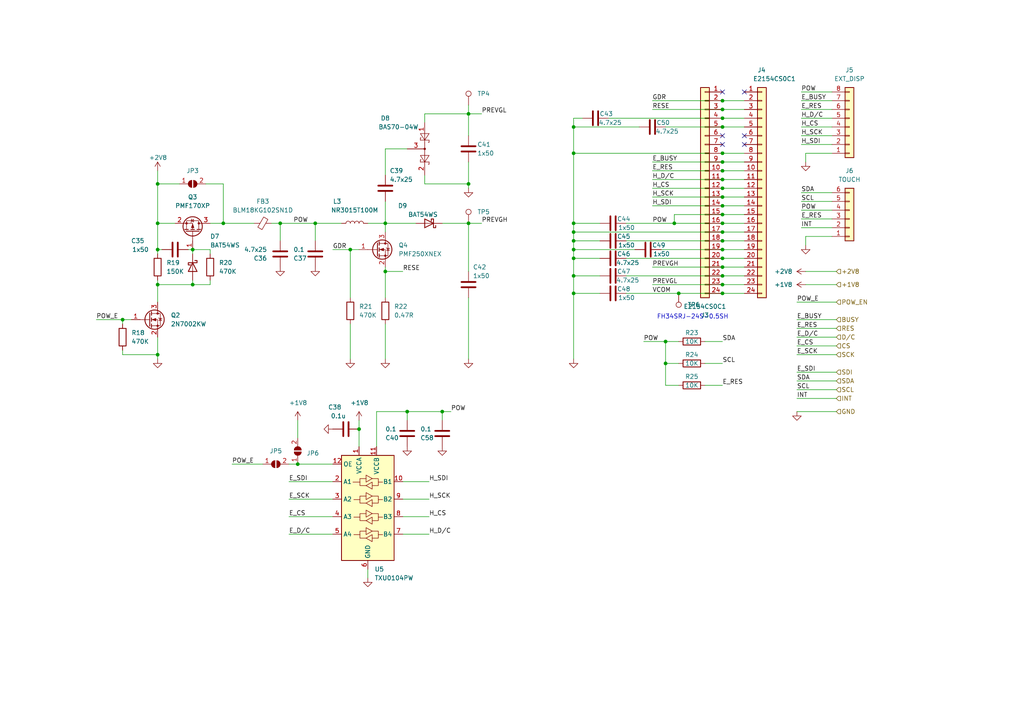
<source format=kicad_sch>
(kicad_sch (version 20221206) (generator eeschema)

  (uuid 4c82a326-c920-49a6-b5c0-f7805f931e73)

  (paper "A4")

  (lib_symbols
    (symbol "Connector:TestPoint" (pin_numbers hide) (pin_names (offset 0.762) hide) (in_bom yes) (on_board yes)
      (property "Reference" "TP" (at 0 6.858 0)
        (effects (font (size 1.27 1.27)))
      )
      (property "Value" "TestPoint" (at 0 5.08 0)
        (effects (font (size 1.27 1.27)))
      )
      (property "Footprint" "" (at 5.08 0 0)
        (effects (font (size 1.27 1.27)) hide)
      )
      (property "Datasheet" "~" (at 5.08 0 0)
        (effects (font (size 1.27 1.27)) hide)
      )
      (property "ki_keywords" "test point tp" (at 0 0 0)
        (effects (font (size 1.27 1.27)) hide)
      )
      (property "ki_description" "test point" (at 0 0 0)
        (effects (font (size 1.27 1.27)) hide)
      )
      (property "ki_fp_filters" "Pin* Test*" (at 0 0 0)
        (effects (font (size 1.27 1.27)) hide)
      )
      (symbol "TestPoint_0_1"
        (circle (center 0 3.302) (radius 0.762)
          (stroke (width 0) (type default))
          (fill (type none))
        )
      )
      (symbol "TestPoint_1_1"
        (pin passive line (at 0 0 90) (length 2.54)
          (name "1" (effects (font (size 1.27 1.27))))
          (number "1" (effects (font (size 1.27 1.27))))
        )
      )
    )
    (symbol "Connector_Generic:Conn_01x06" (pin_names (offset 1.016) hide) (in_bom yes) (on_board yes)
      (property "Reference" "J" (at 0 7.62 0)
        (effects (font (size 1.27 1.27)))
      )
      (property "Value" "Conn_01x06" (at 0 -10.16 0)
        (effects (font (size 1.27 1.27)))
      )
      (property "Footprint" "" (at 0 0 0)
        (effects (font (size 1.27 1.27)) hide)
      )
      (property "Datasheet" "~" (at 0 0 0)
        (effects (font (size 1.27 1.27)) hide)
      )
      (property "ki_keywords" "connector" (at 0 0 0)
        (effects (font (size 1.27 1.27)) hide)
      )
      (property "ki_description" "Generic connector, single row, 01x06, script generated (kicad-library-utils/schlib/autogen/connector/)" (at 0 0 0)
        (effects (font (size 1.27 1.27)) hide)
      )
      (property "ki_fp_filters" "Connector*:*_1x??_*" (at 0 0 0)
        (effects (font (size 1.27 1.27)) hide)
      )
      (symbol "Conn_01x06_1_1"
        (rectangle (start -1.27 -7.493) (end 0 -7.747)
          (stroke (width 0.1524) (type default))
          (fill (type none))
        )
        (rectangle (start -1.27 -4.953) (end 0 -5.207)
          (stroke (width 0.1524) (type default))
          (fill (type none))
        )
        (rectangle (start -1.27 -2.413) (end 0 -2.667)
          (stroke (width 0.1524) (type default))
          (fill (type none))
        )
        (rectangle (start -1.27 0.127) (end 0 -0.127)
          (stroke (width 0.1524) (type default))
          (fill (type none))
        )
        (rectangle (start -1.27 2.667) (end 0 2.413)
          (stroke (width 0.1524) (type default))
          (fill (type none))
        )
        (rectangle (start -1.27 5.207) (end 0 4.953)
          (stroke (width 0.1524) (type default))
          (fill (type none))
        )
        (rectangle (start -1.27 6.35) (end 1.27 -8.89)
          (stroke (width 0.254) (type default))
          (fill (type background))
        )
        (pin passive line (at -5.08 5.08 0) (length 3.81)
          (name "Pin_1" (effects (font (size 1.27 1.27))))
          (number "1" (effects (font (size 1.27 1.27))))
        )
        (pin passive line (at -5.08 2.54 0) (length 3.81)
          (name "Pin_2" (effects (font (size 1.27 1.27))))
          (number "2" (effects (font (size 1.27 1.27))))
        )
        (pin passive line (at -5.08 0 0) (length 3.81)
          (name "Pin_3" (effects (font (size 1.27 1.27))))
          (number "3" (effects (font (size 1.27 1.27))))
        )
        (pin passive line (at -5.08 -2.54 0) (length 3.81)
          (name "Pin_4" (effects (font (size 1.27 1.27))))
          (number "4" (effects (font (size 1.27 1.27))))
        )
        (pin passive line (at -5.08 -5.08 0) (length 3.81)
          (name "Pin_5" (effects (font (size 1.27 1.27))))
          (number "5" (effects (font (size 1.27 1.27))))
        )
        (pin passive line (at -5.08 -7.62 0) (length 3.81)
          (name "Pin_6" (effects (font (size 1.27 1.27))))
          (number "6" (effects (font (size 1.27 1.27))))
        )
      )
    )
    (symbol "Connector_Generic:Conn_01x08" (pin_names (offset 1.016) hide) (in_bom yes) (on_board yes)
      (property "Reference" "J" (at 0 10.16 0)
        (effects (font (size 1.27 1.27)))
      )
      (property "Value" "Conn_01x08" (at 0 -12.7 0)
        (effects (font (size 1.27 1.27)))
      )
      (property "Footprint" "" (at 0 0 0)
        (effects (font (size 1.27 1.27)) hide)
      )
      (property "Datasheet" "~" (at 0 0 0)
        (effects (font (size 1.27 1.27)) hide)
      )
      (property "ki_keywords" "connector" (at 0 0 0)
        (effects (font (size 1.27 1.27)) hide)
      )
      (property "ki_description" "Generic connector, single row, 01x08, script generated (kicad-library-utils/schlib/autogen/connector/)" (at 0 0 0)
        (effects (font (size 1.27 1.27)) hide)
      )
      (property "ki_fp_filters" "Connector*:*_1x??_*" (at 0 0 0)
        (effects (font (size 1.27 1.27)) hide)
      )
      (symbol "Conn_01x08_1_1"
        (rectangle (start -1.27 -10.033) (end 0 -10.287)
          (stroke (width 0.1524) (type default))
          (fill (type none))
        )
        (rectangle (start -1.27 -7.493) (end 0 -7.747)
          (stroke (width 0.1524) (type default))
          (fill (type none))
        )
        (rectangle (start -1.27 -4.953) (end 0 -5.207)
          (stroke (width 0.1524) (type default))
          (fill (type none))
        )
        (rectangle (start -1.27 -2.413) (end 0 -2.667)
          (stroke (width 0.1524) (type default))
          (fill (type none))
        )
        (rectangle (start -1.27 0.127) (end 0 -0.127)
          (stroke (width 0.1524) (type default))
          (fill (type none))
        )
        (rectangle (start -1.27 2.667) (end 0 2.413)
          (stroke (width 0.1524) (type default))
          (fill (type none))
        )
        (rectangle (start -1.27 5.207) (end 0 4.953)
          (stroke (width 0.1524) (type default))
          (fill (type none))
        )
        (rectangle (start -1.27 7.747) (end 0 7.493)
          (stroke (width 0.1524) (type default))
          (fill (type none))
        )
        (rectangle (start -1.27 8.89) (end 1.27 -11.43)
          (stroke (width 0.254) (type default))
          (fill (type background))
        )
        (pin passive line (at -5.08 7.62 0) (length 3.81)
          (name "Pin_1" (effects (font (size 1.27 1.27))))
          (number "1" (effects (font (size 1.27 1.27))))
        )
        (pin passive line (at -5.08 5.08 0) (length 3.81)
          (name "Pin_2" (effects (font (size 1.27 1.27))))
          (number "2" (effects (font (size 1.27 1.27))))
        )
        (pin passive line (at -5.08 2.54 0) (length 3.81)
          (name "Pin_3" (effects (font (size 1.27 1.27))))
          (number "3" (effects (font (size 1.27 1.27))))
        )
        (pin passive line (at -5.08 0 0) (length 3.81)
          (name "Pin_4" (effects (font (size 1.27 1.27))))
          (number "4" (effects (font (size 1.27 1.27))))
        )
        (pin passive line (at -5.08 -2.54 0) (length 3.81)
          (name "Pin_5" (effects (font (size 1.27 1.27))))
          (number "5" (effects (font (size 1.27 1.27))))
        )
        (pin passive line (at -5.08 -5.08 0) (length 3.81)
          (name "Pin_6" (effects (font (size 1.27 1.27))))
          (number "6" (effects (font (size 1.27 1.27))))
        )
        (pin passive line (at -5.08 -7.62 0) (length 3.81)
          (name "Pin_7" (effects (font (size 1.27 1.27))))
          (number "7" (effects (font (size 1.27 1.27))))
        )
        (pin passive line (at -5.08 -10.16 0) (length 3.81)
          (name "Pin_8" (effects (font (size 1.27 1.27))))
          (number "8" (effects (font (size 1.27 1.27))))
        )
      )
    )
    (symbol "Connector_Generic:Conn_01x24" (pin_names (offset 1.016) hide) (in_bom yes) (on_board yes)
      (property "Reference" "J" (at 0 30.48 0)
        (effects (font (size 1.27 1.27)))
      )
      (property "Value" "Conn_01x24" (at 0 -33.02 0)
        (effects (font (size 1.27 1.27)))
      )
      (property "Footprint" "" (at 0 0 0)
        (effects (font (size 1.27 1.27)) hide)
      )
      (property "Datasheet" "~" (at 0 0 0)
        (effects (font (size 1.27 1.27)) hide)
      )
      (property "ki_keywords" "connector" (at 0 0 0)
        (effects (font (size 1.27 1.27)) hide)
      )
      (property "ki_description" "Generic connector, single row, 01x24, script generated (kicad-library-utils/schlib/autogen/connector/)" (at 0 0 0)
        (effects (font (size 1.27 1.27)) hide)
      )
      (property "ki_fp_filters" "Connector*:*_1x??_*" (at 0 0 0)
        (effects (font (size 1.27 1.27)) hide)
      )
      (symbol "Conn_01x24_1_1"
        (rectangle (start -1.27 -30.353) (end 0 -30.607)
          (stroke (width 0.1524) (type default))
          (fill (type none))
        )
        (rectangle (start -1.27 -27.813) (end 0 -28.067)
          (stroke (width 0.1524) (type default))
          (fill (type none))
        )
        (rectangle (start -1.27 -25.273) (end 0 -25.527)
          (stroke (width 0.1524) (type default))
          (fill (type none))
        )
        (rectangle (start -1.27 -22.733) (end 0 -22.987)
          (stroke (width 0.1524) (type default))
          (fill (type none))
        )
        (rectangle (start -1.27 -20.193) (end 0 -20.447)
          (stroke (width 0.1524) (type default))
          (fill (type none))
        )
        (rectangle (start -1.27 -17.653) (end 0 -17.907)
          (stroke (width 0.1524) (type default))
          (fill (type none))
        )
        (rectangle (start -1.27 -15.113) (end 0 -15.367)
          (stroke (width 0.1524) (type default))
          (fill (type none))
        )
        (rectangle (start -1.27 -12.573) (end 0 -12.827)
          (stroke (width 0.1524) (type default))
          (fill (type none))
        )
        (rectangle (start -1.27 -10.033) (end 0 -10.287)
          (stroke (width 0.1524) (type default))
          (fill (type none))
        )
        (rectangle (start -1.27 -7.493) (end 0 -7.747)
          (stroke (width 0.1524) (type default))
          (fill (type none))
        )
        (rectangle (start -1.27 -4.953) (end 0 -5.207)
          (stroke (width 0.1524) (type default))
          (fill (type none))
        )
        (rectangle (start -1.27 -2.413) (end 0 -2.667)
          (stroke (width 0.1524) (type default))
          (fill (type none))
        )
        (rectangle (start -1.27 0.127) (end 0 -0.127)
          (stroke (width 0.1524) (type default))
          (fill (type none))
        )
        (rectangle (start -1.27 2.667) (end 0 2.413)
          (stroke (width 0.1524) (type default))
          (fill (type none))
        )
        (rectangle (start -1.27 5.207) (end 0 4.953)
          (stroke (width 0.1524) (type default))
          (fill (type none))
        )
        (rectangle (start -1.27 7.747) (end 0 7.493)
          (stroke (width 0.1524) (type default))
          (fill (type none))
        )
        (rectangle (start -1.27 10.287) (end 0 10.033)
          (stroke (width 0.1524) (type default))
          (fill (type none))
        )
        (rectangle (start -1.27 12.827) (end 0 12.573)
          (stroke (width 0.1524) (type default))
          (fill (type none))
        )
        (rectangle (start -1.27 15.367) (end 0 15.113)
          (stroke (width 0.1524) (type default))
          (fill (type none))
        )
        (rectangle (start -1.27 17.907) (end 0 17.653)
          (stroke (width 0.1524) (type default))
          (fill (type none))
        )
        (rectangle (start -1.27 20.447) (end 0 20.193)
          (stroke (width 0.1524) (type default))
          (fill (type none))
        )
        (rectangle (start -1.27 22.987) (end 0 22.733)
          (stroke (width 0.1524) (type default))
          (fill (type none))
        )
        (rectangle (start -1.27 25.527) (end 0 25.273)
          (stroke (width 0.1524) (type default))
          (fill (type none))
        )
        (rectangle (start -1.27 28.067) (end 0 27.813)
          (stroke (width 0.1524) (type default))
          (fill (type none))
        )
        (rectangle (start -1.27 29.21) (end 1.27 -31.75)
          (stroke (width 0.254) (type default))
          (fill (type background))
        )
        (pin passive line (at -5.08 27.94 0) (length 3.81)
          (name "Pin_1" (effects (font (size 1.27 1.27))))
          (number "1" (effects (font (size 1.27 1.27))))
        )
        (pin passive line (at -5.08 5.08 0) (length 3.81)
          (name "Pin_10" (effects (font (size 1.27 1.27))))
          (number "10" (effects (font (size 1.27 1.27))))
        )
        (pin passive line (at -5.08 2.54 0) (length 3.81)
          (name "Pin_11" (effects (font (size 1.27 1.27))))
          (number "11" (effects (font (size 1.27 1.27))))
        )
        (pin passive line (at -5.08 0 0) (length 3.81)
          (name "Pin_12" (effects (font (size 1.27 1.27))))
          (number "12" (effects (font (size 1.27 1.27))))
        )
        (pin passive line (at -5.08 -2.54 0) (length 3.81)
          (name "Pin_13" (effects (font (size 1.27 1.27))))
          (number "13" (effects (font (size 1.27 1.27))))
        )
        (pin passive line (at -5.08 -5.08 0) (length 3.81)
          (name "Pin_14" (effects (font (size 1.27 1.27))))
          (number "14" (effects (font (size 1.27 1.27))))
        )
        (pin passive line (at -5.08 -7.62 0) (length 3.81)
          (name "Pin_15" (effects (font (size 1.27 1.27))))
          (number "15" (effects (font (size 1.27 1.27))))
        )
        (pin passive line (at -5.08 -10.16 0) (length 3.81)
          (name "Pin_16" (effects (font (size 1.27 1.27))))
          (number "16" (effects (font (size 1.27 1.27))))
        )
        (pin passive line (at -5.08 -12.7 0) (length 3.81)
          (name "Pin_17" (effects (font (size 1.27 1.27))))
          (number "17" (effects (font (size 1.27 1.27))))
        )
        (pin passive line (at -5.08 -15.24 0) (length 3.81)
          (name "Pin_18" (effects (font (size 1.27 1.27))))
          (number "18" (effects (font (size 1.27 1.27))))
        )
        (pin passive line (at -5.08 -17.78 0) (length 3.81)
          (name "Pin_19" (effects (font (size 1.27 1.27))))
          (number "19" (effects (font (size 1.27 1.27))))
        )
        (pin passive line (at -5.08 25.4 0) (length 3.81)
          (name "Pin_2" (effects (font (size 1.27 1.27))))
          (number "2" (effects (font (size 1.27 1.27))))
        )
        (pin passive line (at -5.08 -20.32 0) (length 3.81)
          (name "Pin_20" (effects (font (size 1.27 1.27))))
          (number "20" (effects (font (size 1.27 1.27))))
        )
        (pin passive line (at -5.08 -22.86 0) (length 3.81)
          (name "Pin_21" (effects (font (size 1.27 1.27))))
          (number "21" (effects (font (size 1.27 1.27))))
        )
        (pin passive line (at -5.08 -25.4 0) (length 3.81)
          (name "Pin_22" (effects (font (size 1.27 1.27))))
          (number "22" (effects (font (size 1.27 1.27))))
        )
        (pin passive line (at -5.08 -27.94 0) (length 3.81)
          (name "Pin_23" (effects (font (size 1.27 1.27))))
          (number "23" (effects (font (size 1.27 1.27))))
        )
        (pin passive line (at -5.08 -30.48 0) (length 3.81)
          (name "Pin_24" (effects (font (size 1.27 1.27))))
          (number "24" (effects (font (size 1.27 1.27))))
        )
        (pin passive line (at -5.08 22.86 0) (length 3.81)
          (name "Pin_3" (effects (font (size 1.27 1.27))))
          (number "3" (effects (font (size 1.27 1.27))))
        )
        (pin passive line (at -5.08 20.32 0) (length 3.81)
          (name "Pin_4" (effects (font (size 1.27 1.27))))
          (number "4" (effects (font (size 1.27 1.27))))
        )
        (pin passive line (at -5.08 17.78 0) (length 3.81)
          (name "Pin_5" (effects (font (size 1.27 1.27))))
          (number "5" (effects (font (size 1.27 1.27))))
        )
        (pin passive line (at -5.08 15.24 0) (length 3.81)
          (name "Pin_6" (effects (font (size 1.27 1.27))))
          (number "6" (effects (font (size 1.27 1.27))))
        )
        (pin passive line (at -5.08 12.7 0) (length 3.81)
          (name "Pin_7" (effects (font (size 1.27 1.27))))
          (number "7" (effects (font (size 1.27 1.27))))
        )
        (pin passive line (at -5.08 10.16 0) (length 3.81)
          (name "Pin_8" (effects (font (size 1.27 1.27))))
          (number "8" (effects (font (size 1.27 1.27))))
        )
        (pin passive line (at -5.08 7.62 0) (length 3.81)
          (name "Pin_9" (effects (font (size 1.27 1.27))))
          (number "9" (effects (font (size 1.27 1.27))))
        )
      )
    )
    (symbol "Device:C" (pin_numbers hide) (pin_names (offset 0.254)) (in_bom yes) (on_board yes)
      (property "Reference" "C" (at 0.635 2.54 0)
        (effects (font (size 1.27 1.27)) (justify left))
      )
      (property "Value" "C" (at 0.635 -2.54 0)
        (effects (font (size 1.27 1.27)) (justify left))
      )
      (property "Footprint" "" (at 0.9652 -3.81 0)
        (effects (font (size 1.27 1.27)) hide)
      )
      (property "Datasheet" "~" (at 0 0 0)
        (effects (font (size 1.27 1.27)) hide)
      )
      (property "ki_keywords" "cap capacitor" (at 0 0 0)
        (effects (font (size 1.27 1.27)) hide)
      )
      (property "ki_description" "Unpolarized capacitor" (at 0 0 0)
        (effects (font (size 1.27 1.27)) hide)
      )
      (property "ki_fp_filters" "C_*" (at 0 0 0)
        (effects (font (size 1.27 1.27)) hide)
      )
      (symbol "C_0_1"
        (polyline
          (pts
            (xy -2.032 -0.762)
            (xy 2.032 -0.762)
          )
          (stroke (width 0.508) (type default))
          (fill (type none))
        )
        (polyline
          (pts
            (xy -2.032 0.762)
            (xy 2.032 0.762)
          )
          (stroke (width 0.508) (type default))
          (fill (type none))
        )
      )
      (symbol "C_1_1"
        (pin passive line (at 0 3.81 270) (length 2.794)
          (name "~" (effects (font (size 1.27 1.27))))
          (number "1" (effects (font (size 1.27 1.27))))
        )
        (pin passive line (at 0 -3.81 90) (length 2.794)
          (name "~" (effects (font (size 1.27 1.27))))
          (number "2" (effects (font (size 1.27 1.27))))
        )
      )
    )
    (symbol "Device:D_Schottky" (pin_numbers hide) (pin_names (offset 1.016) hide) (in_bom yes) (on_board yes)
      (property "Reference" "D" (at 0 2.54 0)
        (effects (font (size 1.27 1.27)))
      )
      (property "Value" "D_Schottky" (at 0 -2.54 0)
        (effects (font (size 1.27 1.27)))
      )
      (property "Footprint" "" (at 0 0 0)
        (effects (font (size 1.27 1.27)) hide)
      )
      (property "Datasheet" "~" (at 0 0 0)
        (effects (font (size 1.27 1.27)) hide)
      )
      (property "ki_keywords" "diode Schottky" (at 0 0 0)
        (effects (font (size 1.27 1.27)) hide)
      )
      (property "ki_description" "Schottky diode" (at 0 0 0)
        (effects (font (size 1.27 1.27)) hide)
      )
      (property "ki_fp_filters" "TO-???* *_Diode_* *SingleDiode* D_*" (at 0 0 0)
        (effects (font (size 1.27 1.27)) hide)
      )
      (symbol "D_Schottky_0_1"
        (polyline
          (pts
            (xy 1.27 0)
            (xy -1.27 0)
          )
          (stroke (width 0) (type default))
          (fill (type none))
        )
        (polyline
          (pts
            (xy 1.27 1.27)
            (xy 1.27 -1.27)
            (xy -1.27 0)
            (xy 1.27 1.27)
          )
          (stroke (width 0.254) (type default))
          (fill (type none))
        )
        (polyline
          (pts
            (xy -1.905 0.635)
            (xy -1.905 1.27)
            (xy -1.27 1.27)
            (xy -1.27 -1.27)
            (xy -0.635 -1.27)
            (xy -0.635 -0.635)
          )
          (stroke (width 0.254) (type default))
          (fill (type none))
        )
      )
      (symbol "D_Schottky_1_1"
        (pin passive line (at -3.81 0 0) (length 2.54)
          (name "K" (effects (font (size 1.27 1.27))))
          (number "1" (effects (font (size 1.27 1.27))))
        )
        (pin passive line (at 3.81 0 180) (length 2.54)
          (name "A" (effects (font (size 1.27 1.27))))
          (number "2" (effects (font (size 1.27 1.27))))
        )
      )
    )
    (symbol "Device:FerriteBead_Small" (pin_numbers hide) (pin_names (offset 0)) (in_bom yes) (on_board yes)
      (property "Reference" "FB" (at 1.905 1.27 0)
        (effects (font (size 1.27 1.27)) (justify left))
      )
      (property "Value" "FerriteBead_Small" (at 1.905 -1.27 0)
        (effects (font (size 1.27 1.27)) (justify left))
      )
      (property "Footprint" "" (at -1.778 0 90)
        (effects (font (size 1.27 1.27)) hide)
      )
      (property "Datasheet" "~" (at 0 0 0)
        (effects (font (size 1.27 1.27)) hide)
      )
      (property "ki_keywords" "L ferrite bead inductor filter" (at 0 0 0)
        (effects (font (size 1.27 1.27)) hide)
      )
      (property "ki_description" "Ferrite bead, small symbol" (at 0 0 0)
        (effects (font (size 1.27 1.27)) hide)
      )
      (property "ki_fp_filters" "Inductor_* L_* *Ferrite*" (at 0 0 0)
        (effects (font (size 1.27 1.27)) hide)
      )
      (symbol "FerriteBead_Small_0_1"
        (polyline
          (pts
            (xy 0 -1.27)
            (xy 0 -0.7874)
          )
          (stroke (width 0) (type default))
          (fill (type none))
        )
        (polyline
          (pts
            (xy 0 0.889)
            (xy 0 1.2954)
          )
          (stroke (width 0) (type default))
          (fill (type none))
        )
        (polyline
          (pts
            (xy -1.8288 0.2794)
            (xy -1.1176 1.4986)
            (xy 1.8288 -0.2032)
            (xy 1.1176 -1.4224)
            (xy -1.8288 0.2794)
          )
          (stroke (width 0) (type default))
          (fill (type none))
        )
      )
      (symbol "FerriteBead_Small_1_1"
        (pin passive line (at 0 2.54 270) (length 1.27)
          (name "~" (effects (font (size 1.27 1.27))))
          (number "1" (effects (font (size 1.27 1.27))))
        )
        (pin passive line (at 0 -2.54 90) (length 1.27)
          (name "~" (effects (font (size 1.27 1.27))))
          (number "2" (effects (font (size 1.27 1.27))))
        )
      )
    )
    (symbol "Device:L" (pin_numbers hide) (pin_names (offset 1.016) hide) (in_bom yes) (on_board yes)
      (property "Reference" "L" (at -1.27 0 90)
        (effects (font (size 1.27 1.27)))
      )
      (property "Value" "L" (at 1.905 0 90)
        (effects (font (size 1.27 1.27)))
      )
      (property "Footprint" "" (at 0 0 0)
        (effects (font (size 1.27 1.27)) hide)
      )
      (property "Datasheet" "~" (at 0 0 0)
        (effects (font (size 1.27 1.27)) hide)
      )
      (property "ki_keywords" "inductor choke coil reactor magnetic" (at 0 0 0)
        (effects (font (size 1.27 1.27)) hide)
      )
      (property "ki_description" "Inductor" (at 0 0 0)
        (effects (font (size 1.27 1.27)) hide)
      )
      (property "ki_fp_filters" "Choke_* *Coil* Inductor_* L_*" (at 0 0 0)
        (effects (font (size 1.27 1.27)) hide)
      )
      (symbol "L_0_1"
        (arc (start 0 -2.54) (mid 0.6323 -1.905) (end 0 -1.27)
          (stroke (width 0) (type default))
          (fill (type none))
        )
        (arc (start 0 -1.27) (mid 0.6323 -0.635) (end 0 0)
          (stroke (width 0) (type default))
          (fill (type none))
        )
        (arc (start 0 0) (mid 0.6323 0.635) (end 0 1.27)
          (stroke (width 0) (type default))
          (fill (type none))
        )
        (arc (start 0 1.27) (mid 0.6323 1.905) (end 0 2.54)
          (stroke (width 0) (type default))
          (fill (type none))
        )
      )
      (symbol "L_1_1"
        (pin passive line (at 0 3.81 270) (length 1.27)
          (name "1" (effects (font (size 1.27 1.27))))
          (number "1" (effects (font (size 1.27 1.27))))
        )
        (pin passive line (at 0 -3.81 90) (length 1.27)
          (name "2" (effects (font (size 1.27 1.27))))
          (number "2" (effects (font (size 1.27 1.27))))
        )
      )
    )
    (symbol "Device:Q_NMOS_GSD" (pin_names (offset 0) hide) (in_bom yes) (on_board yes)
      (property "Reference" "Q" (at 5.08 1.27 0)
        (effects (font (size 1.27 1.27)) (justify left))
      )
      (property "Value" "Q_NMOS_GSD" (at 5.08 -1.27 0)
        (effects (font (size 1.27 1.27)) (justify left))
      )
      (property "Footprint" "" (at 5.08 2.54 0)
        (effects (font (size 1.27 1.27)) hide)
      )
      (property "Datasheet" "~" (at 0 0 0)
        (effects (font (size 1.27 1.27)) hide)
      )
      (property "ki_keywords" "transistor NMOS N-MOS N-MOSFET" (at 0 0 0)
        (effects (font (size 1.27 1.27)) hide)
      )
      (property "ki_description" "N-MOSFET transistor, gate/source/drain" (at 0 0 0)
        (effects (font (size 1.27 1.27)) hide)
      )
      (symbol "Q_NMOS_GSD_0_1"
        (polyline
          (pts
            (xy 0.254 0)
            (xy -2.54 0)
          )
          (stroke (width 0) (type default))
          (fill (type none))
        )
        (polyline
          (pts
            (xy 0.254 1.905)
            (xy 0.254 -1.905)
          )
          (stroke (width 0.254) (type default))
          (fill (type none))
        )
        (polyline
          (pts
            (xy 0.762 -1.27)
            (xy 0.762 -2.286)
          )
          (stroke (width 0.254) (type default))
          (fill (type none))
        )
        (polyline
          (pts
            (xy 0.762 0.508)
            (xy 0.762 -0.508)
          )
          (stroke (width 0.254) (type default))
          (fill (type none))
        )
        (polyline
          (pts
            (xy 0.762 2.286)
            (xy 0.762 1.27)
          )
          (stroke (width 0.254) (type default))
          (fill (type none))
        )
        (polyline
          (pts
            (xy 2.54 2.54)
            (xy 2.54 1.778)
          )
          (stroke (width 0) (type default))
          (fill (type none))
        )
        (polyline
          (pts
            (xy 2.54 -2.54)
            (xy 2.54 0)
            (xy 0.762 0)
          )
          (stroke (width 0) (type default))
          (fill (type none))
        )
        (polyline
          (pts
            (xy 0.762 -1.778)
            (xy 3.302 -1.778)
            (xy 3.302 1.778)
            (xy 0.762 1.778)
          )
          (stroke (width 0) (type default))
          (fill (type none))
        )
        (polyline
          (pts
            (xy 1.016 0)
            (xy 2.032 0.381)
            (xy 2.032 -0.381)
            (xy 1.016 0)
          )
          (stroke (width 0) (type default))
          (fill (type outline))
        )
        (polyline
          (pts
            (xy 2.794 0.508)
            (xy 2.921 0.381)
            (xy 3.683 0.381)
            (xy 3.81 0.254)
          )
          (stroke (width 0) (type default))
          (fill (type none))
        )
        (polyline
          (pts
            (xy 3.302 0.381)
            (xy 2.921 -0.254)
            (xy 3.683 -0.254)
            (xy 3.302 0.381)
          )
          (stroke (width 0) (type default))
          (fill (type none))
        )
        (circle (center 1.651 0) (radius 2.794)
          (stroke (width 0.254) (type default))
          (fill (type none))
        )
        (circle (center 2.54 -1.778) (radius 0.254)
          (stroke (width 0) (type default))
          (fill (type outline))
        )
        (circle (center 2.54 1.778) (radius 0.254)
          (stroke (width 0) (type default))
          (fill (type outline))
        )
      )
      (symbol "Q_NMOS_GSD_1_1"
        (pin input line (at -5.08 0 0) (length 2.54)
          (name "G" (effects (font (size 1.27 1.27))))
          (number "1" (effects (font (size 1.27 1.27))))
        )
        (pin passive line (at 2.54 -5.08 90) (length 2.54)
          (name "S" (effects (font (size 1.27 1.27))))
          (number "2" (effects (font (size 1.27 1.27))))
        )
        (pin passive line (at 2.54 5.08 270) (length 2.54)
          (name "D" (effects (font (size 1.27 1.27))))
          (number "3" (effects (font (size 1.27 1.27))))
        )
      )
    )
    (symbol "Device:Q_PMOS_GSD" (pin_names (offset 0) hide) (in_bom yes) (on_board yes)
      (property "Reference" "Q" (at 5.08 1.27 0)
        (effects (font (size 1.27 1.27)) (justify left))
      )
      (property "Value" "Q_PMOS_GSD" (at 5.08 -1.27 0)
        (effects (font (size 1.27 1.27)) (justify left))
      )
      (property "Footprint" "" (at 5.08 2.54 0)
        (effects (font (size 1.27 1.27)) hide)
      )
      (property "Datasheet" "~" (at 0 0 0)
        (effects (font (size 1.27 1.27)) hide)
      )
      (property "ki_keywords" "transistor PMOS P-MOS P-MOSFET" (at 0 0 0)
        (effects (font (size 1.27 1.27)) hide)
      )
      (property "ki_description" "P-MOSFET transistor, gate/source/drain" (at 0 0 0)
        (effects (font (size 1.27 1.27)) hide)
      )
      (symbol "Q_PMOS_GSD_0_1"
        (polyline
          (pts
            (xy 0.254 0)
            (xy -2.54 0)
          )
          (stroke (width 0) (type default))
          (fill (type none))
        )
        (polyline
          (pts
            (xy 0.254 1.905)
            (xy 0.254 -1.905)
          )
          (stroke (width 0.254) (type default))
          (fill (type none))
        )
        (polyline
          (pts
            (xy 0.762 -1.27)
            (xy 0.762 -2.286)
          )
          (stroke (width 0.254) (type default))
          (fill (type none))
        )
        (polyline
          (pts
            (xy 0.762 0.508)
            (xy 0.762 -0.508)
          )
          (stroke (width 0.254) (type default))
          (fill (type none))
        )
        (polyline
          (pts
            (xy 0.762 2.286)
            (xy 0.762 1.27)
          )
          (stroke (width 0.254) (type default))
          (fill (type none))
        )
        (polyline
          (pts
            (xy 2.54 2.54)
            (xy 2.54 1.778)
          )
          (stroke (width 0) (type default))
          (fill (type none))
        )
        (polyline
          (pts
            (xy 2.54 -2.54)
            (xy 2.54 0)
            (xy 0.762 0)
          )
          (stroke (width 0) (type default))
          (fill (type none))
        )
        (polyline
          (pts
            (xy 0.762 1.778)
            (xy 3.302 1.778)
            (xy 3.302 -1.778)
            (xy 0.762 -1.778)
          )
          (stroke (width 0) (type default))
          (fill (type none))
        )
        (polyline
          (pts
            (xy 2.286 0)
            (xy 1.27 0.381)
            (xy 1.27 -0.381)
            (xy 2.286 0)
          )
          (stroke (width 0) (type default))
          (fill (type outline))
        )
        (polyline
          (pts
            (xy 2.794 -0.508)
            (xy 2.921 -0.381)
            (xy 3.683 -0.381)
            (xy 3.81 -0.254)
          )
          (stroke (width 0) (type default))
          (fill (type none))
        )
        (polyline
          (pts
            (xy 3.302 -0.381)
            (xy 2.921 0.254)
            (xy 3.683 0.254)
            (xy 3.302 -0.381)
          )
          (stroke (width 0) (type default))
          (fill (type none))
        )
        (circle (center 1.651 0) (radius 2.794)
          (stroke (width 0.254) (type default))
          (fill (type none))
        )
        (circle (center 2.54 -1.778) (radius 0.254)
          (stroke (width 0) (type default))
          (fill (type outline))
        )
        (circle (center 2.54 1.778) (radius 0.254)
          (stroke (width 0) (type default))
          (fill (type outline))
        )
      )
      (symbol "Q_PMOS_GSD_1_1"
        (pin input line (at -5.08 0 0) (length 2.54)
          (name "G" (effects (font (size 1.27 1.27))))
          (number "1" (effects (font (size 1.27 1.27))))
        )
        (pin passive line (at 2.54 -5.08 90) (length 2.54)
          (name "S" (effects (font (size 1.27 1.27))))
          (number "2" (effects (font (size 1.27 1.27))))
        )
        (pin passive line (at 2.54 5.08 270) (length 2.54)
          (name "D" (effects (font (size 1.27 1.27))))
          (number "3" (effects (font (size 1.27 1.27))))
        )
      )
    )
    (symbol "Device:R" (pin_numbers hide) (pin_names (offset 0)) (in_bom yes) (on_board yes)
      (property "Reference" "R" (at 2.032 0 90)
        (effects (font (size 1.27 1.27)))
      )
      (property "Value" "R" (at 0 0 90)
        (effects (font (size 1.27 1.27)))
      )
      (property "Footprint" "" (at -1.778 0 90)
        (effects (font (size 1.27 1.27)) hide)
      )
      (property "Datasheet" "~" (at 0 0 0)
        (effects (font (size 1.27 1.27)) hide)
      )
      (property "ki_keywords" "R res resistor" (at 0 0 0)
        (effects (font (size 1.27 1.27)) hide)
      )
      (property "ki_description" "Resistor" (at 0 0 0)
        (effects (font (size 1.27 1.27)) hide)
      )
      (property "ki_fp_filters" "R_*" (at 0 0 0)
        (effects (font (size 1.27 1.27)) hide)
      )
      (symbol "R_0_1"
        (rectangle (start -1.016 -2.54) (end 1.016 2.54)
          (stroke (width 0.254) (type default))
          (fill (type none))
        )
      )
      (symbol "R_1_1"
        (pin passive line (at 0 3.81 270) (length 1.27)
          (name "~" (effects (font (size 1.27 1.27))))
          (number "1" (effects (font (size 1.27 1.27))))
        )
        (pin passive line (at 0 -3.81 90) (length 1.27)
          (name "~" (effects (font (size 1.27 1.27))))
          (number "2" (effects (font (size 1.27 1.27))))
        )
      )
    )
    (symbol "Diode:BAT54SW" (pin_names (offset 1.016)) (in_bom yes) (on_board yes)
      (property "Reference" "D" (at 0.635 -3.81 0)
        (effects (font (size 1.27 1.27)) (justify left))
      )
      (property "Value" "BAT54SW" (at -6.35 3.175 0)
        (effects (font (size 1.27 1.27)) (justify left))
      )
      (property "Footprint" "Package_TO_SOT_SMD:SOT-323_SC-70" (at 1.905 3.175 0)
        (effects (font (size 1.27 1.27)) (justify left) hide)
      )
      (property "Datasheet" "https://assets.nexperia.com/documents/data-sheet/BAT54W_SER.pdf" (at -3.048 0 0)
        (effects (font (size 1.27 1.27)) hide)
      )
      (property "ki_keywords" "dual schottky diode" (at 0 0 0)
        (effects (font (size 1.27 1.27)) hide)
      )
      (property "ki_description" "Dual schottky barrier diode, in series, SOT-323" (at 0 0 0)
        (effects (font (size 1.27 1.27)) hide)
      )
      (property "ki_fp_filters" "SOT?323*" (at 0 0 0)
        (effects (font (size 1.27 1.27)) hide)
      )
      (symbol "BAT54SW_0_1"
        (polyline
          (pts
            (xy -3.81 0)
            (xy -1.27 0)
          )
          (stroke (width 0) (type default))
          (fill (type none))
        )
        (polyline
          (pts
            (xy -3.175 -1.27)
            (xy -3.175 -1.016)
          )
          (stroke (width 0) (type default))
          (fill (type none))
        )
        (polyline
          (pts
            (xy -2.54 -1.27)
            (xy -3.175 -1.27)
          )
          (stroke (width 0) (type default))
          (fill (type none))
        )
        (polyline
          (pts
            (xy -2.54 -1.27)
            (xy -2.54 1.27)
          )
          (stroke (width 0) (type default))
          (fill (type none))
        )
        (polyline
          (pts
            (xy -2.54 1.27)
            (xy -1.905 1.27)
          )
          (stroke (width 0) (type default))
          (fill (type none))
        )
        (polyline
          (pts
            (xy -1.905 0)
            (xy 1.905 0)
          )
          (stroke (width 0) (type default))
          (fill (type none))
        )
        (polyline
          (pts
            (xy -1.905 1.27)
            (xy -1.905 1.016)
          )
          (stroke (width 0) (type default))
          (fill (type none))
        )
        (polyline
          (pts
            (xy 1.27 0)
            (xy 3.81 0)
          )
          (stroke (width 0) (type default))
          (fill (type none))
        )
        (polyline
          (pts
            (xy 3.175 -1.27)
            (xy 3.175 -1.016)
          )
          (stroke (width 0) (type default))
          (fill (type none))
        )
        (polyline
          (pts
            (xy 3.81 -1.27)
            (xy 3.175 -1.27)
          )
          (stroke (width 0) (type default))
          (fill (type none))
        )
        (polyline
          (pts
            (xy 3.81 -1.27)
            (xy 3.81 1.27)
          )
          (stroke (width 0) (type default))
          (fill (type none))
        )
        (polyline
          (pts
            (xy 3.81 1.27)
            (xy 4.445 1.27)
          )
          (stroke (width 0) (type default))
          (fill (type none))
        )
        (polyline
          (pts
            (xy 4.445 1.27)
            (xy 4.445 1.016)
          )
          (stroke (width 0) (type default))
          (fill (type none))
        )
        (polyline
          (pts
            (xy -4.445 1.27)
            (xy -4.445 -1.27)
            (xy -2.54 0)
            (xy -4.445 1.27)
          )
          (stroke (width 0) (type default))
          (fill (type none))
        )
        (polyline
          (pts
            (xy 1.905 1.27)
            (xy 1.905 -1.27)
            (xy 3.81 0)
            (xy 1.905 1.27)
          )
          (stroke (width 0) (type default))
          (fill (type none))
        )
        (circle (center 0 0) (radius 0.254)
          (stroke (width 0) (type default))
          (fill (type outline))
        )
      )
      (symbol "BAT54SW_1_1"
        (pin passive line (at -7.62 0 0) (length 3.81)
          (name "~" (effects (font (size 1.27 1.27))))
          (number "1" (effects (font (size 1.27 1.27))))
        )
        (pin passive line (at 7.62 0 180) (length 3.81)
          (name "~" (effects (font (size 1.27 1.27))))
          (number "2" (effects (font (size 1.27 1.27))))
        )
        (pin passive line (at 0 -5.08 90) (length 5.08)
          (name "~" (effects (font (size 1.27 1.27))))
          (number "3" (effects (font (size 1.27 1.27))))
        )
      )
    )
    (symbol "Jumper:SolderJumper_2_Open" (pin_names (offset 0) hide) (in_bom yes) (on_board yes)
      (property "Reference" "JP" (at 0 2.032 0)
        (effects (font (size 1.27 1.27)))
      )
      (property "Value" "SolderJumper_2_Open" (at 0 -2.54 0)
        (effects (font (size 1.27 1.27)))
      )
      (property "Footprint" "" (at 0 0 0)
        (effects (font (size 1.27 1.27)) hide)
      )
      (property "Datasheet" "~" (at 0 0 0)
        (effects (font (size 1.27 1.27)) hide)
      )
      (property "ki_keywords" "solder jumper SPST" (at 0 0 0)
        (effects (font (size 1.27 1.27)) hide)
      )
      (property "ki_description" "Solder Jumper, 2-pole, open" (at 0 0 0)
        (effects (font (size 1.27 1.27)) hide)
      )
      (property "ki_fp_filters" "SolderJumper*Open*" (at 0 0 0)
        (effects (font (size 1.27 1.27)) hide)
      )
      (symbol "SolderJumper_2_Open_0_1"
        (arc (start -0.254 1.016) (mid -1.2656 0) (end -0.254 -1.016)
          (stroke (width 0) (type default))
          (fill (type none))
        )
        (arc (start -0.254 1.016) (mid -1.2656 0) (end -0.254 -1.016)
          (stroke (width 0) (type default))
          (fill (type outline))
        )
        (polyline
          (pts
            (xy -0.254 1.016)
            (xy -0.254 -1.016)
          )
          (stroke (width 0) (type default))
          (fill (type none))
        )
        (polyline
          (pts
            (xy 0.254 1.016)
            (xy 0.254 -1.016)
          )
          (stroke (width 0) (type default))
          (fill (type none))
        )
        (arc (start 0.254 -1.016) (mid 1.2656 0) (end 0.254 1.016)
          (stroke (width 0) (type default))
          (fill (type none))
        )
        (arc (start 0.254 -1.016) (mid 1.2656 0) (end 0.254 1.016)
          (stroke (width 0) (type default))
          (fill (type outline))
        )
      )
      (symbol "SolderJumper_2_Open_1_1"
        (pin passive line (at -3.81 0 0) (length 2.54)
          (name "A" (effects (font (size 1.27 1.27))))
          (number "1" (effects (font (size 1.27 1.27))))
        )
        (pin passive line (at 3.81 0 180) (length 2.54)
          (name "B" (effects (font (size 1.27 1.27))))
          (number "2" (effects (font (size 1.27 1.27))))
        )
      )
    )
    (symbol "Logic_LevelTranslator:TXB0104RUT" (in_bom yes) (on_board yes)
      (property "Reference" "U" (at -6.35 16.51 0)
        (effects (font (size 1.27 1.27)))
      )
      (property "Value" "TXB0104RUT" (at 3.81 16.51 0)
        (effects (font (size 1.27 1.27)) (justify left))
      )
      (property "Footprint" "Package_DFN_QFN:Texas_R_PUQFN-N12" (at 0 -19.05 0)
        (effects (font (size 1.27 1.27)) hide)
      )
      (property "Datasheet" "http://www.ti.com/lit/ds/symlink/txb0104.pdf" (at 2.794 2.413 0)
        (effects (font (size 1.27 1.27)) hide)
      )
      (property "ki_keywords" "Level-Shifter CMOS-TTL-Translation" (at 0 0 0)
        (effects (font (size 1.27 1.27)) hide)
      )
      (property "ki_description" "4-Bit Bidirectional Voltage-Level Translator, Auto Direction Sensing and ±15-kV ESD Protection, 1.2 - 3.6V APort, 1.65 - 5.5V BPort, Texas_PUQFN-12" (at 0 0 0)
        (effects (font (size 1.27 1.27)) hide)
      )
      (property "ki_fp_filters" "Texas*R*PUQFN*N12*" (at 0 0 0)
        (effects (font (size 1.27 1.27)) hide)
      )
      (symbol "TXB0104RUT_0_1"
        (rectangle (start -7.62 15.24) (end 7.62 -15.24)
          (stroke (width 0.254) (type default))
          (fill (type background))
        )
        (polyline
          (pts
            (xy -2.286 -7.747)
            (xy -2.286 -6.731)
            (xy -0.508 -6.731)
          )
          (stroke (width 0) (type default))
          (fill (type none))
        )
        (polyline
          (pts
            (xy -2.286 -2.667)
            (xy -2.286 -1.651)
            (xy -0.508 -1.651)
          )
          (stroke (width 0) (type default))
          (fill (type none))
        )
        (polyline
          (pts
            (xy -2.286 2.413)
            (xy -2.286 3.429)
            (xy -0.508 3.429)
          )
          (stroke (width 0) (type default))
          (fill (type none))
        )
        (polyline
          (pts
            (xy -2.286 7.493)
            (xy -2.286 8.509)
            (xy -0.508 8.509)
          )
          (stroke (width 0) (type default))
          (fill (type none))
        )
        (polyline
          (pts
            (xy 3.048 -7.747)
            (xy 3.048 -8.763)
            (xy 1.27 -8.763)
          )
          (stroke (width 0) (type default))
          (fill (type none))
        )
        (polyline
          (pts
            (xy 3.048 -2.667)
            (xy 3.048 -3.683)
            (xy 1.27 -3.683)
          )
          (stroke (width 0) (type default))
          (fill (type none))
        )
        (polyline
          (pts
            (xy 3.048 2.413)
            (xy 3.048 1.397)
            (xy 1.27 1.397)
          )
          (stroke (width 0) (type default))
          (fill (type none))
        )
        (polyline
          (pts
            (xy 3.048 7.493)
            (xy 3.048 6.477)
            (xy 1.27 6.477)
          )
          (stroke (width 0) (type default))
          (fill (type none))
        )
        (polyline
          (pts
            (xy -0.508 -8.763)
            (xy -2.286 -8.763)
            (xy -2.286 -7.747)
            (xy -4.064 -7.747)
          )
          (stroke (width 0) (type default))
          (fill (type none))
        )
        (polyline
          (pts
            (xy -0.508 -8.763)
            (xy 1.27 -7.747)
            (xy 1.27 -9.779)
            (xy -0.508 -8.763)
          )
          (stroke (width 0) (type default))
          (fill (type none))
        )
        (polyline
          (pts
            (xy -0.508 -3.683)
            (xy -2.286 -3.683)
            (xy -2.286 -2.667)
            (xy -4.064 -2.667)
          )
          (stroke (width 0) (type default))
          (fill (type none))
        )
        (polyline
          (pts
            (xy -0.508 -3.683)
            (xy 1.27 -2.667)
            (xy 1.27 -4.699)
            (xy -0.508 -3.683)
          )
          (stroke (width 0) (type default))
          (fill (type none))
        )
        (polyline
          (pts
            (xy -0.508 1.397)
            (xy -2.286 1.397)
            (xy -2.286 2.413)
            (xy -4.064 2.413)
          )
          (stroke (width 0) (type default))
          (fill (type none))
        )
        (polyline
          (pts
            (xy -0.508 1.397)
            (xy 1.27 2.413)
            (xy 1.27 0.381)
            (xy -0.508 1.397)
          )
          (stroke (width 0) (type default))
          (fill (type none))
        )
        (polyline
          (pts
            (xy -0.508 6.477)
            (xy -2.286 6.477)
            (xy -2.286 7.493)
            (xy -4.318 7.493)
          )
          (stroke (width 0) (type default))
          (fill (type none))
        )
        (polyline
          (pts
            (xy -0.508 6.477)
            (xy 1.27 7.493)
            (xy 1.27 5.461)
            (xy -0.508 6.477)
          )
          (stroke (width 0) (type default))
          (fill (type none))
        )
        (polyline
          (pts
            (xy 1.27 -6.731)
            (xy -0.508 -7.747)
            (xy -0.508 -5.715)
            (xy 1.27 -6.731)
          )
          (stroke (width 0) (type default))
          (fill (type none))
        )
        (polyline
          (pts
            (xy 1.27 -6.731)
            (xy 3.048 -6.731)
            (xy 3.048 -7.747)
            (xy 4.318 -7.747)
          )
          (stroke (width 0) (type default))
          (fill (type none))
        )
        (polyline
          (pts
            (xy 1.27 -1.651)
            (xy -0.508 -2.667)
            (xy -0.508 -0.635)
            (xy 1.27 -1.651)
          )
          (stroke (width 0) (type default))
          (fill (type none))
        )
        (polyline
          (pts
            (xy 1.27 -1.651)
            (xy 3.048 -1.651)
            (xy 3.048 -2.667)
            (xy 4.318 -2.667)
          )
          (stroke (width 0) (type default))
          (fill (type none))
        )
        (polyline
          (pts
            (xy 1.27 3.429)
            (xy -0.508 2.413)
            (xy -0.508 4.445)
            (xy 1.27 3.429)
          )
          (stroke (width 0) (type default))
          (fill (type none))
        )
        (polyline
          (pts
            (xy 1.27 3.429)
            (xy 3.048 3.429)
            (xy 3.048 2.413)
            (xy 4.318 2.413)
          )
          (stroke (width 0) (type default))
          (fill (type none))
        )
        (polyline
          (pts
            (xy 1.27 8.509)
            (xy -0.508 7.493)
            (xy -0.508 9.525)
            (xy 1.27 8.509)
          )
          (stroke (width 0) (type default))
          (fill (type none))
        )
        (polyline
          (pts
            (xy 1.27 8.509)
            (xy 3.048 8.509)
            (xy 3.048 7.493)
            (xy 4.318 7.493)
          )
          (stroke (width 0) (type default))
          (fill (type none))
        )
      )
      (symbol "TXB0104RUT_1_1"
        (pin power_in line (at -2.54 17.78 270) (length 2.54)
          (name "VCCA" (effects (font (size 1.27 1.27))))
          (number "1" (effects (font (size 1.27 1.27))))
        )
        (pin tri_state line (at 10.16 7.62 180) (length 2.54)
          (name "B1" (effects (font (size 1.27 1.27))))
          (number "10" (effects (font (size 1.27 1.27))))
        )
        (pin power_in line (at 2.54 17.78 270) (length 2.54)
          (name "VCCB" (effects (font (size 1.27 1.27))))
          (number "11" (effects (font (size 1.27 1.27))))
        )
        (pin input line (at -10.16 12.7 0) (length 2.54)
          (name "OE" (effects (font (size 1.27 1.27))))
          (number "12" (effects (font (size 1.27 1.27))))
        )
        (pin tri_state line (at -10.16 7.62 0) (length 2.54)
          (name "A1" (effects (font (size 1.27 1.27))))
          (number "2" (effects (font (size 1.27 1.27))))
        )
        (pin tri_state line (at -10.16 2.54 0) (length 2.54)
          (name "A2" (effects (font (size 1.27 1.27))))
          (number "3" (effects (font (size 1.27 1.27))))
        )
        (pin tri_state line (at -10.16 -2.54 0) (length 2.54)
          (name "A3" (effects (font (size 1.27 1.27))))
          (number "4" (effects (font (size 1.27 1.27))))
        )
        (pin tri_state line (at -10.16 -7.62 0) (length 2.54)
          (name "A4" (effects (font (size 1.27 1.27))))
          (number "5" (effects (font (size 1.27 1.27))))
        )
        (pin power_in line (at 0 -17.78 90) (length 2.54)
          (name "GND" (effects (font (size 1.27 1.27))))
          (number "6" (effects (font (size 1.27 1.27))))
        )
        (pin tri_state line (at 10.16 -7.62 180) (length 2.54)
          (name "B4" (effects (font (size 1.27 1.27))))
          (number "7" (effects (font (size 1.27 1.27))))
        )
        (pin tri_state line (at 10.16 -2.54 180) (length 2.54)
          (name "B3" (effects (font (size 1.27 1.27))))
          (number "8" (effects (font (size 1.27 1.27))))
        )
        (pin tri_state line (at 10.16 2.54 180) (length 2.54)
          (name "B2" (effects (font (size 1.27 1.27))))
          (number "9" (effects (font (size 1.27 1.27))))
        )
      )
    )
    (symbol "power:+1V8" (power) (pin_names (offset 0)) (in_bom yes) (on_board yes)
      (property "Reference" "#PWR" (at 0 -3.81 0)
        (effects (font (size 1.27 1.27)) hide)
      )
      (property "Value" "+1V8" (at 0 3.556 0)
        (effects (font (size 1.27 1.27)))
      )
      (property "Footprint" "" (at 0 0 0)
        (effects (font (size 1.27 1.27)) hide)
      )
      (property "Datasheet" "" (at 0 0 0)
        (effects (font (size 1.27 1.27)) hide)
      )
      (property "ki_keywords" "power-flag" (at 0 0 0)
        (effects (font (size 1.27 1.27)) hide)
      )
      (property "ki_description" "Power symbol creates a global label with name \"+1V8\"" (at 0 0 0)
        (effects (font (size 1.27 1.27)) hide)
      )
      (symbol "+1V8_0_1"
        (polyline
          (pts
            (xy -0.762 1.27)
            (xy 0 2.54)
          )
          (stroke (width 0) (type default))
          (fill (type none))
        )
        (polyline
          (pts
            (xy 0 0)
            (xy 0 2.54)
          )
          (stroke (width 0) (type default))
          (fill (type none))
        )
        (polyline
          (pts
            (xy 0 2.54)
            (xy 0.762 1.27)
          )
          (stroke (width 0) (type default))
          (fill (type none))
        )
      )
      (symbol "+1V8_1_1"
        (pin power_in line (at 0 0 90) (length 0) hide
          (name "+1V8" (effects (font (size 1.27 1.27))))
          (number "1" (effects (font (size 1.27 1.27))))
        )
      )
    )
    (symbol "power:+2V8" (power) (pin_names (offset 0)) (in_bom yes) (on_board yes)
      (property "Reference" "#PWR" (at 0 -3.81 0)
        (effects (font (size 1.27 1.27)) hide)
      )
      (property "Value" "+2V8" (at 0 3.556 0)
        (effects (font (size 1.27 1.27)))
      )
      (property "Footprint" "" (at 0 0 0)
        (effects (font (size 1.27 1.27)) hide)
      )
      (property "Datasheet" "" (at 0 0 0)
        (effects (font (size 1.27 1.27)) hide)
      )
      (property "ki_keywords" "power-flag" (at 0 0 0)
        (effects (font (size 1.27 1.27)) hide)
      )
      (property "ki_description" "Power symbol creates a global label with name \"+2V8\"" (at 0 0 0)
        (effects (font (size 1.27 1.27)) hide)
      )
      (symbol "+2V8_0_1"
        (polyline
          (pts
            (xy -0.762 1.27)
            (xy 0 2.54)
          )
          (stroke (width 0) (type default))
          (fill (type none))
        )
        (polyline
          (pts
            (xy 0 0)
            (xy 0 2.54)
          )
          (stroke (width 0) (type default))
          (fill (type none))
        )
        (polyline
          (pts
            (xy 0 2.54)
            (xy 0.762 1.27)
          )
          (stroke (width 0) (type default))
          (fill (type none))
        )
      )
      (symbol "+2V8_1_1"
        (pin power_in line (at 0 0 90) (length 0) hide
          (name "+2V8" (effects (font (size 1.27 1.27))))
          (number "1" (effects (font (size 1.27 1.27))))
        )
      )
    )
    (symbol "power:GND" (power) (pin_names (offset 0)) (in_bom yes) (on_board yes)
      (property "Reference" "#PWR" (at 0 -6.35 0)
        (effects (font (size 1.27 1.27)) hide)
      )
      (property "Value" "GND" (at 0 -3.81 0)
        (effects (font (size 1.27 1.27)))
      )
      (property "Footprint" "" (at 0 0 0)
        (effects (font (size 1.27 1.27)) hide)
      )
      (property "Datasheet" "" (at 0 0 0)
        (effects (font (size 1.27 1.27)) hide)
      )
      (property "ki_keywords" "power-flag" (at 0 0 0)
        (effects (font (size 1.27 1.27)) hide)
      )
      (property "ki_description" "Power symbol creates a global label with name \"GND\" , ground" (at 0 0 0)
        (effects (font (size 1.27 1.27)) hide)
      )
      (symbol "GND_0_1"
        (polyline
          (pts
            (xy 0 0)
            (xy 0 -1.27)
            (xy 1.27 -1.27)
            (xy 0 -2.54)
            (xy -1.27 -1.27)
            (xy 0 -1.27)
          )
          (stroke (width 0) (type default))
          (fill (type none))
        )
      )
      (symbol "GND_1_1"
        (pin power_in line (at 0 0 270) (length 0) hide
          (name "GND" (effects (font (size 1.27 1.27))))
          (number "1" (effects (font (size 1.27 1.27))))
        )
      )
    )
  )

  (junction (at 209.55 52.07) (diameter 0) (color 0 0 0 0)
    (uuid 0b6e8ff1-d5b4-4f3b-8029-8096eb9b9a88)
  )
  (junction (at 166.37 64.77) (diameter 0) (color 0 0 0 0)
    (uuid 1c4a8ca4-d280-4972-ae13-04455cb7fb7f)
  )
  (junction (at 209.55 31.75) (diameter 0) (color 0 0 0 0)
    (uuid 1f4e73c7-7a00-4ec7-8244-dbf5709cf6e3)
  )
  (junction (at 135.89 53.34) (diameter 0) (color 0 0 0 0)
    (uuid 21eea24b-544c-4fc1-9d32-13f89f247cba)
  )
  (junction (at 209.55 36.83) (diameter 0) (color 0 0 0 0)
    (uuid 24d0fa80-2908-4e32-9278-313d1a8b3ca6)
  )
  (junction (at 196.85 85.09) (diameter 0) (color 0 0 0 0)
    (uuid 26e609ad-f060-4295-843c-53d38bd30ecd)
  )
  (junction (at 209.55 57.15) (diameter 0) (color 0 0 0 0)
    (uuid 29bebf21-c187-403b-84ef-0fbf34318802)
  )
  (junction (at 195.58 64.77) (diameter 0) (color 0 0 0 0)
    (uuid 2dbe2793-b0dc-4a4f-a0cf-44524b277569)
  )
  (junction (at 128.27 119.38) (diameter 0) (color 0 0 0 0)
    (uuid 3da80a67-a6ec-40aa-a523-d73b82bb1cae)
  )
  (junction (at 209.55 67.31) (diameter 0) (color 0 0 0 0)
    (uuid 43bef07e-61f2-4432-8aa8-68a946870384)
  )
  (junction (at 209.55 29.21) (diameter 0) (color 0 0 0 0)
    (uuid 4eede33f-1fde-4a99-ae1a-ae7ad7e9eec6)
  )
  (junction (at 209.55 82.55) (diameter 0) (color 0 0 0 0)
    (uuid 4ef171cd-cca0-4276-8e8e-0a43871b88a1)
  )
  (junction (at 35.56 92.71) (diameter 0) (color 0 0 0 0)
    (uuid 51dc3e86-7b69-4ce5-b540-5ef3db28bbd1)
  )
  (junction (at 91.44 64.77) (diameter 0) (color 0 0 0 0)
    (uuid 5ea3b71f-3ced-49fa-9269-d96d3715897c)
  )
  (junction (at 209.55 80.01) (diameter 0) (color 0 0 0 0)
    (uuid 664c8c1a-a174-4ae9-b9f7-57c72778b7c5)
  )
  (junction (at 209.55 46.99) (diameter 0) (color 0 0 0 0)
    (uuid 68fdc162-8692-44e9-b027-989a9e68a926)
  )
  (junction (at 209.55 69.85) (diameter 0) (color 0 0 0 0)
    (uuid 6f0bb022-9f8d-4e82-be12-02a11c6b7da5)
  )
  (junction (at 166.37 85.09) (diameter 0) (color 0 0 0 0)
    (uuid 75280f8f-6d2e-4779-93c9-a5010fbb2147)
  )
  (junction (at 45.72 53.34) (diameter 0) (color 0 0 0 0)
    (uuid 764be82c-0802-416b-94e1-1c1adc9755bf)
  )
  (junction (at 209.55 85.09) (diameter 0) (color 0 0 0 0)
    (uuid 7763ee49-c5a8-44b2-abdf-0a1d15e5e795)
  )
  (junction (at 209.55 72.39) (diameter 0) (color 0 0 0 0)
    (uuid 84abf704-7036-4888-818c-45108e0225e4)
  )
  (junction (at 166.37 69.85) (diameter 0) (color 0 0 0 0)
    (uuid 87280abf-ef27-4d0b-ab0b-bfbb0b1b3b47)
  )
  (junction (at 166.37 74.93) (diameter 0) (color 0 0 0 0)
    (uuid 927329f7-0e32-457f-a2f0-61377e298b8c)
  )
  (junction (at 166.37 36.83) (diameter 0) (color 0 0 0 0)
    (uuid 9e6aae30-36ab-4c7d-b47a-82f5613d219a)
  )
  (junction (at 209.55 64.77) (diameter 0) (color 0 0 0 0)
    (uuid 9ebc047d-5a0d-4ede-98e5-de8ad5e053d1)
  )
  (junction (at 101.6 72.39) (diameter 0) (color 0 0 0 0)
    (uuid 9f508dde-e52e-4dd5-8c35-001da412c1c9)
  )
  (junction (at 209.55 44.45) (diameter 0) (color 0 0 0 0)
    (uuid a2387507-80cf-4e63-98c9-9c150586bb67)
  )
  (junction (at 45.72 64.77) (diameter 0) (color 0 0 0 0)
    (uuid a52b604c-6330-4a37-a364-8116bad2f95e)
  )
  (junction (at 209.55 59.69) (diameter 0) (color 0 0 0 0)
    (uuid a8b2d823-74c7-47df-a584-38d303d9a71e)
  )
  (junction (at 166.37 67.31) (diameter 0) (color 0 0 0 0)
    (uuid abbd19f4-9c56-4cd0-9ac6-25dba2c790e9)
  )
  (junction (at 104.14 124.46) (diameter 0) (color 0 0 0 0)
    (uuid aed7482f-8b98-4d8b-b1ab-ca5a8d550a09)
  )
  (junction (at 209.55 77.47) (diameter 0) (color 0 0 0 0)
    (uuid b39950c8-eb68-4d3a-94b7-9b84b7cb37e6)
  )
  (junction (at 209.55 49.53) (diameter 0) (color 0 0 0 0)
    (uuid b9b179d7-e980-4bc7-a010-a98255073762)
  )
  (junction (at 166.37 80.01) (diameter 0) (color 0 0 0 0)
    (uuid c01d07be-594c-4e83-9a41-5edca7b2b4e4)
  )
  (junction (at 135.89 33.02) (diameter 0) (color 0 0 0 0)
    (uuid c1259aa7-b6ad-4fa3-a52b-8a7319005ab7)
  )
  (junction (at 193.04 105.41) (diameter 0) (color 0 0 0 0)
    (uuid c2bf606c-a666-4c0a-a74e-2d41fe3a2c5c)
  )
  (junction (at 45.72 72.39) (diameter 0) (color 0 0 0 0)
    (uuid c480a979-eef8-43c0-a00d-a4cfb8dbbb5a)
  )
  (junction (at 209.55 62.23) (diameter 0) (color 0 0 0 0)
    (uuid c4fa3a31-a33f-47d4-87f7-c87e80314d8f)
  )
  (junction (at 166.37 72.39) (diameter 0) (color 0 0 0 0)
    (uuid c6c64647-f7c1-4a6f-b000-05f091287870)
  )
  (junction (at 45.72 82.55) (diameter 0) (color 0 0 0 0)
    (uuid c6d069ae-4b4e-49e0-8463-15d9a28505bb)
  )
  (junction (at 111.76 78.74) (diameter 0) (color 0 0 0 0)
    (uuid c9ad5558-4eb4-4e1e-9958-fbda5b665b2d)
  )
  (junction (at 166.37 44.45) (diameter 0) (color 0 0 0 0)
    (uuid cc08f914-d0d9-4ae8-82cd-73e7decf77cf)
  )
  (junction (at 86.36 134.62) (diameter 0) (color 0 0 0 0)
    (uuid d7c8fde6-7836-4752-b2c3-d645561b3732)
  )
  (junction (at 55.88 72.39) (diameter 0) (color 0 0 0 0)
    (uuid d9bb0489-0889-449d-90e0-62b0b42744ff)
  )
  (junction (at 64.77 64.77) (diameter 0) (color 0 0 0 0)
    (uuid da318ab3-af53-4757-bc70-d6b8f612181a)
  )
  (junction (at 55.88 82.55) (diameter 0) (color 0 0 0 0)
    (uuid df487817-2d95-41e9-887a-b9558a734fd7)
  )
  (junction (at 45.72 102.87) (diameter 0) (color 0 0 0 0)
    (uuid df4c8f21-5df1-47e7-9fe4-9cf89644c821)
  )
  (junction (at 209.55 54.61) (diameter 0) (color 0 0 0 0)
    (uuid e52bb136-13f3-4e28-8abf-3905f065fe5a)
  )
  (junction (at 193.04 99.06) (diameter 0) (color 0 0 0 0)
    (uuid eb556c1c-c51c-4606-93d3-2778071b044d)
  )
  (junction (at 209.55 74.93) (diameter 0) (color 0 0 0 0)
    (uuid ecd92105-a16a-417f-b46c-7fc56508568e)
  )
  (junction (at 209.55 34.29) (diameter 0) (color 0 0 0 0)
    (uuid ed2cc8c6-f4e7-4d9d-970c-71b72d73c27c)
  )
  (junction (at 118.11 119.38) (diameter 0) (color 0 0 0 0)
    (uuid f61fc04b-f518-4dfd-9156-5914b50a101a)
  )
  (junction (at 135.89 64.77) (diameter 0) (color 0 0 0 0)
    (uuid fc1646c8-a3f3-47c2-918a-4f952b906b9a)
  )
  (junction (at 81.28 64.77) (diameter 0) (color 0 0 0 0)
    (uuid fd20556a-169e-4a6f-895e-1598b77861bb)
  )
  (junction (at 111.76 64.77) (diameter 0) (color 0 0 0 0)
    (uuid fe1e8eff-0320-4abe-833c-43cfbf91f1e1)
  )

  (no_connect (at 209.55 41.91) (uuid 023a7b43-0b63-4210-a102-c7a7b66d8de3))
  (no_connect (at 215.9 41.91) (uuid 0b562863-6110-4108-ae32-f46747c51e11))
  (no_connect (at 209.55 39.37) (uuid 2a14a14e-0abb-4a5b-9a19-84c01f58f19e))
  (no_connect (at 215.9 26.67) (uuid 5b90ce90-f0a6-4b73-8d58-be523e63c85a))
  (no_connect (at 209.55 26.67) (uuid 7c611a90-5357-4663-9c23-3be85ee99f5c))
  (no_connect (at 215.9 39.37) (uuid 7c929149-9ea2-42a8-8aa9-303c1175e62a))

  (wire (pts (xy 232.41 41.91) (xy 241.3 41.91))
    (stroke (width 0) (type default))
    (uuid 005f0a92-c134-496d-a594-0b12e2a0cc2a)
  )
  (wire (pts (xy 166.37 64.77) (xy 173.99 64.77))
    (stroke (width 0) (type default))
    (uuid 00d77fdc-dffd-4a47-b96c-ddf735b4718f)
  )
  (wire (pts (xy 209.55 85.09) (xy 215.9 85.09))
    (stroke (width 0) (type default))
    (uuid 018de867-5f61-43a0-a233-da496fc74a30)
  )
  (wire (pts (xy 231.14 100.33) (xy 242.57 100.33))
    (stroke (width 0) (type default))
    (uuid 054a7c03-b603-4fa9-adf6-f2f0cf1ae729)
  )
  (wire (pts (xy 76.2 134.62) (xy 67.31 134.62))
    (stroke (width 0) (type default))
    (uuid 05d35971-e042-4daf-a201-8d51140317d3)
  )
  (wire (pts (xy 166.37 67.31) (xy 166.37 69.85))
    (stroke (width 0) (type default))
    (uuid 062ddf98-5d65-49d9-b408-39c5df9fd296)
  )
  (wire (pts (xy 209.55 77.47) (xy 215.9 77.47))
    (stroke (width 0) (type default))
    (uuid 07692d31-56dd-4b69-929e-cac3ae4c3250)
  )
  (wire (pts (xy 64.77 64.77) (xy 73.66 64.77))
    (stroke (width 0) (type default))
    (uuid 0805356c-d63e-4720-82e0-0b92eb04db05)
  )
  (wire (pts (xy 209.55 62.23) (xy 215.9 62.23))
    (stroke (width 0) (type default))
    (uuid 0e82cf75-017b-4b30-be0e-7c30e6f604c2)
  )
  (wire (pts (xy 123.19 33.02) (xy 123.19 35.56))
    (stroke (width 0) (type default))
    (uuid 1071bde1-ee3a-4830-ab57-c2dbaf73f3b7)
  )
  (wire (pts (xy 111.76 64.77) (xy 111.76 67.31))
    (stroke (width 0) (type default))
    (uuid 141d0d43-164a-4946-8d85-cf4fb955894b)
  )
  (wire (pts (xy 232.41 36.83) (xy 241.3 36.83))
    (stroke (width 0) (type default))
    (uuid 168355d2-9604-4ddc-97d0-e6ad0ab7d745)
  )
  (wire (pts (xy 209.55 72.39) (xy 215.9 72.39))
    (stroke (width 0) (type default))
    (uuid 187ebe85-0177-4dac-81e9-1046947a35bc)
  )
  (wire (pts (xy 196.85 85.09) (xy 209.55 85.09))
    (stroke (width 0) (type default))
    (uuid 1b08f09d-7d76-487b-8b4d-42e737dcf1ea)
  )
  (wire (pts (xy 118.11 121.92) (xy 118.11 119.38))
    (stroke (width 0) (type default))
    (uuid 1c1eaa29-6822-4bc6-8f38-5c5100bf90c5)
  )
  (wire (pts (xy 233.68 44.45) (xy 241.3 44.45))
    (stroke (width 0) (type default))
    (uuid 1f5446fa-713d-40a8-9606-592f8e2a62e1)
  )
  (wire (pts (xy 96.52 134.62) (xy 86.36 134.62))
    (stroke (width 0) (type default))
    (uuid 1ff8a150-b36e-4ed8-99c1-4383d932b7b1)
  )
  (wire (pts (xy 109.22 119.38) (xy 109.22 129.54))
    (stroke (width 0) (type default))
    (uuid 21d4080d-d014-4d8c-870a-6a510b409598)
  )
  (wire (pts (xy 120.65 64.77) (xy 111.76 64.77))
    (stroke (width 0) (type default))
    (uuid 223be8c1-52fa-46fd-8efa-b6c17e29150e)
  )
  (wire (pts (xy 54.61 72.39) (xy 55.88 72.39))
    (stroke (width 0) (type default))
    (uuid 27257989-f900-4329-96b6-47892308b580)
  )
  (wire (pts (xy 189.23 82.55) (xy 209.55 82.55))
    (stroke (width 0) (type default))
    (uuid 27bf1804-8461-4216-964d-e729b323734c)
  )
  (wire (pts (xy 209.55 36.83) (xy 215.9 36.83))
    (stroke (width 0) (type default))
    (uuid 28856213-9546-4c4a-96a5-e4a24f9e7060)
  )
  (wire (pts (xy 166.37 64.77) (xy 166.37 67.31))
    (stroke (width 0) (type default))
    (uuid 2c11cbb4-102f-4906-b6a7-9fcbf3a00460)
  )
  (wire (pts (xy 166.37 74.93) (xy 166.37 80.01))
    (stroke (width 0) (type default))
    (uuid 2c7089b0-fbc0-4dff-bdd7-ec8b40663755)
  )
  (wire (pts (xy 78.74 64.77) (xy 81.28 64.77))
    (stroke (width 0) (type default))
    (uuid 2f0c9505-565d-424a-aae3-61c265a40379)
  )
  (wire (pts (xy 193.04 105.41) (xy 193.04 99.06))
    (stroke (width 0) (type default))
    (uuid 2f9614b2-7b49-49e9-b198-ba3a74c77d7a)
  )
  (wire (pts (xy 45.72 81.28) (xy 45.72 82.55))
    (stroke (width 0) (type default))
    (uuid 30f4a094-3005-4253-8c96-2f44562ca733)
  )
  (wire (pts (xy 191.77 72.39) (xy 209.55 72.39))
    (stroke (width 0) (type default))
    (uuid 31d32495-e285-4cc9-aebb-9b9bb56d00c1)
  )
  (wire (pts (xy 83.82 149.86) (xy 96.52 149.86))
    (stroke (width 0) (type default))
    (uuid 360743a6-dd33-4957-8113-0692739dc550)
  )
  (wire (pts (xy 233.68 44.45) (xy 233.68 46.99))
    (stroke (width 0) (type default))
    (uuid 361c10be-e947-4377-98d6-ae7ab2669f05)
  )
  (wire (pts (xy 104.14 121.92) (xy 104.14 124.46))
    (stroke (width 0) (type default))
    (uuid 36654e93-5ac1-4afe-b68c-185a4125643f)
  )
  (wire (pts (xy 181.61 80.01) (xy 209.55 80.01))
    (stroke (width 0) (type default))
    (uuid 3696d074-ee6d-4db1-be74-fe0de3a6a929)
  )
  (wire (pts (xy 81.28 64.77) (xy 91.44 64.77))
    (stroke (width 0) (type default))
    (uuid 37627ffb-a183-462a-9d54-5a5be0dd91b6)
  )
  (wire (pts (xy 96.52 72.39) (xy 101.6 72.39))
    (stroke (width 0) (type default))
    (uuid 379df4b1-1403-4feb-bac2-241f481d430d)
  )
  (wire (pts (xy 60.96 73.66) (xy 60.96 72.39))
    (stroke (width 0) (type default))
    (uuid 38affea0-a9d6-4a65-a36f-d899230a8bd6)
  )
  (wire (pts (xy 60.96 81.28) (xy 60.96 82.55))
    (stroke (width 0) (type default))
    (uuid 396d7f11-1b5a-4567-936e-34d763981f71)
  )
  (wire (pts (xy 232.41 31.75) (xy 241.3 31.75))
    (stroke (width 0) (type default))
    (uuid 3a5729e7-fef4-4aff-97c0-80f6489237e2)
  )
  (wire (pts (xy 135.89 33.02) (xy 135.89 39.37))
    (stroke (width 0) (type default))
    (uuid 3e14894a-01a8-4aeb-9ed6-1a49677c1a33)
  )
  (wire (pts (xy 204.47 99.06) (xy 209.55 99.06))
    (stroke (width 0) (type default))
    (uuid 3e221519-002c-45d6-a5fa-576cc7dd726d)
  )
  (wire (pts (xy 166.37 67.31) (xy 209.55 67.31))
    (stroke (width 0) (type default))
    (uuid 3fbb7e72-2724-4f25-b9c7-6558bc7cc8ff)
  )
  (wire (pts (xy 166.37 85.09) (xy 166.37 104.14))
    (stroke (width 0) (type default))
    (uuid 4061b4d8-b269-4daa-a385-da4513021ef0)
  )
  (wire (pts (xy 189.23 31.75) (xy 209.55 31.75))
    (stroke (width 0) (type default))
    (uuid 40c2b5d8-7abc-411c-a963-e29f6da6adc7)
  )
  (wire (pts (xy 135.89 33.02) (xy 139.7 33.02))
    (stroke (width 0) (type default))
    (uuid 40dbdd75-66ad-4edb-bc84-c39deff78ff6)
  )
  (wire (pts (xy 86.36 121.92) (xy 86.36 127))
    (stroke (width 0) (type default))
    (uuid 4150014a-04b2-4102-84ed-e8d01336723a)
  )
  (wire (pts (xy 209.55 31.75) (xy 215.9 31.75))
    (stroke (width 0) (type default))
    (uuid 41821292-7a7e-4fd5-8939-ffc5232b476c)
  )
  (wire (pts (xy 86.36 134.62) (xy 83.82 134.62))
    (stroke (width 0) (type default))
    (uuid 437d0584-7af4-4272-a0e7-91e75d261cb0)
  )
  (wire (pts (xy 83.82 139.7) (xy 96.52 139.7))
    (stroke (width 0) (type default))
    (uuid 43ad2a61-72b6-4e15-aec9-d38c83af1104)
  )
  (wire (pts (xy 128.27 119.38) (xy 130.81 119.38))
    (stroke (width 0) (type default))
    (uuid 450dc88c-199f-478c-9270-fc041f4d85c9)
  )
  (wire (pts (xy 231.14 97.79) (xy 242.57 97.79))
    (stroke (width 0) (type default))
    (uuid 45b1f392-bcfd-4da7-98de-b22dd3349bd4)
  )
  (wire (pts (xy 233.68 68.58) (xy 241.3 68.58))
    (stroke (width 0) (type default))
    (uuid 47a16ae5-9938-4cf5-9f82-7874b52cba88)
  )
  (wire (pts (xy 189.23 52.07) (xy 209.55 52.07))
    (stroke (width 0) (type default))
    (uuid 48c93778-c8ed-41cf-baa9-db4df1eaa5e8)
  )
  (wire (pts (xy 166.37 72.39) (xy 184.15 72.39))
    (stroke (width 0) (type default))
    (uuid 49128e9f-0939-4ade-b959-1a35944cbbc3)
  )
  (wire (pts (xy 232.41 29.21) (xy 241.3 29.21))
    (stroke (width 0) (type default))
    (uuid 4a7a7df3-97ca-4c9f-9fdb-e5331931f5d2)
  )
  (wire (pts (xy 166.37 72.39) (xy 166.37 74.93))
    (stroke (width 0) (type default))
    (uuid 4d9ce2dd-420d-43bb-bee8-f043384020c4)
  )
  (wire (pts (xy 231.14 87.63) (xy 242.57 87.63))
    (stroke (width 0) (type default))
    (uuid 4de74944-8668-464a-a175-c4ef30844eb6)
  )
  (wire (pts (xy 233.68 82.55) (xy 242.57 82.55))
    (stroke (width 0) (type default))
    (uuid 51805589-1944-4523-b73d-bd6854561573)
  )
  (wire (pts (xy 193.04 36.83) (xy 209.55 36.83))
    (stroke (width 0) (type default))
    (uuid 53cad00c-4985-4903-9b79-e23077605a50)
  )
  (wire (pts (xy 232.41 39.37) (xy 241.3 39.37))
    (stroke (width 0) (type default))
    (uuid 5556fa87-96d8-41b6-af50-8ec65151942b)
  )
  (wire (pts (xy 209.55 80.01) (xy 215.9 80.01))
    (stroke (width 0) (type default))
    (uuid 5808ffee-f128-43ba-99ec-78348b5eedc0)
  )
  (wire (pts (xy 59.69 53.34) (xy 64.77 53.34))
    (stroke (width 0) (type default))
    (uuid 585b243f-7479-4665-8ce2-69838e67dafc)
  )
  (wire (pts (xy 189.23 59.69) (xy 209.55 59.69))
    (stroke (width 0) (type default))
    (uuid 58f649c3-48af-4e8c-a7c5-0a7c1744e8a6)
  )
  (wire (pts (xy 189.23 29.21) (xy 209.55 29.21))
    (stroke (width 0) (type default))
    (uuid 5bef95fb-ba85-4ed4-9a84-0e7d69367c6f)
  )
  (wire (pts (xy 55.88 82.55) (xy 55.88 81.28))
    (stroke (width 0) (type default))
    (uuid 5e22347a-0961-4f36-93c5-56deff13338e)
  )
  (wire (pts (xy 231.14 110.49) (xy 242.57 110.49))
    (stroke (width 0) (type default))
    (uuid 60cd8202-8b6f-498b-8deb-591ce45f26b4)
  )
  (wire (pts (xy 231.14 95.25) (xy 242.57 95.25))
    (stroke (width 0) (type default))
    (uuid 68b56566-0740-48ad-9604-e3bf87137758)
  )
  (wire (pts (xy 81.28 64.77) (xy 81.28 69.85))
    (stroke (width 0) (type default))
    (uuid 68e2e35a-6100-4979-8b61-58e68dcb5452)
  )
  (wire (pts (xy 55.88 72.39) (xy 55.88 73.66))
    (stroke (width 0) (type default))
    (uuid 6a8d35e5-6017-46e3-9014-326e45846c7c)
  )
  (wire (pts (xy 123.19 33.02) (xy 135.89 33.02))
    (stroke (width 0) (type default))
    (uuid 6c31c327-48f8-4504-ac5d-7842ddb63000)
  )
  (wire (pts (xy 232.41 66.04) (xy 241.3 66.04))
    (stroke (width 0) (type default))
    (uuid 6d41eea7-8f11-428a-89af-71f83a7e6394)
  )
  (wire (pts (xy 135.89 86.36) (xy 135.89 104.14))
    (stroke (width 0) (type default))
    (uuid 6d51eda3-48af-4f2f-aa8c-309ceb58b052)
  )
  (wire (pts (xy 35.56 93.98) (xy 35.56 92.71))
    (stroke (width 0) (type default))
    (uuid 6d6fbfaa-c44c-4c36-a1b9-f684c07b4216)
  )
  (wire (pts (xy 166.37 34.29) (xy 166.37 36.83))
    (stroke (width 0) (type default))
    (uuid 6dc01b45-3baa-4b6f-94e1-aefb7b24cb37)
  )
  (wire (pts (xy 209.55 59.69) (xy 215.9 59.69))
    (stroke (width 0) (type default))
    (uuid 6f062381-90e6-42fb-a580-dddad826d06d)
  )
  (wire (pts (xy 232.41 60.96) (xy 241.3 60.96))
    (stroke (width 0) (type default))
    (uuid 72c96feb-33b5-40e6-a3cd-c7bc83d9f528)
  )
  (wire (pts (xy 166.37 85.09) (xy 173.99 85.09))
    (stroke (width 0) (type default))
    (uuid 74f34040-59c7-4014-831a-de0da5c19ba6)
  )
  (wire (pts (xy 106.68 165.1) (xy 106.68 167.64))
    (stroke (width 0) (type default))
    (uuid 77fbcc90-1552-4921-aa72-061487787148)
  )
  (wire (pts (xy 46.99 72.39) (xy 45.72 72.39))
    (stroke (width 0) (type default))
    (uuid 790ece5d-5615-4440-a075-ad6244b776a6)
  )
  (wire (pts (xy 166.37 74.93) (xy 173.99 74.93))
    (stroke (width 0) (type default))
    (uuid 798dcbc7-b7f8-4f29-bcf0-dd85f27450e3)
  )
  (wire (pts (xy 189.23 54.61) (xy 209.55 54.61))
    (stroke (width 0) (type default))
    (uuid 79e40811-4b80-4587-bd8c-2bcc482fcd33)
  )
  (wire (pts (xy 45.72 97.79) (xy 45.72 102.87))
    (stroke (width 0) (type default))
    (uuid 7a04e1fb-6c79-417d-a74e-3965b65045a9)
  )
  (wire (pts (xy 123.19 53.34) (xy 135.89 53.34))
    (stroke (width 0) (type default))
    (uuid 7a35306f-ba77-4afe-bf58-9f73734b883c)
  )
  (wire (pts (xy 111.76 93.98) (xy 111.76 104.14))
    (stroke (width 0) (type default))
    (uuid 7b3ffc6c-a6c1-4ff1-8f72-4998c435c8de)
  )
  (wire (pts (xy 101.6 93.98) (xy 101.6 104.14))
    (stroke (width 0) (type default))
    (uuid 7d0ca72d-0418-47d2-bb7e-3c653ba708e9)
  )
  (wire (pts (xy 104.14 124.46) (xy 104.14 129.54))
    (stroke (width 0) (type default))
    (uuid 7f5f0dc1-80ce-4ee2-90bc-15d771ca8b11)
  )
  (wire (pts (xy 233.68 78.74) (xy 242.57 78.74))
    (stroke (width 0) (type default))
    (uuid 7fdf9e6e-bd78-4c06-99bc-cf33be451b1b)
  )
  (wire (pts (xy 209.55 82.55) (xy 215.9 82.55))
    (stroke (width 0) (type default))
    (uuid 823c9d46-771a-4dd1-816f-f30634586607)
  )
  (wire (pts (xy 195.58 62.23) (xy 195.58 64.77))
    (stroke (width 0) (type default))
    (uuid 82f70a1a-7e75-4088-b8b5-8a2114353f14)
  )
  (wire (pts (xy 111.76 58.42) (xy 111.76 64.77))
    (stroke (width 0) (type default))
    (uuid 84180d41-ed0f-4fb0-885c-c18e7ed6592b)
  )
  (wire (pts (xy 135.89 64.77) (xy 139.7 64.77))
    (stroke (width 0) (type default))
    (uuid 85f5f873-81e0-4d49-bd9b-a09908595e78)
  )
  (wire (pts (xy 135.89 46.99) (xy 135.89 53.34))
    (stroke (width 0) (type default))
    (uuid 8a2e5db6-4dbd-4c87-9b92-22342540a5a0)
  )
  (wire (pts (xy 91.44 64.77) (xy 99.06 64.77))
    (stroke (width 0) (type default))
    (uuid 8a4117e3-0e7b-484a-856c-fff516f3976a)
  )
  (wire (pts (xy 166.37 69.85) (xy 166.37 72.39))
    (stroke (width 0) (type default))
    (uuid 8b277be2-de5c-4dbe-9b5f-03972b913e17)
  )
  (wire (pts (xy 209.55 34.29) (xy 215.9 34.29))
    (stroke (width 0) (type default))
    (uuid 8c3f7a69-38a0-469e-90f9-7698d3d548a6)
  )
  (wire (pts (xy 45.72 82.55) (xy 55.88 82.55))
    (stroke (width 0) (type default))
    (uuid 8fee4b04-110d-45cd-8c80-6040809335fd)
  )
  (wire (pts (xy 123.19 53.34) (xy 123.19 50.8))
    (stroke (width 0) (type default))
    (uuid 90513f33-306d-4378-ab8a-4fc2d5d17668)
  )
  (wire (pts (xy 101.6 72.39) (xy 104.14 72.39))
    (stroke (width 0) (type default))
    (uuid 91e0a71b-e51a-4974-8276-7447d6e602c1)
  )
  (wire (pts (xy 128.27 64.77) (xy 135.89 64.77))
    (stroke (width 0) (type default))
    (uuid 92f8ae17-cf5f-4ce1-a77c-e0aeccee87ff)
  )
  (wire (pts (xy 232.41 55.88) (xy 241.3 55.88))
    (stroke (width 0) (type default))
    (uuid 93e2ae59-47c5-405a-a118-ca86c23bfe72)
  )
  (wire (pts (xy 232.41 58.42) (xy 241.3 58.42))
    (stroke (width 0) (type default))
    (uuid 9461f06b-e973-4188-b612-1c24805ff443)
  )
  (wire (pts (xy 209.55 67.31) (xy 215.9 67.31))
    (stroke (width 0) (type default))
    (uuid 95e221b7-76d5-46f8-8d39-0ac5c6ffaa35)
  )
  (wire (pts (xy 209.55 49.53) (xy 215.9 49.53))
    (stroke (width 0) (type default))
    (uuid 9662354b-ed08-4d6e-bdd5-56875f3f0984)
  )
  (wire (pts (xy 231.14 92.71) (xy 242.57 92.71))
    (stroke (width 0) (type default))
    (uuid 96cfb8bd-dec2-472e-8559-8444add2aa3b)
  )
  (wire (pts (xy 135.89 30.48) (xy 135.89 33.02))
    (stroke (width 0) (type default))
    (uuid 96ea6a01-a600-48f2-a3c5-746c8a75c8f5)
  )
  (wire (pts (xy 83.82 154.94) (xy 96.52 154.94))
    (stroke (width 0) (type default))
    (uuid 97afb1c8-1abc-4089-bd88-cdf344794732)
  )
  (wire (pts (xy 124.46 149.86) (xy 116.84 149.86))
    (stroke (width 0) (type default))
    (uuid 9a5ce572-0f93-4c91-84a7-c281dfa28c3b)
  )
  (wire (pts (xy 83.82 144.78) (xy 96.52 144.78))
    (stroke (width 0) (type default))
    (uuid 9b3f2c26-7d41-4d11-bc2e-56c7eeeb6fa8)
  )
  (wire (pts (xy 196.85 105.41) (xy 193.04 105.41))
    (stroke (width 0) (type default))
    (uuid 9b561219-cad0-4a52-8600-3b27abebf321)
  )
  (wire (pts (xy 91.44 69.85) (xy 91.44 64.77))
    (stroke (width 0) (type default))
    (uuid 9b597dcf-bb64-4249-9b52-0f977477902b)
  )
  (wire (pts (xy 45.72 49.53) (xy 45.72 53.34))
    (stroke (width 0) (type default))
    (uuid 9b8e42d8-df48-49b2-9e94-a713e29d5cfc)
  )
  (wire (pts (xy 60.96 72.39) (xy 55.88 72.39))
    (stroke (width 0) (type default))
    (uuid 9db5a297-32d2-422d-942e-f58e847cb871)
  )
  (wire (pts (xy 232.41 63.5) (xy 241.3 63.5))
    (stroke (width 0) (type default))
    (uuid 9e6bba8f-20e6-4e40-8b37-7a6f5055260f)
  )
  (wire (pts (xy 118.11 119.38) (xy 128.27 119.38))
    (stroke (width 0) (type default))
    (uuid 9f7860d5-12f5-4094-9aa0-1a2bd2813139)
  )
  (wire (pts (xy 186.69 99.06) (xy 193.04 99.06))
    (stroke (width 0) (type default))
    (uuid a1ea5d1a-e5ec-4e35-b208-3f7d5391390b)
  )
  (wire (pts (xy 189.23 46.99) (xy 209.55 46.99))
    (stroke (width 0) (type default))
    (uuid a2d1ad68-4a92-4d28-b732-762843854403)
  )
  (wire (pts (xy 111.76 43.18) (xy 111.76 50.8))
    (stroke (width 0) (type default))
    (uuid a440ad84-8f1a-4fc4-af2a-034fb74ff366)
  )
  (wire (pts (xy 181.61 69.85) (xy 209.55 69.85))
    (stroke (width 0) (type default))
    (uuid a4ea3437-f901-4c56-b1fd-f71ce2a3208b)
  )
  (wire (pts (xy 209.55 69.85) (xy 215.9 69.85))
    (stroke (width 0) (type default))
    (uuid a522bf91-aa76-42b6-8b7d-28d982349c2b)
  )
  (wire (pts (xy 231.14 119.38) (xy 242.57 119.38))
    (stroke (width 0) (type default))
    (uuid a57d88fa-1c86-4ee8-a85b-a82ddd54c428)
  )
  (wire (pts (xy 209.55 44.45) (xy 215.9 44.45))
    (stroke (width 0) (type default))
    (uuid a6fbaca7-c7d7-449a-9048-2fc6b50f7006)
  )
  (wire (pts (xy 101.6 72.39) (xy 101.6 86.36))
    (stroke (width 0) (type default))
    (uuid a8008166-28ab-4b8b-9c8e-04cdb95d7ea9)
  )
  (wire (pts (xy 60.96 82.55) (xy 55.88 82.55))
    (stroke (width 0) (type default))
    (uuid a86d0284-9af5-4e05-a2f6-7f86b90a0efc)
  )
  (wire (pts (xy 189.23 57.15) (xy 209.55 57.15))
    (stroke (width 0) (type default))
    (uuid a8d3b978-d194-4608-a9b8-26132249d43c)
  )
  (wire (pts (xy 135.89 54.61) (xy 135.89 53.34))
    (stroke (width 0) (type default))
    (uuid abc80022-04ea-4b31-9de0-42947e0efc77)
  )
  (wire (pts (xy 45.72 72.39) (xy 45.72 73.66))
    (stroke (width 0) (type default))
    (uuid ac0da707-3ca4-4062-891a-fd9ecac08ddd)
  )
  (wire (pts (xy 231.14 115.57) (xy 242.57 115.57))
    (stroke (width 0) (type default))
    (uuid adec31c7-d5a5-4d5c-9c6d-e7043e398484)
  )
  (wire (pts (xy 111.76 78.74) (xy 116.84 78.74))
    (stroke (width 0) (type default))
    (uuid adf12783-84e9-43c3-a3d2-c77b8c89e5c6)
  )
  (wire (pts (xy 27.94 92.71) (xy 35.56 92.71))
    (stroke (width 0) (type default))
    (uuid af965158-e30d-4f58-ba2c-66fc5340dcc2)
  )
  (wire (pts (xy 231.14 107.95) (xy 242.57 107.95))
    (stroke (width 0) (type default))
    (uuid aff82ec5-ae0b-4745-8eb5-72867f498fca)
  )
  (wire (pts (xy 209.55 64.77) (xy 215.9 64.77))
    (stroke (width 0) (type default))
    (uuid b13d0558-9be5-4a06-a7d2-9cecb59165bb)
  )
  (wire (pts (xy 233.68 68.58) (xy 233.68 71.12))
    (stroke (width 0) (type default))
    (uuid b56466eb-05e5-416b-bba7-7735dad428b4)
  )
  (wire (pts (xy 166.37 69.85) (xy 173.99 69.85))
    (stroke (width 0) (type default))
    (uuid b6986131-97ce-401a-977e-c1e5de1e07ea)
  )
  (wire (pts (xy 209.55 74.93) (xy 215.9 74.93))
    (stroke (width 0) (type default))
    (uuid b75fe7e4-0680-4b36-991f-ab5e789d540a)
  )
  (wire (pts (xy 118.11 119.38) (xy 109.22 119.38))
    (stroke (width 0) (type default))
    (uuid bb401291-89f0-4913-ae00-c2805dcf25bb)
  )
  (wire (pts (xy 45.72 87.63) (xy 45.72 82.55))
    (stroke (width 0) (type default))
    (uuid bcab3054-2964-4490-9edc-c4260043c62c)
  )
  (wire (pts (xy 195.58 64.77) (xy 209.55 64.77))
    (stroke (width 0) (type default))
    (uuid bd07e6c1-cd55-4d2b-81bc-5ed4fb9a74eb)
  )
  (wire (pts (xy 50.8 64.77) (xy 45.72 64.77))
    (stroke (width 0) (type default))
    (uuid bf208cd7-e03f-4cbb-9cab-e972ffc5f87f)
  )
  (wire (pts (xy 166.37 44.45) (xy 209.55 44.45))
    (stroke (width 0) (type default))
    (uuid bf24ff04-fdd0-4bb7-876d-5d3501804a22)
  )
  (wire (pts (xy 232.41 26.67) (xy 241.3 26.67))
    (stroke (width 0) (type default))
    (uuid c0832974-1864-443d-85b2-1df5e0202cbc)
  )
  (wire (pts (xy 196.85 111.76) (xy 193.04 111.76))
    (stroke (width 0) (type default))
    (uuid c225e3fe-4c46-449f-9625-7d78a96a690f)
  )
  (wire (pts (xy 176.53 34.29) (xy 209.55 34.29))
    (stroke (width 0) (type default))
    (uuid c2ad71c5-04e6-4459-af50-a4fba34e1dd1)
  )
  (wire (pts (xy 181.61 74.93) (xy 209.55 74.93))
    (stroke (width 0) (type default))
    (uuid c2cb0803-cf49-4fd1-840b-6bf05fb20883)
  )
  (wire (pts (xy 181.61 64.77) (xy 195.58 64.77))
    (stroke (width 0) (type default))
    (uuid c37648ea-68b3-4d7a-b732-6ab53d361129)
  )
  (wire (pts (xy 193.04 99.06) (xy 196.85 99.06))
    (stroke (width 0) (type default))
    (uuid c6121bed-3637-455d-ac61-5cb917dc6ea3)
  )
  (wire (pts (xy 124.46 139.7) (xy 116.84 139.7))
    (stroke (width 0) (type default))
    (uuid c7144200-7fbd-4d2e-8c1e-26dc1d796b81)
  )
  (wire (pts (xy 231.14 113.03) (xy 242.57 113.03))
    (stroke (width 0) (type default))
    (uuid cebe8e2c-7a68-4c36-b443-e6c287378191)
  )
  (wire (pts (xy 135.89 64.77) (xy 135.89 78.74))
    (stroke (width 0) (type default))
    (uuid cf813371-8c4b-447b-891e-d0bbd3cbe99c)
  )
  (wire (pts (xy 124.46 144.78) (xy 116.84 144.78))
    (stroke (width 0) (type default))
    (uuid d061b610-ecc1-4e82-9cd0-4d701d8714aa)
  )
  (wire (pts (xy 209.55 52.07) (xy 215.9 52.07))
    (stroke (width 0) (type default))
    (uuid d1f10632-37e2-4475-9b45-324eab837f6c)
  )
  (wire (pts (xy 166.37 80.01) (xy 166.37 85.09))
    (stroke (width 0) (type default))
    (uuid d1ffd273-6c76-4b2b-ab11-f8635d5876f8)
  )
  (wire (pts (xy 181.61 85.09) (xy 196.85 85.09))
    (stroke (width 0) (type default))
    (uuid d515ec7a-ce46-4085-8d5d-5497f85976c6)
  )
  (wire (pts (xy 45.72 64.77) (xy 45.72 72.39))
    (stroke (width 0) (type default))
    (uuid d647e25d-55f4-4151-92c0-59ef1cc35e13)
  )
  (wire (pts (xy 118.11 43.18) (xy 111.76 43.18))
    (stroke (width 0) (type default))
    (uuid d6d8a6cf-e99b-407a-a692-50832b24df87)
  )
  (wire (pts (xy 35.56 101.6) (xy 35.56 102.87))
    (stroke (width 0) (type default))
    (uuid d7d6ebec-d44f-4baf-8f95-0ea5d81ab008)
  )
  (wire (pts (xy 45.72 53.34) (xy 45.72 64.77))
    (stroke (width 0) (type default))
    (uuid d87ff9e7-f62f-416e-8086-34f8be569891)
  )
  (wire (pts (xy 124.46 154.94) (xy 116.84 154.94))
    (stroke (width 0) (type default))
    (uuid d9355cdb-2f5e-4580-8fad-f50fde29af2a)
  )
  (wire (pts (xy 45.72 53.34) (xy 52.07 53.34))
    (stroke (width 0) (type default))
    (uuid dacc09e5-b19d-4248-9dc8-520f8e313edc)
  )
  (wire (pts (xy 64.77 53.34) (xy 64.77 64.77))
    (stroke (width 0) (type default))
    (uuid dbd16600-fe8d-4361-9108-4026d92e2b97)
  )
  (wire (pts (xy 128.27 119.38) (xy 128.27 121.92))
    (stroke (width 0) (type default))
    (uuid ddeb40e8-b5a0-4309-86c0-52f039c7bebb)
  )
  (wire (pts (xy 106.68 64.77) (xy 111.76 64.77))
    (stroke (width 0) (type default))
    (uuid de0afb40-2cf7-4afb-bea9-ef91bee411bd)
  )
  (wire (pts (xy 166.37 36.83) (xy 185.42 36.83))
    (stroke (width 0) (type default))
    (uuid e3b835ba-f38e-4832-9a12-0e6248c98dd1)
  )
  (wire (pts (xy 204.47 105.41) (xy 209.55 105.41))
    (stroke (width 0) (type default))
    (uuid e3e08b92-f0c5-44bc-8de7-b281232e55c2)
  )
  (wire (pts (xy 189.23 77.47) (xy 209.55 77.47))
    (stroke (width 0) (type default))
    (uuid e47dd657-3cfe-4529-a2b2-d44d762172bd)
  )
  (wire (pts (xy 193.04 111.76) (xy 193.04 105.41))
    (stroke (width 0) (type default))
    (uuid e9d889cd-ba7a-4641-a7a2-f099460e76c7)
  )
  (wire (pts (xy 209.55 29.21) (xy 215.9 29.21))
    (stroke (width 0) (type default))
    (uuid ebc53b8e-50a5-4c78-915a-5269c3dd641f)
  )
  (wire (pts (xy 35.56 102.87) (xy 45.72 102.87))
    (stroke (width 0) (type default))
    (uuid ebde339f-908b-4261-ad94-2daa5e6d27a4)
  )
  (wire (pts (xy 204.47 111.76) (xy 209.55 111.76))
    (stroke (width 0) (type default))
    (uuid ec6cddc4-e517-4377-86fd-1a7e01b4e3a3)
  )
  (wire (pts (xy 166.37 80.01) (xy 173.99 80.01))
    (stroke (width 0) (type default))
    (uuid ec77fd1c-db5c-410e-88cb-b319f58534f9)
  )
  (wire (pts (xy 189.23 49.53) (xy 209.55 49.53))
    (stroke (width 0) (type default))
    (uuid ec9ddc3d-5df5-49fd-bcd5-8842370601ab)
  )
  (wire (pts (xy 45.72 102.87) (xy 45.72 104.14))
    (stroke (width 0) (type default))
    (uuid ecdc0a45-a67d-45bc-953f-67efa601fc3e)
  )
  (wire (pts (xy 111.76 77.47) (xy 111.76 78.74))
    (stroke (width 0) (type default))
    (uuid f00d7361-470b-4768-8219-c8429a259e64)
  )
  (wire (pts (xy 166.37 44.45) (xy 166.37 64.77))
    (stroke (width 0) (type default))
    (uuid f09da4f8-378c-468d-898d-c0fd3fb7def2)
  )
  (wire (pts (xy 232.41 34.29) (xy 241.3 34.29))
    (stroke (width 0) (type default))
    (uuid f2593dfb-0486-470d-a1fb-07d48ec49f62)
  )
  (wire (pts (xy 209.55 46.99) (xy 215.9 46.99))
    (stroke (width 0) (type default))
    (uuid f2e32cdf-5782-432e-85c1-5f62d664e85d)
  )
  (wire (pts (xy 111.76 78.74) (xy 111.76 86.36))
    (stroke (width 0) (type default))
    (uuid f56d73d9-908a-409e-9ff7-e4ca8538047f)
  )
  (wire (pts (xy 209.55 57.15) (xy 215.9 57.15))
    (stroke (width 0) (type default))
    (uuid f6a4a441-0e6c-495f-916f-4f9cabab0aa1)
  )
  (wire (pts (xy 209.55 54.61) (xy 215.9 54.61))
    (stroke (width 0) (type default))
    (uuid f6f6fb75-27e8-4029-897c-676f28960569)
  )
  (wire (pts (xy 166.37 36.83) (xy 166.37 44.45))
    (stroke (width 0) (type default))
    (uuid f9d2399b-cbef-4b78-b17f-ce0a37a25fdf)
  )
  (wire (pts (xy 231.14 102.87) (xy 242.57 102.87))
    (stroke (width 0) (type default))
    (uuid fa12c27b-7c4f-44d7-b792-64b598664d53)
  )
  (wire (pts (xy 60.96 64.77) (xy 64.77 64.77))
    (stroke (width 0) (type default))
    (uuid fb653a31-1110-4492-ae82-4ffd19775f98)
  )
  (wire (pts (xy 35.56 92.71) (xy 38.1 92.71))
    (stroke (width 0) (type default))
    (uuid fb7370a8-4717-484a-912a-9d1ab0911baf)
  )
  (wire (pts (xy 195.58 62.23) (xy 209.55 62.23))
    (stroke (width 0) (type default))
    (uuid fbb13ce0-41d5-47cc-af59-cc1a62f3c1b8)
  )
  (wire (pts (xy 168.91 34.29) (xy 166.37 34.29))
    (stroke (width 0) (type default))
    (uuid fdd58d55-9be6-4617-9dee-6c1535c93ae4)
  )

  (text "FH34SRJ-24S-0.5SH" (at 190.5 92.71 0)
    (effects (font (size 1.27 1.27)) (justify left bottom))
    (uuid c47baa0d-0ed5-435d-8bcd-6362d0517d29)
  )

  (label "POW" (at 232.41 26.67 0) (fields_autoplaced)
    (effects (font (size 1.27 1.27)) (justify left bottom))
    (uuid 06f8578b-be7f-4cab-b721-2e5c62591ff1)
  )
  (label "SDA" (at 232.41 55.88 0) (fields_autoplaced)
    (effects (font (size 1.27 1.27)) (justify left bottom))
    (uuid 082e6108-e91a-4522-a511-e11e3a831441)
  )
  (label "SDA" (at 209.55 99.06 0) (fields_autoplaced)
    (effects (font (size 1.27 1.27)) (justify left bottom))
    (uuid 08b75c4d-777c-4b2f-b8b0-466a91ffe054)
  )
  (label "H_SCK" (at 189.23 57.15 0) (fields_autoplaced)
    (effects (font (size 1.27 1.27)) (justify left bottom))
    (uuid 08b916a2-8c5f-49ed-8960-fd806a6c5ddd)
  )
  (label "H_CS" (at 124.46 149.86 0) (fields_autoplaced)
    (effects (font (size 1.27 1.27)) (justify left bottom))
    (uuid 0a6d3582-09c5-4848-8270-f71507109aef)
  )
  (label "H_SDI" (at 232.41 41.91 0) (fields_autoplaced)
    (effects (font (size 1.27 1.27)) (justify left bottom))
    (uuid 1f645df5-dfc2-4a50-a848-cf7163f7cb57)
  )
  (label "E_CS" (at 231.14 100.33 0) (fields_autoplaced)
    (effects (font (size 1.27 1.27)) (justify left bottom))
    (uuid 2af41d99-510e-48d1-b8d7-e719aa955f40)
  )
  (label "E_SCK" (at 83.82 144.78 0) (fields_autoplaced)
    (effects (font (size 1.27 1.27)) (justify left bottom))
    (uuid 3180a49d-05f2-4298-b463-9639d84faffb)
  )
  (label "POW_E" (at 67.31 134.62 0) (fields_autoplaced)
    (effects (font (size 1.27 1.27)) (justify left bottom))
    (uuid 3b196659-b1b1-4dbc-bfaf-0319e12d718f)
  )
  (label "E_SCK" (at 231.14 102.87 0) (fields_autoplaced)
    (effects (font (size 1.27 1.27)) (justify left bottom))
    (uuid 3d60aa67-d0a6-4bb1-a8eb-a163d13420e0)
  )
  (label "RESE" (at 189.23 31.75 0) (fields_autoplaced)
    (effects (font (size 1.27 1.27)) (justify left bottom))
    (uuid 43393d03-f7da-42cc-9991-939d3fc228cf)
  )
  (label "SDA" (at 231.14 110.49 0) (fields_autoplaced)
    (effects (font (size 1.27 1.27)) (justify left bottom))
    (uuid 436f9d26-e0b1-4b8d-9e30-d64fb9a44f52)
  )
  (label "E_SDI" (at 231.14 107.95 0) (fields_autoplaced)
    (effects (font (size 1.27 1.27)) (justify left bottom))
    (uuid 47eb002d-50f2-436b-ac23-8fae1a688c54)
  )
  (label "GDR" (at 96.52 72.39 0) (fields_autoplaced)
    (effects (font (size 1.27 1.27)) (justify left bottom))
    (uuid 4d3f12f2-ae87-457b-a4c0-f1d853a48853)
  )
  (label "H_SDI" (at 124.46 139.7 0) (fields_autoplaced)
    (effects (font (size 1.27 1.27)) (justify left bottom))
    (uuid 5665e792-a6ae-417c-b962-0941da66fe1f)
  )
  (label "H_SCK" (at 124.46 144.78 0) (fields_autoplaced)
    (effects (font (size 1.27 1.27)) (justify left bottom))
    (uuid 5fe800cb-1358-4fd9-af14-b4759561de31)
  )
  (label "H_CS" (at 189.23 54.61 0) (fields_autoplaced)
    (effects (font (size 1.27 1.27)) (justify left bottom))
    (uuid 627e0eee-ea50-4c58-afb3-d2dd9cd67378)
  )
  (label "E_CS" (at 83.82 149.86 0) (fields_autoplaced)
    (effects (font (size 1.27 1.27)) (justify left bottom))
    (uuid 635c3bee-1c74-4009-8426-89d386a55cf8)
  )
  (label "RESE" (at 116.84 78.74 0) (fields_autoplaced)
    (effects (font (size 1.27 1.27)) (justify left bottom))
    (uuid 68114954-c984-417c-9bce-2e2709a64692)
  )
  (label "SCL" (at 232.41 58.42 0) (fields_autoplaced)
    (effects (font (size 1.27 1.27)) (justify left bottom))
    (uuid 695391fc-4b57-465c-a91e-5d3a4b52a7cd)
  )
  (label "E_SDI" (at 83.82 139.7 0) (fields_autoplaced)
    (effects (font (size 1.27 1.27)) (justify left bottom))
    (uuid 6a0f257b-b020-4351-a043-f8adb8ed95f6)
  )
  (label "E_RES" (at 231.14 95.25 0) (fields_autoplaced)
    (effects (font (size 1.27 1.27)) (justify left bottom))
    (uuid 7319e091-34df-4448-88f8-34195544c2bf)
  )
  (label "POW_E" (at 27.94 92.71 0) (fields_autoplaced)
    (effects (font (size 1.27 1.27)) (justify left bottom))
    (uuid 73cb402b-cab8-41b0-9e37-259f5262d094)
  )
  (label "E_RES" (at 232.41 63.5 0) (fields_autoplaced)
    (effects (font (size 1.27 1.27)) (justify left bottom))
    (uuid 789e9db0-1e15-4d7e-bdd6-dba0d4033c0d)
  )
  (label "INT" (at 232.41 66.04 0) (fields_autoplaced)
    (effects (font (size 1.27 1.27)) (justify left bottom))
    (uuid 7f1e474f-9e85-4d12-af90-65ad2d369832)
  )
  (label "POW_E" (at 231.14 87.63 0) (fields_autoplaced)
    (effects (font (size 1.27 1.27)) (justify left bottom))
    (uuid 84af7f1a-2b20-4072-b683-6523b8572930)
  )
  (label "H_D{slash}C" (at 124.46 154.94 0) (fields_autoplaced)
    (effects (font (size 1.27 1.27)) (justify left bottom))
    (uuid 85804ce7-506c-4813-9ab1-57e9f30d5e53)
  )
  (label "SCL" (at 231.14 113.03 0) (fields_autoplaced)
    (effects (font (size 1.27 1.27)) (justify left bottom))
    (uuid 85eabb2d-f07c-4fbe-a62d-84544bdd873b)
  )
  (label "E_RES" (at 209.55 111.76 0) (fields_autoplaced)
    (effects (font (size 1.27 1.27)) (justify left bottom))
    (uuid 8a206bcc-d807-445a-80ae-b13ba72d6575)
  )
  (label "PREVGH" (at 189.23 77.47 0) (fields_autoplaced)
    (effects (font (size 1.27 1.27)) (justify left bottom))
    (uuid 8ad547e5-7c8a-431e-b1aa-fb7a1f27c3ca)
  )
  (label "H_D{slash}C" (at 189.23 52.07 0) (fields_autoplaced)
    (effects (font (size 1.27 1.27)) (justify left bottom))
    (uuid 8f5b9345-6d32-497a-9f76-67cc38748e1b)
  )
  (label "VCOM" (at 189.23 85.09 0) (fields_autoplaced)
    (effects (font (size 1.27 1.27)) (justify left bottom))
    (uuid 996cc115-46a1-4780-9796-da18365ba375)
  )
  (label "POW" (at 232.41 60.96 0) (fields_autoplaced)
    (effects (font (size 1.27 1.27)) (justify left bottom))
    (uuid 9a3691ef-c6d9-4bbb-ba70-2ccf7c1ba849)
  )
  (label "POW" (at 85.09 64.77 0) (fields_autoplaced)
    (effects (font (size 1.27 1.27)) (justify left bottom))
    (uuid 9ba6b774-af1e-4e9a-9593-c79e015030de)
  )
  (label "INT" (at 231.14 115.57 0) (fields_autoplaced)
    (effects (font (size 1.27 1.27)) (justify left bottom))
    (uuid a1e7bba9-000e-42df-ac5f-4ec9fc44afc6)
  )
  (label "E_BUSY" (at 189.23 46.99 0) (fields_autoplaced)
    (effects (font (size 1.27 1.27)) (justify left bottom))
    (uuid a5299e99-9f86-4387-b9ed-2aee8fa2d510)
  )
  (label "E_BUSY" (at 231.14 92.71 0) (fields_autoplaced)
    (effects (font (size 1.27 1.27)) (justify left bottom))
    (uuid afe4d9ec-ea6b-49a2-a23c-93b423932638)
  )
  (label "PREVGL" (at 189.23 82.55 0) (fields_autoplaced)
    (effects (font (size 1.27 1.27)) (justify left bottom))
    (uuid b0c94fd5-319e-4293-9597-e27b06f4849a)
  )
  (label "H_SCK" (at 232.41 39.37 0) (fields_autoplaced)
    (effects (font (size 1.27 1.27)) (justify left bottom))
    (uuid b3ed0cb0-60a3-4063-afad-572669f25f00)
  )
  (label "E_D{slash}C" (at 83.82 154.94 0) (fields_autoplaced)
    (effects (font (size 1.27 1.27)) (justify left bottom))
    (uuid b6defa24-a8f5-450c-9c1c-913dd7b75c7b)
  )
  (label "E_RES" (at 189.23 49.53 0) (fields_autoplaced)
    (effects (font (size 1.27 1.27)) (justify left bottom))
    (uuid bfa5a299-8894-4830-8e51-3b6ff13573ad)
  )
  (label "POW" (at 130.81 119.38 0) (fields_autoplaced)
    (effects (font (size 1.27 1.27)) (justify left bottom))
    (uuid c01222da-5c6d-4844-9f89-10a8291ed3b1)
  )
  (label "E_BUSY" (at 232.41 29.21 0) (fields_autoplaced)
    (effects (font (size 1.27 1.27)) (justify left bottom))
    (uuid da90c2f9-50e8-411c-aa81-2ab082d89923)
  )
  (label "PREVGH" (at 139.7 64.77 0) (fields_autoplaced)
    (effects (font (size 1.27 1.27)) (justify left bottom))
    (uuid db401c39-57bb-4c4d-95a2-da1b475bd933)
  )
  (label "POW" (at 189.23 64.77 0) (fields_autoplaced)
    (effects (font (size 1.27 1.27)) (justify left bottom))
    (uuid ddefe6db-b844-493a-90bf-e8197dfff300)
  )
  (label "PREVGL" (at 139.7 33.02 0) (fields_autoplaced)
    (effects (font (size 1.27 1.27)) (justify left bottom))
    (uuid e4bf9e8a-5a72-484c-80fe-9c0c2d628247)
  )
  (label "H_D{slash}C" (at 232.41 34.29 0) (fields_autoplaced)
    (effects (font (size 1.27 1.27)) (justify left bottom))
    (uuid e781b34a-7c9b-490d-a635-3a739ed9ffae)
  )
  (label "GDR" (at 189.23 29.21 0) (fields_autoplaced)
    (effects (font (size 1.27 1.27)) (justify left bottom))
    (uuid eb22d100-dc78-46bf-a866-89671b25630d)
  )
  (label "SCL" (at 209.55 105.41 0) (fields_autoplaced)
    (effects (font (size 1.27 1.27)) (justify left bottom))
    (uuid ed8c907b-4f19-4bba-ace9-5458782f191e)
  )
  (label "E_D{slash}C" (at 231.14 97.79 0) (fields_autoplaced)
    (effects (font (size 1.27 1.27)) (justify left bottom))
    (uuid edc5c2c9-cbc8-468c-8404-6e83f22ad51a)
  )
  (label "E_RES" (at 232.41 31.75 0) (fields_autoplaced)
    (effects (font (size 1.27 1.27)) (justify left bottom))
    (uuid ef98b479-d74f-4ca9-85c3-aeaf4d983f24)
  )
  (label "H_CS" (at 232.41 36.83 0) (fields_autoplaced)
    (effects (font (size 1.27 1.27)) (justify left bottom))
    (uuid f5131b6e-afc6-4991-b5dc-cc3cd845435d)
  )
  (label "H_SDI" (at 189.23 59.69 0) (fields_autoplaced)
    (effects (font (size 1.27 1.27)) (justify left bottom))
    (uuid f76386fb-6b53-4596-9e5b-7722cafc7f45)
  )
  (label "POW" (at 186.69 99.06 0) (fields_autoplaced)
    (effects (font (size 1.27 1.27)) (justify left bottom))
    (uuid fc12df6a-68bc-44fb-850c-7ad640e582d5)
  )

  (hierarchical_label "INT" (shape input) (at 242.57 115.57 0) (fields_autoplaced)
    (effects (font (size 1.27 1.27)) (justify left))
    (uuid 09f07e83-3255-43f2-b8f1-df851144b282)
  )
  (hierarchical_label "SDI" (shape input) (at 242.57 107.95 0) (fields_autoplaced)
    (effects (font (size 1.27 1.27)) (justify left))
    (uuid 0ec71f83-8fc6-41ae-9fd4-be7145663789)
  )
  (hierarchical_label "+2V8" (shape input) (at 242.57 78.74 0) (fields_autoplaced)
    (effects (font (size 1.27 1.27)) (justify left))
    (uuid 14e3fa8a-9bc4-4668-a218-1779bce9c7c8)
  )
  (hierarchical_label "SDA" (shape input) (at 242.57 110.49 0) (fields_autoplaced)
    (effects (font (size 1.27 1.27)) (justify left))
    (uuid 2b6c1dce-175f-458a-9617-2d506472ee3b)
  )
  (hierarchical_label "+1V8" (shape input) (at 242.57 82.55 0) (fields_autoplaced)
    (effects (font (size 1.27 1.27)) (justify left))
    (uuid 4587129c-cd49-41b4-aea9-028d652d9449)
  )
  (hierarchical_label "POW_EN" (shape input) (at 242.57 87.63 0) (fields_autoplaced)
    (effects (font (size 1.27 1.27)) (justify left))
    (uuid 4a3750d9-c4f7-4210-808f-4b9dff0dc027)
  )
  (hierarchical_label "D{slash}C" (shape input) (at 242.57 97.79 0) (fields_autoplaced)
    (effects (font (size 1.27 1.27)) (justify left))
    (uuid 5e91d26a-390b-4d0a-8495-a2d061362306)
  )
  (hierarchical_label "SCK" (shape input) (at 242.57 102.87 0) (fields_autoplaced)
    (effects (font (size 1.27 1.27)) (justify left))
    (uuid 62c821c2-eb39-4138-ac62-54970a613aa6)
  )
  (hierarchical_label "BUSY" (shape input) (at 242.57 92.71 0) (fields_autoplaced)
    (effects (font (size 1.27 1.27)) (justify left))
    (uuid 85397c5a-b9b7-4477-8f32-8fcce25543a6)
  )
  (hierarchical_label "CS" (shape input) (at 242.57 100.33 0) (fields_autoplaced)
    (effects (font (size 1.27 1.27)) (justify left))
    (uuid ad2fbca3-da58-44f7-89c9-4cbbe4e4ed04)
  )
  (hierarchical_label "GND" (shape input) (at 242.57 119.38 0) (fields_autoplaced)
    (effects (font (size 1.27 1.27)) (justify left))
    (uuid ae51937e-e4c6-491b-962b-f422cfc28ef0)
  )
  (hierarchical_label "RES" (shape input) (at 242.57 95.25 0) (fields_autoplaced)
    (effects (font (size 1.27 1.27)) (justify left))
    (uuid baee1f3d-e3ab-43c2-be62-49b4b03c1190)
  )
  (hierarchical_label "SCL" (shape input) (at 242.57 113.03 0) (fields_autoplaced)
    (effects (font (size 1.27 1.27)) (justify left))
    (uuid deea4f3c-9d62-4320-a76c-e98efd1d2d36)
  )

  (symbol (lib_id "Device:D_Schottky") (at 124.46 64.77 180) (unit 1)
    (in_bom yes) (on_board yes) (dnp no)
    (uuid 03cc807d-be4d-4ea6-abac-593fe1ffd34f)
    (property "Reference" "D9" (at 118.11 59.69 0)
      (effects (font (size 1.27 1.27)) (justify left))
    )
    (property "Value" "BAT54WS" (at 127 62.23 0)
      (effects (font (size 1.27 1.27)) (justify left))
    )
    (property "Footprint" "Diode_SMD:D_SOD-323F" (at 124.46 64.77 0)
      (effects (font (size 1.27 1.27)) hide)
    )
    (property "Datasheet" "~" (at 124.46 64.77 0)
      (effects (font (size 1.27 1.27)) hide)
    )
    (pin "1" (uuid ad54031c-ffbd-4e05-8419-a44b8243972b))
    (pin "2" (uuid dc680dfa-ec2e-4886-a9f2-50c680aa409b))
    (instances
      (project "Kampela"
        (path "/472e0f49-51e5-4b9c-a9f6-6aed0741c677/7868ecaa-9431-43d7-95a8-9c0f01ec9958"
          (reference "D9") (unit 1)
        )
      )
    )
  )

  (symbol (lib_id "power:GND") (at 81.28 77.47 0) (unit 1)
    (in_bom yes) (on_board yes) (dnp no) (fields_autoplaced)
    (uuid 03d1f173-9b0b-464c-894f-144566f4e917)
    (property "Reference" "#PWR055" (at 81.28 83.82 0)
      (effects (font (size 1.27 1.27)) hide)
    )
    (property "Value" "GND" (at 81.28 82.55 0)
      (effects (font (size 1.27 1.27)) hide)
    )
    (property "Footprint" "" (at 81.28 77.47 0)
      (effects (font (size 1.27 1.27)) hide)
    )
    (property "Datasheet" "" (at 81.28 77.47 0)
      (effects (font (size 1.27 1.27)) hide)
    )
    (pin "1" (uuid d0c9c709-84e3-4c83-8ebf-0c0452fbf073))
    (instances
      (project "Kampela"
        (path "/472e0f49-51e5-4b9c-a9f6-6aed0741c677/7868ecaa-9431-43d7-95a8-9c0f01ec9958"
          (reference "#PWR055") (unit 1)
        )
      )
    )
  )

  (symbol (lib_id "Device:C") (at 177.8 69.85 90) (unit 1)
    (in_bom yes) (on_board yes) (dnp no)
    (uuid 03fab8b0-0e91-4769-81b0-dad06b85a207)
    (property "Reference" "C45" (at 182.88 68.58 90)
      (effects (font (size 1.27 1.27)) (justify left))
    )
    (property "Value" "1x50" (at 184.15 71.12 90)
      (effects (font (size 1.27 1.27)) (justify left))
    )
    (property "Footprint" "Capacitor_SMD:C_0402_1005Metric" (at 181.61 68.8848 0)
      (effects (font (size 1.27 1.27)) hide)
    )
    (property "Datasheet" "~" (at 177.8 69.85 0)
      (effects (font (size 1.27 1.27)) hide)
    )
    (pin "1" (uuid 970e5085-0944-4eb9-b3b0-f37494042611))
    (pin "2" (uuid b5413afe-2868-402d-a9c5-1ed9c9331f67))
    (instances
      (project "Kampela"
        (path "/472e0f49-51e5-4b9c-a9f6-6aed0741c677/7868ecaa-9431-43d7-95a8-9c0f01ec9958"
          (reference "C45") (unit 1)
        )
      )
    )
  )

  (symbol (lib_id "power:GND") (at 118.11 129.54 0) (unit 1)
    (in_bom yes) (on_board yes) (dnp no) (fields_autoplaced)
    (uuid 04d0cb72-0134-4467-a083-cc81dcba9aca)
    (property "Reference" "#PWR062" (at 118.11 135.89 0)
      (effects (font (size 1.27 1.27)) hide)
    )
    (property "Value" "GND" (at 118.11 134.62 0)
      (effects (font (size 1.27 1.27)) hide)
    )
    (property "Footprint" "" (at 118.11 129.54 0)
      (effects (font (size 1.27 1.27)) hide)
    )
    (property "Datasheet" "" (at 118.11 129.54 0)
      (effects (font (size 1.27 1.27)) hide)
    )
    (pin "1" (uuid f4a5fa5d-f187-4920-bd47-a5fe1cc0468a))
    (instances
      (project "Kampela"
        (path "/472e0f49-51e5-4b9c-a9f6-6aed0741c677/7868ecaa-9431-43d7-95a8-9c0f01ec9958"
          (reference "#PWR062") (unit 1)
        )
      )
    )
  )

  (symbol (lib_id "Device:C") (at 177.8 80.01 90) (unit 1)
    (in_bom yes) (on_board yes) (dnp no)
    (uuid 061edb94-94b2-4b55-adee-7caca05e0555)
    (property "Reference" "C47" (at 182.88 78.74 90)
      (effects (font (size 1.27 1.27)) (justify left))
    )
    (property "Value" "4.7x25" (at 185.42 81.28 90)
      (effects (font (size 1.27 1.27)) (justify left))
    )
    (property "Footprint" "Capacitor_SMD:C_0402_1005Metric" (at 181.61 79.0448 0)
      (effects (font (size 1.27 1.27)) hide)
    )
    (property "Datasheet" "~" (at 177.8 80.01 0)
      (effects (font (size 1.27 1.27)) hide)
    )
    (pin "1" (uuid db5c15c8-be9d-467b-8e95-3a1aae6a01ad))
    (pin "2" (uuid 7eeeb96d-183f-422d-87f1-f02f1d6f3c2b))
    (instances
      (project "Kampela"
        (path "/472e0f49-51e5-4b9c-a9f6-6aed0741c677/7868ecaa-9431-43d7-95a8-9c0f01ec9958"
          (reference "C47") (unit 1)
        )
      )
    )
  )

  (symbol (lib_id "Device:C") (at 111.76 54.61 0) (unit 1)
    (in_bom yes) (on_board yes) (dnp no)
    (uuid 0bc4298d-d47b-4726-96b8-c293dcd7c293)
    (property "Reference" "C39" (at 113.03 49.53 0)
      (effects (font (size 1.27 1.27)) (justify left))
    )
    (property "Value" "4.7x25" (at 113.03 52.07 0)
      (effects (font (size 1.27 1.27)) (justify left))
    )
    (property "Footprint" "Capacitor_SMD:C_0402_1005Metric" (at 112.7252 58.42 0)
      (effects (font (size 1.27 1.27)) hide)
    )
    (property "Datasheet" "~" (at 111.76 54.61 0)
      (effects (font (size 1.27 1.27)) hide)
    )
    (pin "1" (uuid 60d3f2c4-4f56-4560-bd74-e3bbbec992e0))
    (pin "2" (uuid 9b23b536-601e-4703-85b4-c03487efce72))
    (instances
      (project "Kampela"
        (path "/472e0f49-51e5-4b9c-a9f6-6aed0741c677/7868ecaa-9431-43d7-95a8-9c0f01ec9958"
          (reference "C39") (unit 1)
        )
      )
    )
  )

  (symbol (lib_id "power:+2V8") (at 233.68 78.74 90) (unit 1)
    (in_bom yes) (on_board yes) (dnp no) (fields_autoplaced)
    (uuid 1e24aa24-18b6-4193-bb03-1f3667307044)
    (property "Reference" "#PWR069" (at 237.49 78.74 0)
      (effects (font (size 1.27 1.27)) hide)
    )
    (property "Value" "+2V8" (at 229.87 78.7399 90)
      (effects (font (size 1.27 1.27)) (justify left))
    )
    (property "Footprint" "" (at 233.68 78.74 0)
      (effects (font (size 1.27 1.27)) hide)
    )
    (property "Datasheet" "" (at 233.68 78.74 0)
      (effects (font (size 1.27 1.27)) hide)
    )
    (pin "1" (uuid e536d74a-bb3c-4e74-acab-530392db33e0))
    (instances
      (project "Kampela"
        (path "/472e0f49-51e5-4b9c-a9f6-6aed0741c677/7868ecaa-9431-43d7-95a8-9c0f01ec9958"
          (reference "#PWR069") (unit 1)
        )
      )
    )
  )

  (symbol (lib_id "Device:R") (at 200.66 105.41 90) (unit 1)
    (in_bom yes) (on_board yes) (dnp no)
    (uuid 277c2b9f-9a5d-4f07-a346-33b26f165e78)
    (property "Reference" "R24" (at 200.66 102.87 90)
      (effects (font (size 1.27 1.27)))
    )
    (property "Value" "10K" (at 200.66 105.41 90)
      (effects (font (size 1.27 1.27)))
    )
    (property "Footprint" "Resistor_SMD:R_0402_1005Metric" (at 200.66 107.188 90)
      (effects (font (size 1.27 1.27)) hide)
    )
    (property "Datasheet" "~" (at 200.66 105.41 0)
      (effects (font (size 1.27 1.27)) hide)
    )
    (pin "1" (uuid c8d66b93-328d-45f4-bb4b-958b88e905d1))
    (pin "2" (uuid 93fc3972-5080-425a-8feb-fb957358b9e8))
    (instances
      (project "Kampela"
        (path "/472e0f49-51e5-4b9c-a9f6-6aed0741c677/7868ecaa-9431-43d7-95a8-9c0f01ec9958"
          (reference "R24") (unit 1)
        )
      )
    )
  )

  (symbol (lib_id "power:GND") (at 166.37 104.14 0) (unit 1)
    (in_bom yes) (on_board yes) (dnp no) (fields_autoplaced)
    (uuid 2f414e73-1fb1-4959-b607-c8ded2c85c41)
    (property "Reference" "#PWR065" (at 166.37 110.49 0)
      (effects (font (size 1.27 1.27)) hide)
    )
    (property "Value" "GND" (at 166.37 109.22 0)
      (effects (font (size 1.27 1.27)) hide)
    )
    (property "Footprint" "" (at 166.37 104.14 0)
      (effects (font (size 1.27 1.27)) hide)
    )
    (property "Datasheet" "" (at 166.37 104.14 0)
      (effects (font (size 1.27 1.27)) hide)
    )
    (pin "1" (uuid 4d32aca7-4308-40d4-9d40-a94013e88a13))
    (instances
      (project "Kampela"
        (path "/472e0f49-51e5-4b9c-a9f6-6aed0741c677/7868ecaa-9431-43d7-95a8-9c0f01ec9958"
          (reference "#PWR065") (unit 1)
        )
      )
    )
  )

  (symbol (lib_id "power:GND") (at 231.14 119.38 0) (unit 1)
    (in_bom yes) (on_board yes) (dnp no) (fields_autoplaced)
    (uuid 31c07c20-81e2-401a-b4f5-3a3f64c83112)
    (property "Reference" "#PWR066" (at 231.14 125.73 0)
      (effects (font (size 1.27 1.27)) hide)
    )
    (property "Value" "GND" (at 231.14 124.46 0)
      (effects (font (size 1.27 1.27)) hide)
    )
    (property "Footprint" "" (at 231.14 119.38 0)
      (effects (font (size 1.27 1.27)) hide)
    )
    (property "Datasheet" "" (at 231.14 119.38 0)
      (effects (font (size 1.27 1.27)) hide)
    )
    (pin "1" (uuid 6af9bb16-c38d-402a-b9a2-348e8b2e7fee))
    (instances
      (project "Kampela"
        (path "/472e0f49-51e5-4b9c-a9f6-6aed0741c677/7868ecaa-9431-43d7-95a8-9c0f01ec9958"
          (reference "#PWR066") (unit 1)
        )
      )
    )
  )

  (symbol (lib_id "power:+1V8") (at 86.36 121.92 0) (unit 1)
    (in_bom yes) (on_board yes) (dnp no)
    (uuid 3278c92b-f58f-460b-8779-8e90a7461ebc)
    (property "Reference" "#PWR0101" (at 86.36 125.73 0)
      (effects (font (size 1.27 1.27)) hide)
    )
    (property "Value" "+1V8" (at 83.82 116.84 0)
      (effects (font (size 1.27 1.27)) (justify left))
    )
    (property "Footprint" "" (at 86.36 121.92 0)
      (effects (font (size 1.27 1.27)) hide)
    )
    (property "Datasheet" "" (at 86.36 121.92 0)
      (effects (font (size 1.27 1.27)) hide)
    )
    (pin "1" (uuid 811b3bc8-31a3-49ac-82e8-f00b54b042a3))
    (instances
      (project "Kampela"
        (path "/472e0f49-51e5-4b9c-a9f6-6aed0741c677/7868ecaa-9431-43d7-95a8-9c0f01ec9958"
          (reference "#PWR0101") (unit 1)
        )
      )
    )
  )

  (symbol (lib_id "Device:C") (at 128.27 125.73 0) (unit 1)
    (in_bom yes) (on_board yes) (dnp no)
    (uuid 3ea4b299-40ca-4d83-86ef-3e36e225bc9c)
    (property "Reference" "C58" (at 121.92 127 0)
      (effects (font (size 1.27 1.27)) (justify left))
    )
    (property "Value" "0.1" (at 121.92 124.46 0)
      (effects (font (size 1.27 1.27)) (justify left))
    )
    (property "Footprint" "Capacitor_SMD:C_0402_1005Metric" (at 129.2352 129.54 0)
      (effects (font (size 1.27 1.27)) hide)
    )
    (property "Datasheet" "~" (at 128.27 125.73 0)
      (effects (font (size 1.27 1.27)) hide)
    )
    (pin "1" (uuid e0691315-98d2-4072-8e73-65b93abcee43))
    (pin "2" (uuid a5ad8885-75e7-42f1-83eb-e5daf88334a6))
    (instances
      (project "Kampela"
        (path "/472e0f49-51e5-4b9c-a9f6-6aed0741c677/7868ecaa-9431-43d7-95a8-9c0f01ec9958"
          (reference "C58") (unit 1)
        )
      )
    )
  )

  (symbol (lib_id "Device:C") (at 135.89 82.55 0) (unit 1)
    (in_bom yes) (on_board yes) (dnp no)
    (uuid 434163bd-b03a-4dc7-8d77-a3f684d1cde1)
    (property "Reference" "C42" (at 137.16 77.47 0)
      (effects (font (size 1.27 1.27)) (justify left))
    )
    (property "Value" "1x50" (at 137.16 80.01 0)
      (effects (font (size 1.27 1.27)) (justify left))
    )
    (property "Footprint" "Capacitor_SMD:C_0402_1005Metric" (at 136.8552 86.36 0)
      (effects (font (size 1.27 1.27)) hide)
    )
    (property "Datasheet" "~" (at 135.89 82.55 0)
      (effects (font (size 1.27 1.27)) hide)
    )
    (pin "1" (uuid 7553ded4-fdbc-4c62-b5cd-e64a3dfc540c))
    (pin "2" (uuid e4ea4ee8-7291-47c9-a01e-ee38c0ae031d))
    (instances
      (project "Kampela"
        (path "/472e0f49-51e5-4b9c-a9f6-6aed0741c677/7868ecaa-9431-43d7-95a8-9c0f01ec9958"
          (reference "C42") (unit 1)
        )
      )
    )
  )

  (symbol (lib_id "Connector_Generic:Conn_01x24") (at 220.98 54.61 0) (unit 1)
    (in_bom yes) (on_board yes) (dnp no)
    (uuid 4704c6f7-8630-434f-9bb3-b117f38de6b3)
    (property "Reference" "J4" (at 219.71 20.32 0)
      (effects (font (size 1.27 1.27)) (justify left))
    )
    (property "Value" "E2154CS0C1" (at 218.44 22.86 0)
      (effects (font (size 1.27 1.27)) (justify left))
    )
    (property "Footprint" "123123:HRS_FH34SRJ-24S-0.5SH(99)" (at 220.98 54.61 0)
      (effects (font (size 1.27 1.27)) hide)
    )
    (property "Datasheet" "~" (at 220.98 54.61 0)
      (effects (font (size 1.27 1.27)) hide)
    )
    (pin "1" (uuid b11d8f6c-a509-4bf1-9856-abb0fd777af5))
    (pin "10" (uuid 74c3ecd7-6e42-44ac-95a2-26d6d8aa3579))
    (pin "11" (uuid 4a512961-1b75-4083-920e-acf752df2a49))
    (pin "12" (uuid b0869710-c0c3-403a-9026-ac1eabdd31b1))
    (pin "13" (uuid 9cbb4ee5-5ac4-4488-bf9f-35c4e81eaeca))
    (pin "14" (uuid 9d63a96c-9fda-4c19-b151-f95cc9f5d392))
    (pin "15" (uuid 6527fbe4-359e-4d2e-8d1b-65d44e1a7673))
    (pin "16" (uuid 48fd630e-4a20-489b-98fd-e088c698aca6))
    (pin "17" (uuid 3e305490-611e-49db-85fd-f61c42bb1960))
    (pin "18" (uuid ab0a6ca5-8342-4f02-8a18-f6d7275e1b19))
    (pin "19" (uuid c13a2ed0-ee78-471c-b571-c3c057c1ac0a))
    (pin "2" (uuid 0e76a5df-d663-4abc-befd-e5eb142b1eba))
    (pin "20" (uuid b3c99b8c-2783-4a43-a647-cec6cbc805de))
    (pin "21" (uuid bacbf213-646d-4495-abd9-04ea259da7ce))
    (pin "22" (uuid 13ee73e5-4239-4d7d-aa0e-7a74715fc4b9))
    (pin "23" (uuid 6cd04a67-d7ce-40c0-b3e7-9f67b3deec02))
    (pin "24" (uuid 184403cc-caef-4163-b228-de99671d5899))
    (pin "3" (uuid ca6896ea-cd7a-4143-82a4-5c842ce975a3))
    (pin "4" (uuid 27f493a3-bb56-4814-a2f5-8468afbc4486))
    (pin "5" (uuid 779c5ad0-6e01-4b49-9190-d008be7da1aa))
    (pin "6" (uuid c59da4f7-a970-4601-a2ed-d1542dd09647))
    (pin "7" (uuid 87951857-945c-4203-b3ad-661476976e09))
    (pin "8" (uuid a0d5f7f5-c56a-4564-bf1c-1d26c6c294af))
    (pin "9" (uuid 383a0f3d-9df1-4de6-b096-c56644f88e5e))
    (instances
      (project "Kampela"
        (path "/472e0f49-51e5-4b9c-a9f6-6aed0741c677/7868ecaa-9431-43d7-95a8-9c0f01ec9958"
          (reference "J4") (unit 1)
        )
      )
    )
  )

  (symbol (lib_id "Jumper:SolderJumper_2_Open") (at 80.01 134.62 0) (unit 1)
    (in_bom yes) (on_board yes) (dnp no) (fields_autoplaced)
    (uuid 4857dc1f-f7ef-4689-8c39-fd7fa775aefb)
    (property "Reference" "JP5" (at 80.01 130.81 0)
      (effects (font (size 1.27 1.27)))
    )
    (property "Value" "SolderJumper_2_Open" (at 78.7401 137.16 90)
      (effects (font (size 1.27 1.27)) (justify right) hide)
    )
    (property "Footprint" "123123:SolderJumper_0.8.x1mm" (at 80.01 134.62 0)
      (effects (font (size 1.27 1.27)) hide)
    )
    (property "Datasheet" "~" (at 80.01 134.62 0)
      (effects (font (size 1.27 1.27)) hide)
    )
    (pin "1" (uuid 4b9d467d-e0db-4f1f-b29b-077d3b69f142))
    (pin "2" (uuid c7e5af91-1fbd-494a-9539-959b9b90d5a1))
    (instances
      (project "Kampela"
        (path "/472e0f49-51e5-4b9c-a9f6-6aed0741c677/7868ecaa-9431-43d7-95a8-9c0f01ec9958"
          (reference "JP5") (unit 1)
        )
      )
    )
  )

  (symbol (lib_id "Device:C") (at 187.96 72.39 90) (unit 1)
    (in_bom yes) (on_board yes) (dnp no)
    (uuid 4c231060-7af1-4b1e-8f15-8c7658f69952)
    (property "Reference" "C49" (at 193.04 71.12 90)
      (effects (font (size 1.27 1.27)) (justify left))
    )
    (property "Value" "1x50" (at 194.31 73.66 90)
      (effects (font (size 1.27 1.27)) (justify left))
    )
    (property "Footprint" "Capacitor_SMD:C_0402_1005Metric" (at 191.77 71.4248 0)
      (effects (font (size 1.27 1.27)) hide)
    )
    (property "Datasheet" "~" (at 187.96 72.39 0)
      (effects (font (size 1.27 1.27)) hide)
    )
    (pin "1" (uuid 7bad80de-a457-4ab1-9812-de98e1cc79a8))
    (pin "2" (uuid 06e37641-61eb-4a5c-890b-7a4535bc37c8))
    (instances
      (project "Kampela"
        (path "/472e0f49-51e5-4b9c-a9f6-6aed0741c677/7868ecaa-9431-43d7-95a8-9c0f01ec9958"
          (reference "C49") (unit 1)
        )
      )
    )
  )

  (symbol (lib_id "power:GND") (at 45.72 104.14 0) (unit 1)
    (in_bom yes) (on_board yes) (dnp no) (fields_autoplaced)
    (uuid 52b7ef30-f973-49b4-879b-d428ffab2e01)
    (property "Reference" "#PWR054" (at 45.72 110.49 0)
      (effects (font (size 1.27 1.27)) hide)
    )
    (property "Value" "GND" (at 45.72 109.22 0)
      (effects (font (size 1.27 1.27)) hide)
    )
    (property "Footprint" "" (at 45.72 104.14 0)
      (effects (font (size 1.27 1.27)) hide)
    )
    (property "Datasheet" "" (at 45.72 104.14 0)
      (effects (font (size 1.27 1.27)) hide)
    )
    (pin "1" (uuid ed5c9aba-e979-4b1b-8235-a1f156327d8c))
    (instances
      (project "Kampela"
        (path "/472e0f49-51e5-4b9c-a9f6-6aed0741c677/7868ecaa-9431-43d7-95a8-9c0f01ec9958"
          (reference "#PWR054") (unit 1)
        )
      )
    )
  )

  (symbol (lib_id "Device:C") (at 91.44 73.66 0) (unit 1)
    (in_bom yes) (on_board yes) (dnp no)
    (uuid 57c5a6c8-eb93-4e86-b327-10ecabaca9ea)
    (property "Reference" "C37" (at 85.09 74.93 0)
      (effects (font (size 1.27 1.27)) (justify left))
    )
    (property "Value" "0.1" (at 85.09 72.39 0)
      (effects (font (size 1.27 1.27)) (justify left))
    )
    (property "Footprint" "Capacitor_SMD:C_0402_1005Metric" (at 92.4052 77.47 0)
      (effects (font (size 1.27 1.27)) hide)
    )
    (property "Datasheet" "~" (at 91.44 73.66 0)
      (effects (font (size 1.27 1.27)) hide)
    )
    (pin "1" (uuid 33e59258-f81a-4c54-98d6-75521f60a5d7))
    (pin "2" (uuid a1f9386c-077a-4a45-9c1f-5b58bab4c28e))
    (instances
      (project "Kampela"
        (path "/472e0f49-51e5-4b9c-a9f6-6aed0741c677/7868ecaa-9431-43d7-95a8-9c0f01ec9958"
          (reference "C37") (unit 1)
        )
      )
    )
  )

  (symbol (lib_id "Jumper:SolderJumper_2_Open") (at 86.36 130.81 90) (unit 1)
    (in_bom yes) (on_board yes) (dnp no) (fields_autoplaced)
    (uuid 5e07828c-85a9-4d5d-9950-80517a9f7403)
    (property "Reference" "JP6" (at 88.9 131.445 90)
      (effects (font (size 1.27 1.27)) (justify right))
    )
    (property "Value" "SolderJumper_2_Open" (at 88.9 132.0799 90)
      (effects (font (size 1.27 1.27)) (justify right) hide)
    )
    (property "Footprint" "123123:SolderJumper_0.8.x1mm" (at 86.36 130.81 0)
      (effects (font (size 1.27 1.27)) hide)
    )
    (property "Datasheet" "~" (at 86.36 130.81 0)
      (effects (font (size 1.27 1.27)) hide)
    )
    (pin "1" (uuid b88e712a-b70d-4e2b-ba5f-1399476e637b))
    (pin "2" (uuid 99c6ed3a-4b67-488d-af91-397615703aa6))
    (instances
      (project "Kampela"
        (path "/472e0f49-51e5-4b9c-a9f6-6aed0741c677/7868ecaa-9431-43d7-95a8-9c0f01ec9958"
          (reference "JP6") (unit 1)
        )
      )
    )
  )

  (symbol (lib_id "Logic_LevelTranslator:TXB0104RUT") (at 106.68 147.32 0) (unit 1)
    (in_bom yes) (on_board yes) (dnp no) (fields_autoplaced)
    (uuid 5e271385-6962-4297-a661-effc226617d3)
    (property "Reference" "U5" (at 108.6359 165.1 0)
      (effects (font (size 1.27 1.27)) (justify left))
    )
    (property "Value" "TXU0104PW" (at 108.6359 167.64 0)
      (effects (font (size 1.27 1.27)) (justify left))
    )
    (property "Footprint" "Package_DFN_QFN:Texas_R_PUQFN-N12" (at 106.68 166.37 0)
      (effects (font (size 1.27 1.27)) hide)
    )
    (property "Datasheet" "http://www.ti.com/lit/ds/symlink/txb0104.pdf" (at 109.474 144.907 0)
      (effects (font (size 1.27 1.27)) hide)
    )
    (pin "1" (uuid 21c9151b-666d-4755-94bb-d775c886ab80))
    (pin "10" (uuid 61cfa878-dc50-408d-a1fc-dc0ccaa647e6))
    (pin "11" (uuid 315b2f87-dbd8-4df6-861d-c04f723c75f8))
    (pin "12" (uuid f6d22baf-0693-4b59-88e6-efe2a218c381))
    (pin "2" (uuid 2f5f3cc3-c86b-49a0-a871-fa1d675635e4))
    (pin "3" (uuid d6eecc2b-742d-48a7-9067-7479016a7fd3))
    (pin "4" (uuid cbc8c3c5-4ce9-4c44-b1fe-d46ef923aa35))
    (pin "5" (uuid 1b4687da-924a-4f2a-ba6f-47cddcf9b3b6))
    (pin "6" (uuid 808868d4-cc5f-4643-b4a2-0b513df4ff76))
    (pin "7" (uuid e81c4e16-38ae-4f81-b059-5522154a2d3e))
    (pin "8" (uuid 8ebc7d1e-3e61-420f-a504-fd3b535c212e))
    (pin "9" (uuid a5eb7bac-22d6-4c42-8e4b-35a0ceff3499))
    (instances
      (project "Kampela"
        (path "/472e0f49-51e5-4b9c-a9f6-6aed0741c677/7868ecaa-9431-43d7-95a8-9c0f01ec9958"
          (reference "U5") (unit 1)
        )
      )
    )
  )

  (symbol (lib_id "Diode:BAT54SW") (at 123.19 43.18 270) (unit 1)
    (in_bom yes) (on_board yes) (dnp no)
    (uuid 5eb45341-245c-4006-a36e-790a7d4947b8)
    (property "Reference" "D8" (at 111.76 34.29 90)
      (effects (font (size 1.27 1.27)))
    )
    (property "Value" "BAS70-04W" (at 115.57 36.83 90)
      (effects (font (size 1.27 1.27)))
    )
    (property "Footprint" "Package_TO_SOT_SMD:SOT-323_SC-70" (at 126.365 45.085 0)
      (effects (font (size 1.27 1.27)) (justify left) hide)
    )
    (property "Datasheet" "https://assets.nexperia.com/documents/data-sheet/BAT54W_SER.pdf" (at 123.19 40.132 0)
      (effects (font (size 1.27 1.27)) hide)
    )
    (pin "1" (uuid f4523d3f-036b-4df6-9650-4d002a661f10))
    (pin "2" (uuid 125a2c73-b86c-4de9-86d6-4d85163cac9e))
    (pin "3" (uuid 4a02c65f-91bf-4648-9fc1-4c51d8d942bf))
    (instances
      (project "Kampela"
        (path "/472e0f49-51e5-4b9c-a9f6-6aed0741c677/7868ecaa-9431-43d7-95a8-9c0f01ec9958"
          (reference "D8") (unit 1)
        )
      )
    )
  )

  (symbol (lib_id "Device:R") (at 200.66 99.06 90) (unit 1)
    (in_bom yes) (on_board yes) (dnp no)
    (uuid 623de45d-0861-43ac-b187-17ae9301225f)
    (property "Reference" "R23" (at 200.66 96.52 90)
      (effects (font (size 1.27 1.27)))
    )
    (property "Value" "10K" (at 200.66 99.06 90)
      (effects (font (size 1.27 1.27)))
    )
    (property "Footprint" "Resistor_SMD:R_0402_1005Metric" (at 200.66 100.838 90)
      (effects (font (size 1.27 1.27)) hide)
    )
    (property "Datasheet" "~" (at 200.66 99.06 0)
      (effects (font (size 1.27 1.27)) hide)
    )
    (pin "1" (uuid 1f090262-9fcb-499b-af77-7cd92df7d119))
    (pin "2" (uuid eac69baf-36af-4d9c-a686-d44a6519cdbe))
    (instances
      (project "Kampela"
        (path "/472e0f49-51e5-4b9c-a9f6-6aed0741c677/7868ecaa-9431-43d7-95a8-9c0f01ec9958"
          (reference "R23") (unit 1)
        )
      )
    )
  )

  (symbol (lib_id "Device:R") (at 101.6 90.17 0) (unit 1)
    (in_bom yes) (on_board yes) (dnp no) (fields_autoplaced)
    (uuid 62eec1c6-0965-4150-bc8a-90e2f6659d3a)
    (property "Reference" "R21" (at 104.14 88.8999 0)
      (effects (font (size 1.27 1.27)) (justify left))
    )
    (property "Value" "470K" (at 104.14 91.4399 0)
      (effects (font (size 1.27 1.27)) (justify left))
    )
    (property "Footprint" "Resistor_SMD:R_0402_1005Metric" (at 99.822 90.17 90)
      (effects (font (size 1.27 1.27)) hide)
    )
    (property "Datasheet" "~" (at 101.6 90.17 0)
      (effects (font (size 1.27 1.27)) hide)
    )
    (pin "1" (uuid 6a873b22-d9f2-4c50-9709-3b43663ad176))
    (pin "2" (uuid 45891e8e-bcce-4a20-9c1a-51f366684bb1))
    (instances
      (project "Kampela"
        (path "/472e0f49-51e5-4b9c-a9f6-6aed0741c677/7868ecaa-9431-43d7-95a8-9c0f01ec9958"
          (reference "R21") (unit 1)
        )
      )
    )
  )

  (symbol (lib_id "power:+1V8") (at 233.68 82.55 90) (unit 1)
    (in_bom yes) (on_board yes) (dnp no) (fields_autoplaced)
    (uuid 68ae5fa8-6da8-47cb-a0ad-3fb211dc51e8)
    (property "Reference" "#PWR070" (at 237.49 82.55 0)
      (effects (font (size 1.27 1.27)) hide)
    )
    (property "Value" "+1V8" (at 229.87 82.5499 90)
      (effects (font (size 1.27 1.27)) (justify left))
    )
    (property "Footprint" "" (at 233.68 82.55 0)
      (effects (font (size 1.27 1.27)) hide)
    )
    (property "Datasheet" "" (at 233.68 82.55 0)
      (effects (font (size 1.27 1.27)) hide)
    )
    (pin "1" (uuid b0fea7ca-338c-42f4-9726-57c68ef32784))
    (instances
      (project "Kampela"
        (path "/472e0f49-51e5-4b9c-a9f6-6aed0741c677/7868ecaa-9431-43d7-95a8-9c0f01ec9958"
          (reference "#PWR070") (unit 1)
        )
      )
    )
  )

  (symbol (lib_id "Device:Q_PMOS_GSD") (at 55.88 67.31 270) (mirror x) (unit 1)
    (in_bom yes) (on_board yes) (dnp no) (fields_autoplaced)
    (uuid 68ae97cd-90a5-4d4c-b41c-f8893e58f9ee)
    (property "Reference" "Q3" (at 55.88 57.15 90)
      (effects (font (size 1.27 1.27)))
    )
    (property "Value" "PMF170XP" (at 55.88 59.69 90)
      (effects (font (size 1.27 1.27)))
    )
    (property "Footprint" "Package_TO_SOT_SMD:SOT-323_SC-70" (at 58.42 62.23 0)
      (effects (font (size 1.27 1.27)) hide)
    )
    (property "Datasheet" "~" (at 55.88 67.31 0)
      (effects (font (size 1.27 1.27)) hide)
    )
    (pin "1" (uuid ea3469c8-e100-4957-8c41-809d4fd6e2c0))
    (pin "2" (uuid 36260341-1d74-42ac-8347-e9dd6ec838ac))
    (pin "3" (uuid aa4e7161-3f19-4cc9-90c9-b7c5d9247472))
    (instances
      (project "Kampela"
        (path "/472e0f49-51e5-4b9c-a9f6-6aed0741c677/7868ecaa-9431-43d7-95a8-9c0f01ec9958"
          (reference "Q3") (unit 1)
        )
      )
    )
  )

  (symbol (lib_id "Device:R") (at 200.66 111.76 90) (unit 1)
    (in_bom yes) (on_board yes) (dnp no)
    (uuid 71bbc892-16b2-4f07-98f9-326dc09250cb)
    (property "Reference" "R25" (at 200.66 109.22 90)
      (effects (font (size 1.27 1.27)))
    )
    (property "Value" "10K" (at 200.66 111.76 90)
      (effects (font (size 1.27 1.27)))
    )
    (property "Footprint" "Resistor_SMD:R_0402_1005Metric" (at 200.66 113.538 90)
      (effects (font (size 1.27 1.27)) hide)
    )
    (property "Datasheet" "~" (at 200.66 111.76 0)
      (effects (font (size 1.27 1.27)) hide)
    )
    (pin "1" (uuid ef67e9d7-7982-4f80-98fd-5fdbe4b81595))
    (pin "2" (uuid 93914ffd-9e4a-4402-b4b6-3328783ba8c4))
    (instances
      (project "Kampela"
        (path "/472e0f49-51e5-4b9c-a9f6-6aed0741c677/7868ecaa-9431-43d7-95a8-9c0f01ec9958"
          (reference "R25") (unit 1)
        )
      )
    )
  )

  (symbol (lib_id "power:GND") (at 135.89 104.14 0) (unit 1)
    (in_bom yes) (on_board yes) (dnp no) (fields_autoplaced)
    (uuid 76bb19a8-23ae-48dd-9aff-8a5a1cf3ed79)
    (property "Reference" "#PWR064" (at 135.89 110.49 0)
      (effects (font (size 1.27 1.27)) hide)
    )
    (property "Value" "GND" (at 135.89 109.22 0)
      (effects (font (size 1.27 1.27)) hide)
    )
    (property "Footprint" "" (at 135.89 104.14 0)
      (effects (font (size 1.27 1.27)) hide)
    )
    (property "Datasheet" "" (at 135.89 104.14 0)
      (effects (font (size 1.27 1.27)) hide)
    )
    (pin "1" (uuid d53ada32-4ee6-4e58-b486-5a46ffbd0853))
    (instances
      (project "Kampela"
        (path "/472e0f49-51e5-4b9c-a9f6-6aed0741c677/7868ecaa-9431-43d7-95a8-9c0f01ec9958"
          (reference "#PWR064") (unit 1)
        )
      )
    )
  )

  (symbol (lib_id "Device:C") (at 50.8 72.39 90) (unit 1)
    (in_bom yes) (on_board yes) (dnp no)
    (uuid 78f072db-f9ec-45d8-a378-6373e9c66288)
    (property "Reference" "C35" (at 41.91 69.85 90)
      (effects (font (size 1.27 1.27)) (justify left))
    )
    (property "Value" "1x50" (at 43.18 72.39 90)
      (effects (font (size 1.27 1.27)) (justify left))
    )
    (property "Footprint" "Capacitor_SMD:C_0402_1005Metric" (at 54.61 71.4248 0)
      (effects (font (size 1.27 1.27)) hide)
    )
    (property "Datasheet" "~" (at 50.8 72.39 0)
      (effects (font (size 1.27 1.27)) hide)
    )
    (pin "1" (uuid 2dd96a7c-e66f-4a72-abe1-97e772beb788))
    (pin "2" (uuid 608ba7b9-650f-4d00-8909-3078546c2842))
    (instances
      (project "Kampela"
        (path "/472e0f49-51e5-4b9c-a9f6-6aed0741c677/7868ecaa-9431-43d7-95a8-9c0f01ec9958"
          (reference "C35") (unit 1)
        )
      )
    )
  )

  (symbol (lib_id "Device:R") (at 60.96 77.47 0) (unit 1)
    (in_bom yes) (on_board yes) (dnp no) (fields_autoplaced)
    (uuid 79a03b3c-0cf2-4ca6-bb99-96356d1d2696)
    (property "Reference" "R20" (at 63.5 76.1999 0)
      (effects (font (size 1.27 1.27)) (justify left))
    )
    (property "Value" "470K" (at 63.5 78.7399 0)
      (effects (font (size 1.27 1.27)) (justify left))
    )
    (property "Footprint" "Resistor_SMD:R_0402_1005Metric" (at 59.182 77.47 90)
      (effects (font (size 1.27 1.27)) hide)
    )
    (property "Datasheet" "~" (at 60.96 77.47 0)
      (effects (font (size 1.27 1.27)) hide)
    )
    (pin "1" (uuid fdfba5d8-9042-471f-a3ef-823c65000934))
    (pin "2" (uuid cf082818-dbb8-4111-b5fc-035a28d586d9))
    (instances
      (project "Kampela"
        (path "/472e0f49-51e5-4b9c-a9f6-6aed0741c677/7868ecaa-9431-43d7-95a8-9c0f01ec9958"
          (reference "R20") (unit 1)
        )
      )
    )
  )

  (symbol (lib_id "power:+2V8") (at 45.72 49.53 0) (unit 1)
    (in_bom yes) (on_board yes) (dnp no)
    (uuid 7d11c633-1443-440f-98e4-88e589cebc93)
    (property "Reference" "#PWR053" (at 45.72 53.34 0)
      (effects (font (size 1.27 1.27)) hide)
    )
    (property "Value" "+2V8" (at 43.18 45.72 0)
      (effects (font (size 1.27 1.27)) (justify left))
    )
    (property "Footprint" "" (at 45.72 49.53 0)
      (effects (font (size 1.27 1.27)) hide)
    )
    (property "Datasheet" "" (at 45.72 49.53 0)
      (effects (font (size 1.27 1.27)) hide)
    )
    (pin "1" (uuid eb45bc9d-474b-4b2e-98d6-14c8c96656d0))
    (instances
      (project "Kampela"
        (path "/472e0f49-51e5-4b9c-a9f6-6aed0741c677/7868ecaa-9431-43d7-95a8-9c0f01ec9958"
          (reference "#PWR053") (unit 1)
        )
      )
    )
  )

  (symbol (lib_id "Connector:TestPoint") (at 135.89 64.77 0) (unit 1)
    (in_bom yes) (on_board yes) (dnp no) (fields_autoplaced)
    (uuid 81567c81-7266-43f4-b25c-b9875fe45eeb)
    (property "Reference" "TP5" (at 138.43 61.4679 0)
      (effects (font (size 1.27 1.27)) (justify left))
    )
    (property "Value" "TestPoint" (at 138.43 62.7379 0)
      (effects (font (size 1.27 1.27)) (justify left) hide)
    )
    (property "Footprint" "TestPoint:TestPoint_Pad_D1.0mm" (at 140.97 64.77 0)
      (effects (font (size 1.27 1.27)) hide)
    )
    (property "Datasheet" "~" (at 140.97 64.77 0)
      (effects (font (size 1.27 1.27)) hide)
    )
    (pin "1" (uuid 2f93ec48-c3c5-496f-8f82-db28ac1a3975))
    (instances
      (project "Kampela"
        (path "/472e0f49-51e5-4b9c-a9f6-6aed0741c677/7868ecaa-9431-43d7-95a8-9c0f01ec9958"
          (reference "TP5") (unit 1)
        )
      )
    )
  )

  (symbol (lib_id "Connector:TestPoint") (at 196.85 85.09 180) (unit 1)
    (in_bom yes) (on_board yes) (dnp no) (fields_autoplaced)
    (uuid 83a69c8d-4560-4b80-a6d4-17328759689a)
    (property "Reference" "TP6" (at 199.39 88.3919 0)
      (effects (font (size 1.27 1.27)) (justify right))
    )
    (property "Value" "TestPoint" (at 194.31 87.1221 0)
      (effects (font (size 1.27 1.27)) (justify left) hide)
    )
    (property "Footprint" "TestPoint:TestPoint_Pad_D1.0mm" (at 191.77 85.09 0)
      (effects (font (size 1.27 1.27)) hide)
    )
    (property "Datasheet" "~" (at 191.77 85.09 0)
      (effects (font (size 1.27 1.27)) hide)
    )
    (pin "1" (uuid a9e413df-664b-4916-b1ec-f5c189f96f25))
    (instances
      (project "Kampela"
        (path "/472e0f49-51e5-4b9c-a9f6-6aed0741c677/7868ecaa-9431-43d7-95a8-9c0f01ec9958"
          (reference "TP6") (unit 1)
        )
      )
    )
  )

  (symbol (lib_id "power:GND") (at 91.44 77.47 0) (unit 1)
    (in_bom yes) (on_board yes) (dnp no) (fields_autoplaced)
    (uuid 83acbc23-3cc9-40c8-94a6-25cc35fd29d7)
    (property "Reference" "#PWR056" (at 91.44 83.82 0)
      (effects (font (size 1.27 1.27)) hide)
    )
    (property "Value" "GND" (at 91.44 82.55 0)
      (effects (font (size 1.27 1.27)) hide)
    )
    (property "Footprint" "" (at 91.44 77.47 0)
      (effects (font (size 1.27 1.27)) hide)
    )
    (property "Datasheet" "" (at 91.44 77.47 0)
      (effects (font (size 1.27 1.27)) hide)
    )
    (pin "1" (uuid 0348d791-bacb-4f49-bce6-d60530aa3ca8))
    (instances
      (project "Kampela"
        (path "/472e0f49-51e5-4b9c-a9f6-6aed0741c677/7868ecaa-9431-43d7-95a8-9c0f01ec9958"
          (reference "#PWR056") (unit 1)
        )
      )
    )
  )

  (symbol (lib_id "Device:C") (at 100.33 124.46 90) (unit 1)
    (in_bom yes) (on_board yes) (dnp no)
    (uuid 87d86834-7287-445c-9dc9-8cb8a6499e86)
    (property "Reference" "C38" (at 99.06 118.11 90)
      (effects (font (size 1.27 1.27)) (justify left))
    )
    (property "Value" "0.1u" (at 100.33 120.65 90)
      (effects (font (size 1.27 1.27)) (justify left))
    )
    (property "Footprint" "Capacitor_SMD:C_0402_1005Metric" (at 104.14 123.4948 0)
      (effects (font (size 1.27 1.27)) hide)
    )
    (property "Datasheet" "~" (at 100.33 124.46 0)
      (effects (font (size 1.27 1.27)) hide)
    )
    (pin "1" (uuid ce58201f-c30a-41fe-b952-1099941a88ce))
    (pin "2" (uuid bf60808d-14a0-4fc7-a2e8-f51a0f12b706))
    (instances
      (project "Kampela"
        (path "/472e0f49-51e5-4b9c-a9f6-6aed0741c677/7868ecaa-9431-43d7-95a8-9c0f01ec9958"
          (reference "C38") (unit 1)
        )
      )
    )
  )

  (symbol (lib_id "power:GND") (at 128.27 129.54 0) (unit 1)
    (in_bom yes) (on_board yes) (dnp no) (fields_autoplaced)
    (uuid 903cbfe8-7f0e-41cb-a264-b07da3a6c129)
    (property "Reference" "#PWR0103" (at 128.27 135.89 0)
      (effects (font (size 1.27 1.27)) hide)
    )
    (property "Value" "GND" (at 128.27 134.62 0)
      (effects (font (size 1.27 1.27)) hide)
    )
    (property "Footprint" "" (at 128.27 129.54 0)
      (effects (font (size 1.27 1.27)) hide)
    )
    (property "Datasheet" "" (at 128.27 129.54 0)
      (effects (font (size 1.27 1.27)) hide)
    )
    (pin "1" (uuid 1a79795c-b727-471c-a320-faebf57bd7fa))
    (instances
      (project "Kampela"
        (path "/472e0f49-51e5-4b9c-a9f6-6aed0741c677/7868ecaa-9431-43d7-95a8-9c0f01ec9958"
          (reference "#PWR0103") (unit 1)
        )
      )
    )
  )

  (symbol (lib_id "Connector:TestPoint") (at 135.89 30.48 0) (unit 1)
    (in_bom yes) (on_board yes) (dnp no) (fields_autoplaced)
    (uuid 9411a1aa-085d-4717-ad67-b7dc2571d28e)
    (property "Reference" "TP4" (at 138.43 27.1779 0)
      (effects (font (size 1.27 1.27)) (justify left))
    )
    (property "Value" "TestPoint" (at 138.43 28.4479 0)
      (effects (font (size 1.27 1.27)) (justify left) hide)
    )
    (property "Footprint" "TestPoint:TestPoint_Pad_D1.0mm" (at 140.97 30.48 0)
      (effects (font (size 1.27 1.27)) hide)
    )
    (property "Datasheet" "~" (at 140.97 30.48 0)
      (effects (font (size 1.27 1.27)) hide)
    )
    (pin "1" (uuid cfda28b1-a4df-4b00-ad5e-1e77b5a4e82d))
    (instances
      (project "Kampela"
        (path "/472e0f49-51e5-4b9c-a9f6-6aed0741c677/7868ecaa-9431-43d7-95a8-9c0f01ec9958"
          (reference "TP4") (unit 1)
        )
      )
    )
  )

  (symbol (lib_id "Device:C") (at 177.8 74.93 90) (unit 1)
    (in_bom yes) (on_board yes) (dnp no)
    (uuid 94467c79-920b-414a-b843-8b06790fb040)
    (property "Reference" "C46" (at 182.88 73.66 90)
      (effects (font (size 1.27 1.27)) (justify left))
    )
    (property "Value" "4.7x25" (at 185.42 76.2 90)
      (effects (font (size 1.27 1.27)) (justify left))
    )
    (property "Footprint" "Capacitor_SMD:C_0402_1005Metric" (at 181.61 73.9648 0)
      (effects (font (size 1.27 1.27)) hide)
    )
    (property "Datasheet" "~" (at 177.8 74.93 0)
      (effects (font (size 1.27 1.27)) hide)
    )
    (pin "1" (uuid 3e451674-50f7-4db1-a70b-c99cf7002611))
    (pin "2" (uuid 313b6e26-b4fb-4f7e-96b9-b304d93c2784))
    (instances
      (project "Kampela"
        (path "/472e0f49-51e5-4b9c-a9f6-6aed0741c677/7868ecaa-9431-43d7-95a8-9c0f01ec9958"
          (reference "C46") (unit 1)
        )
      )
    )
  )

  (symbol (lib_id "Device:FerriteBead_Small") (at 76.2 64.77 270) (unit 1)
    (in_bom yes) (on_board yes) (dnp no) (fields_autoplaced)
    (uuid 94571a02-99e9-4f90-ac9d-8cb757758dd8)
    (property "Reference" "FB3" (at 76.2381 58.42 90)
      (effects (font (size 1.27 1.27)))
    )
    (property "Value" "BLM18KG102SN1D" (at 76.2381 60.96 90)
      (effects (font (size 1.27 1.27)))
    )
    (property "Footprint" "Inductor_SMD:L_0603_1608Metric" (at 76.2 62.992 90)
      (effects (font (size 1.27 1.27)) hide)
    )
    (property "Datasheet" "~" (at 76.2 64.77 0)
      (effects (font (size 1.27 1.27)) hide)
    )
    (pin "1" (uuid 3c231845-51b5-42d5-a706-98dafd657755))
    (pin "2" (uuid 9e874c78-73d8-4282-a0e1-99ab7ba38491))
    (instances
      (project "Kampela"
        (path "/472e0f49-51e5-4b9c-a9f6-6aed0741c677/7868ecaa-9431-43d7-95a8-9c0f01ec9958"
          (reference "FB3") (unit 1)
        )
      )
    )
  )

  (symbol (lib_id "Device:L") (at 102.87 64.77 90) (unit 1)
    (in_bom yes) (on_board yes) (dnp no)
    (uuid 9a8116cf-8771-42c7-960c-19913f638d35)
    (property "Reference" "L3" (at 97.79 58.42 90)
      (effects (font (size 1.27 1.27)))
    )
    (property "Value" "NR3015T100M" (at 102.87 60.96 90)
      (effects (font (size 1.27 1.27)))
    )
    (property "Footprint" "Inductor_SMD:L_Wuerth_MAPI-3015" (at 102.87 64.77 0)
      (effects (font (size 1.27 1.27)) hide)
    )
    (property "Datasheet" "~" (at 102.87 64.77 0)
      (effects (font (size 1.27 1.27)) hide)
    )
    (pin "1" (uuid 354b97fe-02e8-47ee-be0c-d856313c4652))
    (pin "2" (uuid 1224e41a-39d2-4e82-b612-a557c47f4cdc))
    (instances
      (project "Kampela"
        (path "/472e0f49-51e5-4b9c-a9f6-6aed0741c677/7868ecaa-9431-43d7-95a8-9c0f01ec9958"
          (reference "L3") (unit 1)
        )
      )
    )
  )

  (symbol (lib_id "Connector_Generic:Conn_01x06") (at 246.38 63.5 0) (mirror x) (unit 1)
    (in_bom yes) (on_board yes) (dnp no) (fields_autoplaced)
    (uuid 9c4695df-6d47-4114-a3f1-d33539fb6f5b)
    (property "Reference" "J6" (at 246.38 49.53 0)
      (effects (font (size 1.27 1.27)))
    )
    (property "Value" "TOUCH" (at 246.38 52.07 0)
      (effects (font (size 1.27 1.27)))
    )
    (property "Footprint" "123123:HRS_FH34SRJ-6S-0.5SH(50)" (at 246.38 63.5 0)
      (effects (font (size 1.27 1.27)) hide)
    )
    (property "Datasheet" "~" (at 246.38 63.5 0)
      (effects (font (size 1.27 1.27)) hide)
    )
    (pin "1" (uuid d141f374-c26b-4a17-b0fc-12d611ccfaa6))
    (pin "2" (uuid e8dda858-6dee-45df-8653-502356f8489b))
    (pin "3" (uuid 6fdc95ee-ffb6-4730-b2d6-ce0f1bc4e03b))
    (pin "4" (uuid 82d6e7d1-451f-4e19-9703-dcc4a0fe607c))
    (pin "5" (uuid 9dc857c9-9678-469a-8be4-cb5570aa703f))
    (pin "6" (uuid 1c3d02a0-ac78-492a-ab0f-085bae3c908e))
    (instances
      (project "Kampela"
        (path "/472e0f49-51e5-4b9c-a9f6-6aed0741c677/7868ecaa-9431-43d7-95a8-9c0f01ec9958"
          (reference "J6") (unit 1)
        )
      )
    )
  )

  (symbol (lib_id "Device:R") (at 45.72 77.47 0) (unit 1)
    (in_bom yes) (on_board yes) (dnp no) (fields_autoplaced)
    (uuid 9e71a901-ad30-4a09-9932-da25b9c5f1a3)
    (property "Reference" "R19" (at 48.26 76.1999 0)
      (effects (font (size 1.27 1.27)) (justify left))
    )
    (property "Value" "150K" (at 48.26 78.7399 0)
      (effects (font (size 1.27 1.27)) (justify left))
    )
    (property "Footprint" "Resistor_SMD:R_0402_1005Metric" (at 43.942 77.47 90)
      (effects (font (size 1.27 1.27)) hide)
    )
    (property "Datasheet" "~" (at 45.72 77.47 0)
      (effects (font (size 1.27 1.27)) hide)
    )
    (pin "1" (uuid 318af84a-c6b9-4c0c-a194-bf4536e95af4))
    (pin "2" (uuid 42356444-215f-4e15-aa2c-69e076b37ea1))
    (instances
      (project "Kampela"
        (path "/472e0f49-51e5-4b9c-a9f6-6aed0741c677/7868ecaa-9431-43d7-95a8-9c0f01ec9958"
          (reference "R19") (unit 1)
        )
      )
    )
  )

  (symbol (lib_id "Device:C") (at 172.72 34.29 90) (unit 1)
    (in_bom yes) (on_board yes) (dnp no)
    (uuid 9ed06548-b19f-49d1-971a-d69e54d46e3a)
    (property "Reference" "C43" (at 177.8 33.02 90)
      (effects (font (size 1.27 1.27)) (justify left))
    )
    (property "Value" "4.7x25" (at 180.34 35.56 90)
      (effects (font (size 1.27 1.27)) (justify left))
    )
    (property "Footprint" "Capacitor_SMD:C_0402_1005Metric" (at 176.53 33.3248 0)
      (effects (font (size 1.27 1.27)) hide)
    )
    (property "Datasheet" "~" (at 172.72 34.29 0)
      (effects (font (size 1.27 1.27)) hide)
    )
    (pin "1" (uuid 5be1a102-876b-4169-9386-8f42d1515397))
    (pin "2" (uuid 5c31681e-4190-4f82-a904-7448f976069f))
    (instances
      (project "Kampela"
        (path "/472e0f49-51e5-4b9c-a9f6-6aed0741c677/7868ecaa-9431-43d7-95a8-9c0f01ec9958"
          (reference "C43") (unit 1)
        )
      )
    )
  )

  (symbol (lib_id "Device:Q_NMOS_GSD") (at 109.22 72.39 0) (unit 1)
    (in_bom yes) (on_board yes) (dnp no) (fields_autoplaced)
    (uuid a139124b-8fec-4bc0-8a34-bdb7b8c97a4b)
    (property "Reference" "Q4" (at 115.57 71.1199 0)
      (effects (font (size 1.27 1.27)) (justify left))
    )
    (property "Value" "PMF250XNEX" (at 115.57 73.6599 0)
      (effects (font (size 1.27 1.27)) (justify left))
    )
    (property "Footprint" "Package_TO_SOT_SMD:SOT-323_SC-70" (at 114.3 69.85 0)
      (effects (font (size 1.27 1.27)) hide)
    )
    (property "Datasheet" "~" (at 109.22 72.39 0)
      (effects (font (size 1.27 1.27)) hide)
    )
    (pin "1" (uuid 4e746add-80bc-4bd6-9d0c-9607de768adc))
    (pin "2" (uuid cf29c82b-f764-46ba-b05e-05a4bd569205))
    (pin "3" (uuid 1ed2087e-32b5-47f1-aedc-e26c4aacf06f))
    (instances
      (project "Kampela"
        (path "/472e0f49-51e5-4b9c-a9f6-6aed0741c677/7868ecaa-9431-43d7-95a8-9c0f01ec9958"
          (reference "Q4") (unit 1)
        )
      )
    )
  )

  (symbol (lib_id "Device:C") (at 177.8 64.77 90) (unit 1)
    (in_bom yes) (on_board yes) (dnp no)
    (uuid b097b4b8-f284-4b3f-b151-8b43999df63b)
    (property "Reference" "C44" (at 182.88 63.5 90)
      (effects (font (size 1.27 1.27)) (justify left))
    )
    (property "Value" "1x50" (at 184.15 66.04 90)
      (effects (font (size 1.27 1.27)) (justify left))
    )
    (property "Footprint" "Capacitor_SMD:C_0402_1005Metric" (at 181.61 63.8048 0)
      (effects (font (size 1.27 1.27)) hide)
    )
    (property "Datasheet" "~" (at 177.8 64.77 0)
      (effects (font (size 1.27 1.27)) hide)
    )
    (pin "1" (uuid df34be52-1cc8-423b-b93a-f253d5eaf382))
    (pin "2" (uuid daec3081-ab1d-48d1-94d8-3ad122c266ab))
    (instances
      (project "Kampela"
        (path "/472e0f49-51e5-4b9c-a9f6-6aed0741c677/7868ecaa-9431-43d7-95a8-9c0f01ec9958"
          (reference "C44") (unit 1)
        )
      )
    )
  )

  (symbol (lib_id "Connector_Generic:Conn_01x08") (at 246.38 36.83 0) (mirror x) (unit 1)
    (in_bom yes) (on_board yes) (dnp no) (fields_autoplaced)
    (uuid b21299c3-8b92-4082-a5fd-89224066ddf1)
    (property "Reference" "J5" (at 246.38 20.32 0)
      (effects (font (size 1.27 1.27)))
    )
    (property "Value" "EXT_DISP" (at 246.38 22.86 0)
      (effects (font (size 1.27 1.27)))
    )
    (property "Footprint" "Connector_PinHeader_2.54mm:PinHeader_1x08_P2.54mm_Horizontal" (at 246.38 36.83 0)
      (effects (font (size 1.27 1.27)) hide)
    )
    (property "Datasheet" "~" (at 246.38 36.83 0)
      (effects (font (size 1.27 1.27)) hide)
    )
    (pin "1" (uuid 37ddd9dc-c40d-43fc-a64f-e7c17b626bc0))
    (pin "2" (uuid e7bdea37-5007-46a9-b85f-64c575db7475))
    (pin "3" (uuid 2e1cfea3-db40-43ed-b1cc-e4c02cbe7e99))
    (pin "4" (uuid 6836e335-e2b1-47e1-9ed8-66099effdb1a))
    (pin "5" (uuid 222f501c-988b-441b-85de-7f60db04b0a4))
    (pin "6" (uuid 2b29fed8-b6ac-479a-b925-47e2fda5d409))
    (pin "7" (uuid 15ec2bf3-954b-4562-8320-4f91d30db662))
    (pin "8" (uuid 8863f0ad-bbc5-4df4-be13-e31fe3efc0b5))
    (instances
      (project "Kampela"
        (path "/472e0f49-51e5-4b9c-a9f6-6aed0741c677/7868ecaa-9431-43d7-95a8-9c0f01ec9958"
          (reference "J5") (unit 1)
        )
      )
    )
  )

  (symbol (lib_id "Device:Q_NMOS_GSD") (at 43.18 92.71 0) (unit 1)
    (in_bom yes) (on_board yes) (dnp no) (fields_autoplaced)
    (uuid b639081f-46a7-4eed-a104-d94bf271a7e4)
    (property "Reference" "Q2" (at 49.53 91.4399 0)
      (effects (font (size 1.27 1.27)) (justify left))
    )
    (property "Value" "2N7002KW" (at 49.53 93.9799 0)
      (effects (font (size 1.27 1.27)) (justify left))
    )
    (property "Footprint" "Package_TO_SOT_SMD:SOT-323_SC-70" (at 48.26 90.17 0)
      (effects (font (size 1.27 1.27)) hide)
    )
    (property "Datasheet" "~" (at 43.18 92.71 0)
      (effects (font (size 1.27 1.27)) hide)
    )
    (pin "1" (uuid cf7a123d-db93-4071-b428-90c585f98815))
    (pin "2" (uuid cbf269dd-567e-4cfc-884d-bfbb91f3e5e6))
    (pin "3" (uuid 47bf1ba9-716b-47f8-b7cb-d27b8c92fe6b))
    (instances
      (project "Kampela"
        (path "/472e0f49-51e5-4b9c-a9f6-6aed0741c677/7868ecaa-9431-43d7-95a8-9c0f01ec9958"
          (reference "Q2") (unit 1)
        )
      )
    )
  )

  (symbol (lib_id "power:GND") (at 106.68 167.64 0) (unit 1)
    (in_bom yes) (on_board yes) (dnp no) (fields_autoplaced)
    (uuid b9bac87a-8d0a-404d-9709-6b9f5e5c72c6)
    (property "Reference" "#PWR060" (at 106.68 173.99 0)
      (effects (font (size 1.27 1.27)) hide)
    )
    (property "Value" "GND" (at 106.68 172.72 0)
      (effects (font (size 1.27 1.27)) hide)
    )
    (property "Footprint" "" (at 106.68 167.64 0)
      (effects (font (size 1.27 1.27)) hide)
    )
    (property "Datasheet" "" (at 106.68 167.64 0)
      (effects (font (size 1.27 1.27)) hide)
    )
    (pin "1" (uuid 41d13a55-ff5f-4ea9-b1e0-ea93aacc14eb))
    (instances
      (project "Kampela"
        (path "/472e0f49-51e5-4b9c-a9f6-6aed0741c677/7868ecaa-9431-43d7-95a8-9c0f01ec9958"
          (reference "#PWR060") (unit 1)
        )
      )
    )
  )

  (symbol (lib_id "power:GND") (at 96.52 124.46 270) (unit 1)
    (in_bom yes) (on_board yes) (dnp no) (fields_autoplaced)
    (uuid c1529bb7-014c-4ffc-95d9-fccedc7530aa)
    (property "Reference" "#PWR057" (at 90.17 124.46 0)
      (effects (font (size 1.27 1.27)) hide)
    )
    (property "Value" "GND" (at 91.44 124.46 0)
      (effects (font (size 1.27 1.27)) hide)
    )
    (property "Footprint" "" (at 96.52 124.46 0)
      (effects (font (size 1.27 1.27)) hide)
    )
    (property "Datasheet" "" (at 96.52 124.46 0)
      (effects (font (size 1.27 1.27)) hide)
    )
    (pin "1" (uuid 70ad8276-9a42-4391-bc10-0e02449b6265))
    (instances
      (project "Kampela"
        (path "/472e0f49-51e5-4b9c-a9f6-6aed0741c677/7868ecaa-9431-43d7-95a8-9c0f01ec9958"
          (reference "#PWR057") (unit 1)
        )
      )
    )
  )

  (symbol (lib_id "Device:C") (at 118.11 125.73 0) (unit 1)
    (in_bom yes) (on_board yes) (dnp no)
    (uuid c627c332-ce47-4947-a0b3-0cbfa8bd9a33)
    (property "Reference" "C40" (at 111.76 127 0)
      (effects (font (size 1.27 1.27)) (justify left))
    )
    (property "Value" "0.1" (at 111.76 124.46 0)
      (effects (font (size 1.27 1.27)) (justify left))
    )
    (property "Footprint" "Capacitor_SMD:C_0402_1005Metric" (at 119.0752 129.54 0)
      (effects (font (size 1.27 1.27)) hide)
    )
    (property "Datasheet" "~" (at 118.11 125.73 0)
      (effects (font (size 1.27 1.27)) hide)
    )
    (pin "1" (uuid 60a95221-ad13-4c16-8684-48a88f2237b9))
    (pin "2" (uuid 487328d5-17c2-4071-93c0-4b72c6162163))
    (instances
      (project "Kampela"
        (path "/472e0f49-51e5-4b9c-a9f6-6aed0741c677/7868ecaa-9431-43d7-95a8-9c0f01ec9958"
          (reference "C40") (unit 1)
        )
      )
    )
  )

  (symbol (lib_id "Device:C") (at 189.23 36.83 90) (unit 1)
    (in_bom yes) (on_board yes) (dnp no)
    (uuid c792c60a-5d67-47dc-be03-04782196dad4)
    (property "Reference" "C50" (at 194.31 35.56 90)
      (effects (font (size 1.27 1.27)) (justify left))
    )
    (property "Value" "4.7x25" (at 196.85 38.1 90)
      (effects (font (size 1.27 1.27)) (justify left))
    )
    (property "Footprint" "Capacitor_SMD:C_0402_1005Metric" (at 193.04 35.8648 0)
      (effects (font (size 1.27 1.27)) hide)
    )
    (property "Datasheet" "~" (at 189.23 36.83 0)
      (effects (font (size 1.27 1.27)) hide)
    )
    (pin "1" (uuid 5b34fa25-dbdf-4247-873f-d7ac50ecf533))
    (pin "2" (uuid 0f645d40-980e-4395-a40e-9c92f5e27c50))
    (instances
      (project "Kampela"
        (path "/472e0f49-51e5-4b9c-a9f6-6aed0741c677/7868ecaa-9431-43d7-95a8-9c0f01ec9958"
          (reference "C50") (unit 1)
        )
      )
    )
  )

  (symbol (lib_id "Connector_Generic:Conn_01x24") (at 204.47 54.61 0) (mirror y) (unit 1)
    (in_bom yes) (on_board yes) (dnp no)
    (uuid c80c38aa-68ac-45d8-8ba6-4e01f75a1e20)
    (property "Reference" "J3" (at 204.47 91.44 0)
      (effects (font (size 1.27 1.27)))
    )
    (property "Value" "E2154CS0C1" (at 204.47 88.9 0)
      (effects (font (size 1.27 1.27)))
    )
    (property "Footprint" "123123:GDEY0154D67_TP_bended" (at 204.47 54.61 0)
      (effects (font (size 1.27 1.27)) hide)
    )
    (property "Datasheet" "~" (at 204.47 54.61 0)
      (effects (font (size 1.27 1.27)) hide)
    )
    (pin "1" (uuid bbf8f359-c852-4d59-8b61-35077b2dd294))
    (pin "10" (uuid ac0d215a-4457-4c42-8d11-1ba3cc19ee43))
    (pin "11" (uuid 0adc4f15-56d6-48b1-b38b-b6ec2771539c))
    (pin "12" (uuid 01190e3a-1b19-4ce6-9d4b-7ead8f32ba4a))
    (pin "13" (uuid bb8357a5-7490-4b24-b059-8ea9ec11d8fa))
    (pin "14" (uuid 73546b63-17f1-4960-9b25-118eac13c06f))
    (pin "15" (uuid 32d86911-bf5f-4711-b42f-8bfa9ebd31e3))
    (pin "16" (uuid 3cb35563-8148-484b-a588-7a3d8fb2816d))
    (pin "17" (uuid 6d8b11e1-688a-4f66-8e1a-f930dcbe1a33))
    (pin "18" (uuid 5c23dad9-42f4-49fc-8a6c-ee6375a8d912))
    (pin "19" (uuid 46fc2b29-b41a-4629-b743-3307eb079a17))
    (pin "2" (uuid fbee65eb-85fd-4474-8c17-04b30135409d))
    (pin "20" (uuid 014f6868-a2cd-4885-bf87-0bc45f111f20))
    (pin "21" (uuid c933e2cc-596d-436a-aa27-4db514b4dcfa))
    (pin "22" (uuid 79493615-ce0f-4daf-a6c4-68c1a0b845c0))
    (pin "23" (uuid 63d55952-7cae-4866-8728-eeec66294f35))
    (pin "24" (uuid 50b25da1-b1f6-4e65-a6b7-90f068dd0e7d))
    (pin "3" (uuid 30e75f10-99e1-4336-8d61-18d6bca7d149))
    (pin "4" (uuid e2e35874-9736-4ce8-8139-cb6c8fcb73df))
    (pin "5" (uuid b7475c2e-576e-4b56-90df-548106aa7abc))
    (pin "6" (uuid 2231f02e-45f2-4621-845d-73e08aa950dc))
    (pin "7" (uuid 77325c72-61d1-44cf-9bb9-753dfef530f8))
    (pin "8" (uuid 51c374be-bba1-42e2-9ec0-b83dc9a39b0f))
    (pin "9" (uuid 395fd0f3-28e8-4e9f-b857-6a06cae42068))
    (instances
      (project "Kampela"
        (path "/472e0f49-51e5-4b9c-a9f6-6aed0741c677/7868ecaa-9431-43d7-95a8-9c0f01ec9958"
          (reference "J3") (unit 1)
        )
      )
    )
  )

  (symbol (lib_id "power:GND") (at 233.68 46.99 0) (unit 1)
    (in_bom yes) (on_board yes) (dnp no) (fields_autoplaced)
    (uuid cef63941-f5d4-43d1-b05e-19791b121735)
    (property "Reference" "#PWR067" (at 233.68 53.34 0)
      (effects (font (size 1.27 1.27)) hide)
    )
    (property "Value" "GND" (at 233.68 52.07 0)
      (effects (font (size 1.27 1.27)) hide)
    )
    (property "Footprint" "" (at 233.68 46.99 0)
      (effects (font (size 1.27 1.27)) hide)
    )
    (property "Datasheet" "" (at 233.68 46.99 0)
      (effects (font (size 1.27 1.27)) hide)
    )
    (pin "1" (uuid 3e994adf-4768-4687-9880-9974aa56f20b))
    (instances
      (project "Kampela"
        (path "/472e0f49-51e5-4b9c-a9f6-6aed0741c677/7868ecaa-9431-43d7-95a8-9c0f01ec9958"
          (reference "#PWR067") (unit 1)
        )
      )
    )
  )

  (symbol (lib_id "power:GND") (at 135.89 54.61 0) (unit 1)
    (in_bom yes) (on_board yes) (dnp no) (fields_autoplaced)
    (uuid cfe78137-0e0b-4ec9-9696-1f150d4878f4)
    (property "Reference" "#PWR063" (at 135.89 60.96 0)
      (effects (font (size 1.27 1.27)) hide)
    )
    (property "Value" "GND" (at 135.89 59.69 0)
      (effects (font (size 1.27 1.27)) hide)
    )
    (property "Footprint" "" (at 135.89 54.61 0)
      (effects (font (size 1.27 1.27)) hide)
    )
    (property "Datasheet" "" (at 135.89 54.61 0)
      (effects (font (size 1.27 1.27)) hide)
    )
    (pin "1" (uuid b3711451-8f46-427a-b9cc-bab81a279e45))
    (instances
      (project "Kampela"
        (path "/472e0f49-51e5-4b9c-a9f6-6aed0741c677/7868ecaa-9431-43d7-95a8-9c0f01ec9958"
          (reference "#PWR063") (unit 1)
        )
      )
    )
  )

  (symbol (lib_id "power:GND") (at 233.68 71.12 0) (unit 1)
    (in_bom yes) (on_board yes) (dnp no) (fields_autoplaced)
    (uuid d367b774-b6fc-4c73-bab0-1c145639ef8e)
    (property "Reference" "#PWR068" (at 233.68 77.47 0)
      (effects (font (size 1.27 1.27)) hide)
    )
    (property "Value" "GND" (at 233.68 76.2 0)
      (effects (font (size 1.27 1.27)) hide)
    )
    (property "Footprint" "" (at 233.68 71.12 0)
      (effects (font (size 1.27 1.27)) hide)
    )
    (property "Datasheet" "" (at 233.68 71.12 0)
      (effects (font (size 1.27 1.27)) hide)
    )
    (pin "1" (uuid 1e3d095e-0c3a-4f2e-84a3-4e4b3b6dcce1))
    (instances
      (project "Kampela"
        (path "/472e0f49-51e5-4b9c-a9f6-6aed0741c677/7868ecaa-9431-43d7-95a8-9c0f01ec9958"
          (reference "#PWR068") (unit 1)
        )
      )
    )
  )

  (symbol (lib_id "Device:C") (at 81.28 73.66 180) (unit 1)
    (in_bom yes) (on_board yes) (dnp no)
    (uuid d6f3d3d3-0dd2-4773-a3b7-db8dad533f2d)
    (property "Reference" "C36" (at 77.47 74.93 0)
      (effects (font (size 1.27 1.27)) (justify left))
    )
    (property "Value" "4.7x25" (at 77.47 72.39 0)
      (effects (font (size 1.27 1.27)) (justify left))
    )
    (property "Footprint" "Capacitor_SMD:C_0402_1005Metric" (at 80.3148 69.85 0)
      (effects (font (size 1.27 1.27)) hide)
    )
    (property "Datasheet" "~" (at 81.28 73.66 0)
      (effects (font (size 1.27 1.27)) hide)
    )
    (pin "1" (uuid 152aee2b-7960-4e5c-b222-0b140e22c99f))
    (pin "2" (uuid 559ad139-08b9-46a8-a23a-12abe91af6d0))
    (instances
      (project "Kampela"
        (path "/472e0f49-51e5-4b9c-a9f6-6aed0741c677/7868ecaa-9431-43d7-95a8-9c0f01ec9958"
          (reference "C36") (unit 1)
        )
      )
    )
  )

  (symbol (lib_id "power:GND") (at 101.6 104.14 0) (unit 1)
    (in_bom yes) (on_board yes) (dnp no) (fields_autoplaced)
    (uuid d991fd3b-68a5-4f92-ba9f-cd89a0b92204)
    (property "Reference" "#PWR058" (at 101.6 110.49 0)
      (effects (font (size 1.27 1.27)) hide)
    )
    (property "Value" "GND" (at 101.6 109.22 0)
      (effects (font (size 1.27 1.27)) hide)
    )
    (property "Footprint" "" (at 101.6 104.14 0)
      (effects (font (size 1.27 1.27)) hide)
    )
    (property "Datasheet" "" (at 101.6 104.14 0)
      (effects (font (size 1.27 1.27)) hide)
    )
    (pin "1" (uuid bb416427-3634-41b8-abef-2ec91e84867a))
    (instances
      (project "Kampela"
        (path "/472e0f49-51e5-4b9c-a9f6-6aed0741c677/7868ecaa-9431-43d7-95a8-9c0f01ec9958"
          (reference "#PWR058") (unit 1)
        )
      )
    )
  )

  (symbol (lib_id "Jumper:SolderJumper_2_Open") (at 55.88 53.34 0) (unit 1)
    (in_bom yes) (on_board yes) (dnp no) (fields_autoplaced)
    (uuid dc5df0c1-fe08-4415-b2d0-a490a57cebda)
    (property "Reference" "JP3" (at 55.88 49.53 0)
      (effects (font (size 1.27 1.27)))
    )
    (property "Value" "SolderJumper_2_Open" (at 54.6101 55.88 90)
      (effects (font (size 1.27 1.27)) (justify right) hide)
    )
    (property "Footprint" "123123:SolderJumper_0.8.x1mm" (at 55.88 53.34 0)
      (effects (font (size 1.27 1.27)) hide)
    )
    (property "Datasheet" "~" (at 55.88 53.34 0)
      (effects (font (size 1.27 1.27)) hide)
    )
    (pin "1" (uuid 9f7ce2d1-5bab-425d-b166-73779cf0ee98))
    (pin "2" (uuid 47881e73-89bc-4975-abf6-c0cbca432244))
    (instances
      (project "Kampela"
        (path "/472e0f49-51e5-4b9c-a9f6-6aed0741c677/7868ecaa-9431-43d7-95a8-9c0f01ec9958"
          (reference "JP3") (unit 1)
        )
      )
    )
  )

  (symbol (lib_id "Device:R") (at 35.56 97.79 0) (unit 1)
    (in_bom yes) (on_board yes) (dnp no) (fields_autoplaced)
    (uuid de8fab4d-e789-4152-a8ee-cf96821afba0)
    (property "Reference" "R18" (at 38.1 96.5199 0)
      (effects (font (size 1.27 1.27)) (justify left))
    )
    (property "Value" "470K" (at 38.1 99.0599 0)
      (effects (font (size 1.27 1.27)) (justify left))
    )
    (property "Footprint" "Resistor_SMD:R_0402_1005Metric" (at 33.782 97.79 90)
      (effects (font (size 1.27 1.27)) hide)
    )
    (property "Datasheet" "~" (at 35.56 97.79 0)
      (effects (font (size 1.27 1.27)) hide)
    )
    (pin "1" (uuid 8bca51cc-cf7a-4ca6-be67-f6e37db19de7))
    (pin "2" (uuid 68f85658-5288-4534-8e0a-f7d0b62eccd8))
    (instances
      (project "Kampela"
        (path "/472e0f49-51e5-4b9c-a9f6-6aed0741c677/7868ecaa-9431-43d7-95a8-9c0f01ec9958"
          (reference "R18") (unit 1)
        )
      )
    )
  )

  (symbol (lib_id "power:GND") (at 111.76 104.14 0) (unit 1)
    (in_bom yes) (on_board yes) (dnp no) (fields_autoplaced)
    (uuid e077d50f-d250-4b40-b4cb-b7749c6d9674)
    (property "Reference" "#PWR061" (at 111.76 110.49 0)
      (effects (font (size 1.27 1.27)) hide)
    )
    (property "Value" "GND" (at 111.76 109.22 0)
      (effects (font (size 1.27 1.27)) hide)
    )
    (property "Footprint" "" (at 111.76 104.14 0)
      (effects (font (size 1.27 1.27)) hide)
    )
    (property "Datasheet" "" (at 111.76 104.14 0)
      (effects (font (size 1.27 1.27)) hide)
    )
    (pin "1" (uuid ebf3c19b-489f-4a78-a71c-26e1c625d117))
    (instances
      (project "Kampela"
        (path "/472e0f49-51e5-4b9c-a9f6-6aed0741c677/7868ecaa-9431-43d7-95a8-9c0f01ec9958"
          (reference "#PWR061") (unit 1)
        )
      )
    )
  )

  (symbol (lib_id "Device:R") (at 111.76 90.17 0) (unit 1)
    (in_bom yes) (on_board yes) (dnp no) (fields_autoplaced)
    (uuid e67cbfcf-af4c-4a13-8b78-dd5da6ff1bf2)
    (property "Reference" "R22" (at 114.3 88.8999 0)
      (effects (font (size 1.27 1.27)) (justify left))
    )
    (property "Value" "0.47R" (at 114.3 91.4399 0)
      (effects (font (size 1.27 1.27)) (justify left))
    )
    (property "Footprint" "Resistor_SMD:R_0603_1608Metric" (at 109.982 90.17 90)
      (effects (font (size 1.27 1.27)) hide)
    )
    (property "Datasheet" "~" (at 111.76 90.17 0)
      (effects (font (size 1.27 1.27)) hide)
    )
    (pin "1" (uuid 9b168622-f1c1-42c5-b3d2-1b29cdb640c6))
    (pin "2" (uuid c9f36f71-e7cf-4118-ac88-9d9fd41b3439))
    (instances
      (project "Kampela"
        (path "/472e0f49-51e5-4b9c-a9f6-6aed0741c677/7868ecaa-9431-43d7-95a8-9c0f01ec9958"
          (reference "R22") (unit 1)
        )
      )
    )
  )

  (symbol (lib_id "Device:C") (at 177.8 85.09 90) (unit 1)
    (in_bom yes) (on_board yes) (dnp no)
    (uuid e7c6e695-7dc8-4991-8180-e59a0d47ccd8)
    (property "Reference" "C48" (at 182.88 83.82 90)
      (effects (font (size 1.27 1.27)) (justify left))
    )
    (property "Value" "1x50" (at 184.15 86.36 90)
      (effects (font (size 1.27 1.27)) (justify left))
    )
    (property "Footprint" "Capacitor_SMD:C_0402_1005Metric" (at 181.61 84.1248 0)
      (effects (font (size 1.27 1.27)) hide)
    )
    (property "Datasheet" "~" (at 177.8 85.09 0)
      (effects (font (size 1.27 1.27)) hide)
    )
    (pin "1" (uuid 56e23aca-050a-498f-93fb-32a8179db97b))
    (pin "2" (uuid c93df8aa-773b-49b5-ba62-8ede3457e1dc))
    (instances
      (project "Kampela"
        (path "/472e0f49-51e5-4b9c-a9f6-6aed0741c677/7868ecaa-9431-43d7-95a8-9c0f01ec9958"
          (reference "C48") (unit 1)
        )
      )
    )
  )

  (symbol (lib_id "Device:D_Schottky") (at 55.88 77.47 270) (unit 1)
    (in_bom yes) (on_board yes) (dnp no)
    (uuid eb9ef3ef-a94e-45a3-b444-7b747f03f53a)
    (property "Reference" "D7" (at 60.96 68.58 90)
      (effects (font (size 1.27 1.27)) (justify left))
    )
    (property "Value" "BAT54WS" (at 60.96 71.12 90)
      (effects (font (size 1.27 1.27)) (justify left))
    )
    (property "Footprint" "Diode_SMD:D_SOD-323F" (at 55.88 77.47 0)
      (effects (font (size 1.27 1.27)) hide)
    )
    (property "Datasheet" "~" (at 55.88 77.47 0)
      (effects (font (size 1.27 1.27)) hide)
    )
    (pin "1" (uuid cc26f85e-40b1-4755-8745-61b44875148f))
    (pin "2" (uuid 2f84bbab-3da1-489d-a7e6-70ce92f36e67))
    (instances
      (project "Kampela"
        (path "/472e0f49-51e5-4b9c-a9f6-6aed0741c677/7868ecaa-9431-43d7-95a8-9c0f01ec9958"
          (reference "D7") (unit 1)
        )
      )
    )
  )

  (symbol (lib_id "Device:C") (at 135.89 43.18 0) (unit 1)
    (in_bom yes) (on_board yes) (dnp no)
    (uuid f6dcff41-6e2d-417a-9848-5230e20117b2)
    (property "Reference" "C41" (at 138.43 41.91 0)
      (effects (font (size 1.27 1.27)) (justify left))
    )
    (property "Value" "1x50" (at 138.43 44.45 0)
      (effects (font (size 1.27 1.27)) (justify left))
    )
    (property "Footprint" "Capacitor_SMD:C_0402_1005Metric" (at 136.8552 46.99 0)
      (effects (font (size 1.27 1.27)) hide)
    )
    (property "Datasheet" "~" (at 135.89 43.18 0)
      (effects (font (size 1.27 1.27)) hide)
    )
    (pin "1" (uuid 9e7e03df-b2cf-4c53-a9cd-485e54ec96b4))
    (pin "2" (uuid 4e5ea9dc-b975-405a-9803-e76598b2e82c))
    (instances
      (project "Kampela"
        (path "/472e0f49-51e5-4b9c-a9f6-6aed0741c677/7868ecaa-9431-43d7-95a8-9c0f01ec9958"
          (reference "C41") (unit 1)
        )
      )
    )
  )

  (symbol (lib_id "power:+1V8") (at 104.14 121.92 0) (unit 1)
    (in_bom yes) (on_board yes) (dnp no)
    (uuid fbc22ae8-c8e3-4fcb-9bbe-79ac31aa33b0)
    (property "Reference" "#PWR059" (at 104.14 125.73 0)
      (effects (font (size 1.27 1.27)) hide)
    )
    (property "Value" "+1V8" (at 101.6 116.84 0)
      (effects (font (size 1.27 1.27)) (justify left))
    )
    (property "Footprint" "" (at 104.14 121.92 0)
      (effects (font (size 1.27 1.27)) hide)
    )
    (property "Datasheet" "" (at 104.14 121.92 0)
      (effects (font (size 1.27 1.27)) hide)
    )
    (pin "1" (uuid 357f4ad3-3d40-4b37-841f-78c3dfcfe7d7))
    (instances
      (project "Kampela"
        (path "/472e0f49-51e5-4b9c-a9f6-6aed0741c677/7868ecaa-9431-43d7-95a8-9c0f01ec9958"
          (reference "#PWR059") (unit 1)
        )
      )
    )
  )
)

</source>
